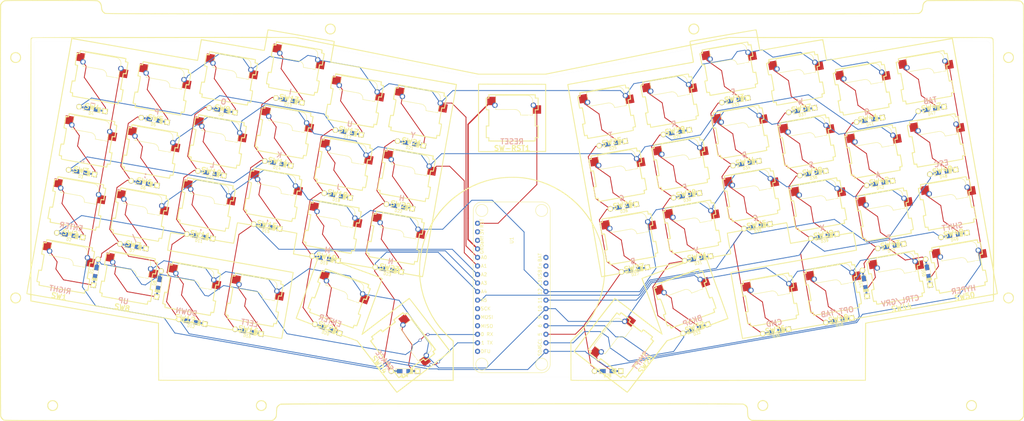
<source format=kicad_pcb>
(kicad_pcb (version 20171130) (host pcbnew "(5.0.1-3-g963ef8bb5)")
  (layers (0 F.Cu signal) (31 B.Cu signal) (34 B.Paste user) (35 F.Paste user) (36 B.SilkS user) (37 F.SilkS user) (38 B.Mask user) (39 F.Mask user) (44 Edge.Cuts user))
  (net 0 "")
  (net 1 "Net-(D2-Pad1)")
  (net 2 "Net-(D3-Pad1)")
  (net 3 "Net-(D4-Pad1)")
  (net 4 "Net-(D5-Pad1)")
  (net 5 /COL1)
  (net 6 "Net-(D7-Pad1)")
  (net 7 "Net-(D8-Pad1)")
  (net 8 "Net-(D9-Pad1)")
  (net 9 "Net-(D10-Pad1)")
  (net 10 /COL2)
  (net 11 "Net-(D12-Pad1)")
  (net 12 "Net-(D13-Pad1)")
  (net 13 "Net-(D14-Pad1)")
  (net 14 "Net-(D15-Pad1)")
  (net 15 /COL3)
  (net 16 "Net-(D17-Pad1)")
  (net 17 "Net-(D18-Pad1)")
  (net 18 "Net-(D19-Pad1)")
  (net 19 "Net-(D20-Pad1)")
  (net 20 /COL4)
  (net 21 "Net-(D22-Pad1)")
  (net 22 "Net-(D23-Pad1)")
  (net 23 "Net-(D24-Pad1)")
  (net 24 "Net-(D25-Pad1)")
  (net 25 /COL5)
  (net 26 "Net-(D27-Pad1)")
  (net 27 "Net-(D28-Pad1)")
  (net 28 "Net-(D29-Pad1)")
  (net 29 "Net-(D30-Pad1)")
  (net 30 /COL7)
  (net 31 "Net-(D34-Pad1)")
  (net 32 "Net-(D35-Pad1)")
  (net 33 "Net-(D36-Pad1)")
  (net 34 "Net-(D37-Pad1)")
  (net 35 /COL8)
  (net 36 "Net-(D39-Pad1)")
  (net 37 "Net-(D40-Pad1)")
  (net 38 "Net-(D41-Pad1)")
  (net 39 "Net-(D42-Pad1)")
  (net 40 /COL9)
  (net 41 "Net-(D44-Pad1)")
  (net 42 "Net-(D47-Pad1)")
  (net 43 /COL10)
  (net 44 /COL11)
  (net 45 /ROW3)
  (net 46 /ROW2)
  (net 47 /ROW1)
  (net 48 /ROW0)
  (net 49 GND)
  (net 50 "Net-(D1-Pad1)")
  (net 51 "Net-(D6-Pad1)")
  (net 52 "Net-(D11-Pad1)")
  (net 53 "Net-(D16-Pad1)")
  (net 54 "Net-(D21-Pad1)")
  (net 55 "Net-(D26-Pad1)")
  (net 56 "Net-(D31-Pad1)")
  (net 57 "Net-(D32-Pad1)")
  (net 58 "Net-(D33-Pad1)")
  (net 59 "Net-(D38-Pad1)")
  (net 60 "Net-(D43-Pad1)")
  (net 61 "Net-(D48-Pad1)")
  (net 62 /RESET)
  (net 63 "Net-(D49-Pad1)")
  (net 64 "Net-(D50-Pad1)")
  (net 65 /ROW4)
  (net 66 "Net-(U1-Pad13)")
  (module Laptreus-v1:Kailh_MX_Socket_Through_Hole (layer F.Cu) (at 25.816075 29.242372 350)
    (fp_text reference SW4 (at 0 9 350) (layer F.SilkS) (effects (font (size 1.524 1.524) (thickness 0.3048))))
    (fp_text value _ (at 0 7 350) (layer B.SilkS) (effects (font (size 1.524 1.524) (thickness 0.3048)) (justify mirror)))
    (pad "" np_thru_hole circle (at 5.08 0 350) (size 1.7 1.7) (drill 1.7) (layers *.Cu *.Mask))
    (pad "" np_thru_hole circle (at -5.08 0 350) (size 1.7 1.7) (drill 1.7) (layers *.Cu *.Mask))
    (pad 2 smd rect (at -6.09 -5.08 350) (size 2.55 2.5) (layers F.Cu F.Paste F.Mask) (net 3 "Net-(D4-Pad1)"))
    (pad "" np_thru_hole circle (at 3.81 -2.54 350) (size 2.95 2.95) (drill 2.95) (layers *.Cu *.Mask))
    (pad "" np_thru_hole circle (at -2.54 -5.08 350) (size 2.95 2.95) (drill 2.95) (layers *.Cu *.Mask))
    (pad "" np_thru_hole circle (at 0 0 350) (size 3.98018 3.98018) (drill 3.98018) (layers *.Cu *.Mask))
    (pad 1 smd rect (at 7.36 -2.54 350) (size 2.55 2.5) (layers F.Cu F.Paste F.Mask) (net 65 /ROW4))
    (pad 1 thru_hole circle (at 6.35 -3.81 350) (size 1.6 1.6) (drill 1) (layers *.Cu *.Mask) (net 65 /ROW4))
    (pad 2 thru_hole circle (at -5.08 -3.81 350) (size 1.6 1.6) (drill 1) (layers *.Cu *.Mask) (net 3 "Net-(D4-Pad1)"))
  )
  (module Laptreus-v1:Kailh_MX_Socket_Through_Hole (layer F.Cu) (at 216.777591 45.399805 10)
    (fp_text reference SW34 (at 0 9 10) (layer F.SilkS) (effects (font (size 1.524 1.524) (thickness 0.3048))))
    (fp_text value D (at 0 7 10) (layer B.SilkS) (effects (font (size 1.524 1.524) (thickness 0.3048)) (justify mirror)))
    (pad "" np_thru_hole circle (at 5.08 0 10) (size 1.7 1.7) (drill 1.7) (layers *.Cu *.Mask))
    (pad "" np_thru_hole circle (at -5.08 0 10) (size 1.7 1.7) (drill 1.7) (layers *.Cu *.Mask))
    (pad 2 smd rect (at -6.09 -5.08 10) (size 2.55 2.5) (layers F.Cu F.Paste F.Mask) (net 31 "Net-(D34-Pad1)"))
    (pad "" np_thru_hole circle (at 3.81 -2.54 10) (size 2.95 2.95) (drill 2.95) (layers *.Cu *.Mask))
    (pad "" np_thru_hole circle (at -2.54 -5.08 10) (size 2.95 2.95) (drill 2.95) (layers *.Cu *.Mask))
    (pad "" np_thru_hole circle (at 0 0 10) (size 3.98018 3.98018) (drill 3.98018) (layers *.Cu *.Mask))
    (pad 1 smd rect (at 7.36 -2.54 10) (size 2.55 2.5) (layers F.Cu F.Paste F.Mask) (net 47 /ROW1))
    (pad 1 thru_hole circle (at 6.35 -3.81 10) (size 1.6 1.6) (drill 1) (layers *.Cu *.Mask) (net 47 /ROW1))
    (pad 2 thru_hole circle (at -5.08 -3.81 10) (size 1.6 1.6) (drill 1) (layers *.Cu *.Mask) (net 31 "Net-(D34-Pad1)"))
  )
  (module Laptreus-v1:Kailh_MX_Socket_Through_Hole (layer F.Cu) (at 15.892081 85.524135 350)
    (fp_text reference SW1 (at 0 9 350) (layer F.SilkS) (effects (font (size 1.524 1.524) (thickness 0.3048))))
    (fp_text value RIGHT (at 0 7 350) (layer B.SilkS) (effects (font (size 1.524 1.524) (thickness 0.3048)) (justify mirror)))
    (pad "" np_thru_hole circle (at 5.08 0 350) (size 1.7 1.7) (drill 1.7) (layers *.Cu *.Mask))
    (pad "" np_thru_hole circle (at -5.08 0 350) (size 1.7 1.7) (drill 1.7) (layers *.Cu *.Mask))
    (pad 2 smd rect (at -6.09 -5.08 350) (size 2.55 2.5) (layers F.Cu F.Paste F.Mask) (net 50 "Net-(D1-Pad1)"))
    (pad "" np_thru_hole circle (at 3.81 -2.54 350) (size 2.95 2.95) (drill 2.95) (layers *.Cu *.Mask))
    (pad "" np_thru_hole circle (at -2.54 -5.08 350) (size 2.95 2.95) (drill 2.95) (layers *.Cu *.Mask))
    (pad "" np_thru_hole circle (at 0 0 350) (size 3.98018 3.98018) (drill 3.98018) (layers *.Cu *.Mask))
    (pad 1 smd rect (at 7.36 -2.54 350) (size 2.55 2.5) (layers F.Cu F.Paste F.Mask) (net 65 /ROW4))
    (pad 1 thru_hole circle (at 6.35 -3.81 350) (size 1.6 1.6) (drill 1) (layers *.Cu *.Mask) (net 65 /ROW4))
    (pad 2 thru_hole circle (at -5.08 -3.81 350) (size 1.6 1.6) (drill 1) (layers *.Cu *.Mask) (net 50 "Net-(D1-Pad1)"))
  )
  (module Laptreus-v1:Kailh_MX_Socket_Through_Hole (layer F.Cu) (at 19.200082 66.763547 350)
    (fp_text reference SW2 (at 0 9 350) (layer F.SilkS) (effects (font (size 1.524 1.524) (thickness 0.3048))))
    (fp_text value ENTER (at 0 7 350) (layer B.SilkS) (effects (font (size 1.524 1.524) (thickness 0.3048)) (justify mirror)))
    (pad "" np_thru_hole circle (at 5.08 0 350) (size 1.7 1.7) (drill 1.7) (layers *.Cu *.Mask))
    (pad "" np_thru_hole circle (at -5.08 0 350) (size 1.7 1.7) (drill 1.7) (layers *.Cu *.Mask))
    (pad 2 smd rect (at -6.09 -5.08 350) (size 2.55 2.5) (layers F.Cu F.Paste F.Mask) (net 1 "Net-(D2-Pad1)"))
    (pad "" np_thru_hole circle (at 3.81 -2.54 350) (size 2.95 2.95) (drill 2.95) (layers *.Cu *.Mask))
    (pad "" np_thru_hole circle (at -2.54 -5.08 350) (size 2.95 2.95) (drill 2.95) (layers *.Cu *.Mask))
    (pad "" np_thru_hole circle (at 0 0 350) (size 3.98018 3.98018) (drill 3.98018) (layers *.Cu *.Mask))
    (pad 1 smd rect (at 7.36 -2.54 350) (size 2.55 2.5) (layers F.Cu F.Paste F.Mask) (net 65 /ROW4))
    (pad 1 thru_hole circle (at 6.35 -3.81 350) (size 1.6 1.6) (drill 1) (layers *.Cu *.Mask) (net 65 /ROW4))
    (pad 2 thru_hole circle (at -5.08 -3.81 350) (size 1.6 1.6) (drill 1) (layers *.Cu *.Mask) (net 1 "Net-(D2-Pad1)"))
  )
  (module Laptreus-v1:Kailh_MX_Socket_Through_Hole (layer F.Cu) (at 22.508077 48.002959 350)
    (fp_text reference SW3 (at 0 9 350) (layer F.SilkS) (effects (font (size 1.524 1.524) (thickness 0.3048))))
    (fp_text value "\"" (at 0 7 350) (layer B.SilkS) (effects (font (size 1.524 1.524) (thickness 0.3048)) (justify mirror)))
    (pad "" np_thru_hole circle (at 5.08 0 350) (size 1.7 1.7) (drill 1.7) (layers *.Cu *.Mask))
    (pad "" np_thru_hole circle (at -5.08 0 350) (size 1.7 1.7) (drill 1.7) (layers *.Cu *.Mask))
    (pad 2 smd rect (at -6.09 -5.08 350) (size 2.55 2.5) (layers F.Cu F.Paste F.Mask) (net 2 "Net-(D3-Pad1)"))
    (pad "" np_thru_hole circle (at 3.81 -2.54 350) (size 2.95 2.95) (drill 2.95) (layers *.Cu *.Mask))
    (pad "" np_thru_hole circle (at -2.54 -5.08 350) (size 2.95 2.95) (drill 2.95) (layers *.Cu *.Mask))
    (pad "" np_thru_hole circle (at 0 0 350) (size 3.98018 3.98018) (drill 3.98018) (layers *.Cu *.Mask))
    (pad 1 smd rect (at 7.36 -2.54 350) (size 2.55 2.5) (layers F.Cu F.Paste F.Mask) (net 65 /ROW4))
    (pad 1 thru_hole circle (at 6.35 -3.81 350) (size 1.6 1.6) (drill 1) (layers *.Cu *.Mask) (net 65 /ROW4))
    (pad 2 thru_hole circle (at -5.08 -3.81 350) (size 1.6 1.6) (drill 1) (layers *.Cu *.Mask) (net 2 "Net-(D3-Pad1)"))
  )
  (module Laptreus-v1:Kailh_MX_Socket_Through_Hole (layer F.Cu) (at 44.576662 32.550371 350)
    (fp_text reference SW5 (at 0 9 350) (layer F.SilkS) (effects (font (size 1.524 1.524) (thickness 0.3048))))
    (fp_text value P (at 0 7 350) (layer B.SilkS) (effects (font (size 1.524 1.524) (thickness 0.3048)) (justify mirror)))
    (pad "" np_thru_hole circle (at 5.08 0 350) (size 1.7 1.7) (drill 1.7) (layers *.Cu *.Mask))
    (pad "" np_thru_hole circle (at -5.08 0 350) (size 1.7 1.7) (drill 1.7) (layers *.Cu *.Mask))
    (pad 2 smd rect (at -6.09 -5.08 350) (size 2.55 2.5) (layers F.Cu F.Paste F.Mask) (net 4 "Net-(D5-Pad1)"))
    (pad "" np_thru_hole circle (at 3.81 -2.54 350) (size 2.95 2.95) (drill 2.95) (layers *.Cu *.Mask))
    (pad "" np_thru_hole circle (at -2.54 -5.08 350) (size 2.95 2.95) (drill 2.95) (layers *.Cu *.Mask))
    (pad "" np_thru_hole circle (at 0 0 350) (size 3.98018 3.98018) (drill 3.98018) (layers *.Cu *.Mask))
    (pad 1 smd rect (at 7.36 -2.54 350) (size 2.55 2.5) (layers F.Cu F.Paste F.Mask) (net 48 /ROW0))
    (pad 1 thru_hole circle (at 6.35 -3.81 350) (size 1.6 1.6) (drill 1) (layers *.Cu *.Mask) (net 48 /ROW0))
    (pad 2 thru_hole circle (at -5.08 -3.81 350) (size 1.6 1.6) (drill 1) (layers *.Cu *.Mask) (net 4 "Net-(D5-Pad1)"))
  )
  (module Laptreus-v1:Kailh_MX_Socket_Through_Hole (layer F.Cu) (at 41.268666 51.310957 350)
    (fp_text reference SW6 (at 0 9 350) (layer F.SilkS) (effects (font (size 1.524 1.524) (thickness 0.3048))))
    (fp_text value ; (at 0 7 350) (layer B.SilkS) (effects (font (size 1.524 1.524) (thickness 0.3048)) (justify mirror)))
    (pad "" np_thru_hole circle (at 5.08 0 350) (size 1.7 1.7) (drill 1.7) (layers *.Cu *.Mask))
    (pad "" np_thru_hole circle (at -5.08 0 350) (size 1.7 1.7) (drill 1.7) (layers *.Cu *.Mask))
    (pad 2 smd rect (at -6.09 -5.08 350) (size 2.55 2.5) (layers F.Cu F.Paste F.Mask) (net 51 "Net-(D6-Pad1)"))
    (pad "" np_thru_hole circle (at 3.81 -2.54 350) (size 2.95 2.95) (drill 2.95) (layers *.Cu *.Mask))
    (pad "" np_thru_hole circle (at -2.54 -5.08 350) (size 2.95 2.95) (drill 2.95) (layers *.Cu *.Mask))
    (pad "" np_thru_hole circle (at 0 0 350) (size 3.98018 3.98018) (drill 3.98018) (layers *.Cu *.Mask))
    (pad 1 smd rect (at 7.36 -2.54 350) (size 2.55 2.5) (layers F.Cu F.Paste F.Mask) (net 47 /ROW1))
    (pad 1 thru_hole circle (at 6.35 -3.81 350) (size 1.6 1.6) (drill 1) (layers *.Cu *.Mask) (net 47 /ROW1))
    (pad 2 thru_hole circle (at -5.08 -3.81 350) (size 1.6 1.6) (drill 1) (layers *.Cu *.Mask) (net 51 "Net-(D6-Pad1)"))
  )
  (module Laptreus-v1:Kailh_MX_Socket_Through_Hole (layer F.Cu) (at 37.960667 70.071545 350)
    (fp_text reference SW7 (at 0 9 350) (layer F.SilkS) (effects (font (size 1.524 1.524) (thickness 0.3048))))
    (fp_text value / (at 0 7 350) (layer B.SilkS) (effects (font (size 1.524 1.524) (thickness 0.3048)) (justify mirror)))
    (pad "" np_thru_hole circle (at 5.08 0 350) (size 1.7 1.7) (drill 1.7) (layers *.Cu *.Mask))
    (pad "" np_thru_hole circle (at -5.08 0 350) (size 1.7 1.7) (drill 1.7) (layers *.Cu *.Mask))
    (pad 2 smd rect (at -6.09 -5.08 350) (size 2.55 2.5) (layers F.Cu F.Paste F.Mask) (net 6 "Net-(D7-Pad1)"))
    (pad "" np_thru_hole circle (at 3.81 -2.54 350) (size 2.95 2.95) (drill 2.95) (layers *.Cu *.Mask))
    (pad "" np_thru_hole circle (at -2.54 -5.08 350) (size 2.95 2.95) (drill 2.95) (layers *.Cu *.Mask))
    (pad "" np_thru_hole circle (at 0 0 350) (size 3.98018 3.98018) (drill 3.98018) (layers *.Cu *.Mask))
    (pad 1 smd rect (at 7.36 -2.54 350) (size 2.55 2.5) (layers F.Cu F.Paste F.Mask) (net 46 /ROW2))
    (pad 1 thru_hole circle (at 6.35 -3.81 350) (size 1.6 1.6) (drill 1) (layers *.Cu *.Mask) (net 46 /ROW2))
    (pad 2 thru_hole circle (at -5.08 -3.81 350) (size 1.6 1.6) (drill 1) (layers *.Cu *.Mask) (net 6 "Net-(D7-Pad1)"))
  )
  (module Laptreus-v1:Kailh_MX_Socket_Through_Hole (layer F.Cu) (at 34.652669 88.832132 350)
    (fp_text reference SW8 (at 0 9 350) (layer F.SilkS) (effects (font (size 1.524 1.524) (thickness 0.3048))))
    (fp_text value UP (at 0 7 350) (layer B.SilkS) (effects (font (size 1.524 1.524) (thickness 0.3048)) (justify mirror)))
    (pad "" np_thru_hole circle (at 5.08 0 350) (size 1.7 1.7) (drill 1.7) (layers *.Cu *.Mask))
    (pad "" np_thru_hole circle (at -5.08 0 350) (size 1.7 1.7) (drill 1.7) (layers *.Cu *.Mask))
    (pad 2 smd rect (at -6.09 -5.08 350) (size 2.55 2.5) (layers F.Cu F.Paste F.Mask) (net 7 "Net-(D8-Pad1)"))
    (pad "" np_thru_hole circle (at 3.81 -2.54 350) (size 2.95 2.95) (drill 2.95) (layers *.Cu *.Mask))
    (pad "" np_thru_hole circle (at -2.54 -5.08 350) (size 2.95 2.95) (drill 2.95) (layers *.Cu *.Mask))
    (pad "" np_thru_hole circle (at 0 0 350) (size 3.98018 3.98018) (drill 3.98018) (layers *.Cu *.Mask))
    (pad 1 smd rect (at 7.36 -2.54 350) (size 2.55 2.5) (layers F.Cu F.Paste F.Mask) (net 45 /ROW3))
    (pad 1 thru_hole circle (at 6.35 -3.81 350) (size 1.6 1.6) (drill 1) (layers *.Cu *.Mask) (net 45 /ROW3))
    (pad 2 thru_hole circle (at -5.08 -3.81 350) (size 1.6 1.6) (drill 1) (layers *.Cu *.Mask) (net 7 "Net-(D8-Pad1)"))
  )
  (module Laptreus-v1:Kailh_MX_Socket_Through_Hole (layer F.Cu) (at 64.439917 29.604839 350)
    (fp_text reference SW9 (at 0 9 350) (layer F.SilkS) (effects (font (size 1.524 1.524) (thickness 0.3048))))
    (fp_text value O (at 0 7 350) (layer B.SilkS) (effects (font (size 1.524 1.524) (thickness 0.3048)) (justify mirror)))
    (pad "" np_thru_hole circle (at 5.08 0 350) (size 1.7 1.7) (drill 1.7) (layers *.Cu *.Mask))
    (pad "" np_thru_hole circle (at -5.08 0 350) (size 1.7 1.7) (drill 1.7) (layers *.Cu *.Mask))
    (pad 2 smd rect (at -6.09 -5.08 350) (size 2.55 2.5) (layers F.Cu F.Paste F.Mask) (net 8 "Net-(D9-Pad1)"))
    (pad "" np_thru_hole circle (at 3.81 -2.54 350) (size 2.95 2.95) (drill 2.95) (layers *.Cu *.Mask))
    (pad "" np_thru_hole circle (at -2.54 -5.08 350) (size 2.95 2.95) (drill 2.95) (layers *.Cu *.Mask))
    (pad "" np_thru_hole circle (at 0 0 350) (size 3.98018 3.98018) (drill 3.98018) (layers *.Cu *.Mask))
    (pad 1 smd rect (at 7.36 -2.54 350) (size 2.55 2.5) (layers F.Cu F.Paste F.Mask) (net 48 /ROW0))
    (pad 1 thru_hole circle (at 6.35 -3.81 350) (size 1.6 1.6) (drill 1) (layers *.Cu *.Mask) (net 48 /ROW0))
    (pad 2 thru_hole circle (at -5.08 -3.81 350) (size 1.6 1.6) (drill 1) (layers *.Cu *.Mask) (net 8 "Net-(D9-Pad1)"))
  )
  (module Laptreus-v1:Kailh_MX_Socket_Through_Hole (layer F.Cu) (at 61.13192 48.365427 350)
    (fp_text reference SW10 (at 0 9 350) (layer F.SilkS) (effects (font (size 1.524 1.524) (thickness 0.3048))))
    (fp_text value L (at 0 7 350) (layer B.SilkS) (effects (font (size 1.524 1.524) (thickness 0.3048)) (justify mirror)))
    (pad "" np_thru_hole circle (at 5.08 0 350) (size 1.7 1.7) (drill 1.7) (layers *.Cu *.Mask))
    (pad "" np_thru_hole circle (at -5.08 0 350) (size 1.7 1.7) (drill 1.7) (layers *.Cu *.Mask))
    (pad 2 smd rect (at -6.09 -5.08 350) (size 2.55 2.5) (layers F.Cu F.Paste F.Mask) (net 9 "Net-(D10-Pad1)"))
    (pad "" np_thru_hole circle (at 3.81 -2.54 350) (size 2.95 2.95) (drill 2.95) (layers *.Cu *.Mask))
    (pad "" np_thru_hole circle (at -2.54 -5.08 350) (size 2.95 2.95) (drill 2.95) (layers *.Cu *.Mask))
    (pad "" np_thru_hole circle (at 0 0 350) (size 3.98018 3.98018) (drill 3.98018) (layers *.Cu *.Mask))
    (pad 1 smd rect (at 7.36 -2.54 350) (size 2.55 2.5) (layers F.Cu F.Paste F.Mask) (net 47 /ROW1))
    (pad 1 thru_hole circle (at 6.35 -3.81 350) (size 1.6 1.6) (drill 1) (layers *.Cu *.Mask) (net 47 /ROW1))
    (pad 2 thru_hole circle (at -5.08 -3.81 350) (size 1.6 1.6) (drill 1) (layers *.Cu *.Mask) (net 9 "Net-(D10-Pad1)"))
  )
  (module Laptreus-v1:Kailh_MX_Socket_Through_Hole (layer F.Cu) (at 57.823918 67.126015 350)
    (fp_text reference SW11 (at 0 9 350) (layer F.SilkS) (effects (font (size 1.524 1.524) (thickness 0.3048))))
    (fp_text value . (at 0 7 350) (layer B.SilkS) (effects (font (size 1.524 1.524) (thickness 0.3048)) (justify mirror)))
    (pad "" np_thru_hole circle (at 5.08 0 350) (size 1.7 1.7) (drill 1.7) (layers *.Cu *.Mask))
    (pad "" np_thru_hole circle (at -5.08 0 350) (size 1.7 1.7) (drill 1.7) (layers *.Cu *.Mask))
    (pad 2 smd rect (at -6.09 -5.08 350) (size 2.55 2.5) (layers F.Cu F.Paste F.Mask) (net 52 "Net-(D11-Pad1)"))
    (pad "" np_thru_hole circle (at 3.81 -2.54 350) (size 2.95 2.95) (drill 2.95) (layers *.Cu *.Mask))
    (pad "" np_thru_hole circle (at -2.54 -5.08 350) (size 2.95 2.95) (drill 2.95) (layers *.Cu *.Mask))
    (pad "" np_thru_hole circle (at 0 0 350) (size 3.98018 3.98018) (drill 3.98018) (layers *.Cu *.Mask))
    (pad 1 smd rect (at 7.36 -2.54 350) (size 2.55 2.5) (layers F.Cu F.Paste F.Mask) (net 46 /ROW2))
    (pad 1 thru_hole circle (at 6.35 -3.81 350) (size 1.6 1.6) (drill 1) (layers *.Cu *.Mask) (net 46 /ROW2))
    (pad 2 thru_hole circle (at -5.08 -3.81 350) (size 1.6 1.6) (drill 1) (layers *.Cu *.Mask) (net 52 "Net-(D11-Pad1)"))
  )
  (module Laptreus-v1:Kailh_MX_Socket_Through_Hole (layer F.Cu) (at 53.413255 92.140131 350)
    (fp_text reference SW12 (at 0 9 350) (layer F.SilkS) (effects (font (size 1.524 1.524) (thickness 0.3048))))
    (fp_text value DOWN (at 0 7 350) (layer B.SilkS) (effects (font (size 1.524 1.524) (thickness 0.3048)) (justify mirror)))
    (pad "" np_thru_hole circle (at 5.08 0 350) (size 1.7 1.7) (drill 1.7) (layers *.Cu *.Mask))
    (pad "" np_thru_hole circle (at -5.08 0 350) (size 1.7 1.7) (drill 1.7) (layers *.Cu *.Mask))
    (pad 2 smd rect (at -6.09 -5.08 350) (size 2.55 2.5) (layers F.Cu F.Paste F.Mask) (net 11 "Net-(D12-Pad1)"))
    (pad "" np_thru_hole circle (at 3.81 -2.54 350) (size 2.95 2.95) (drill 2.95) (layers *.Cu *.Mask))
    (pad "" np_thru_hole circle (at -2.54 -5.08 350) (size 2.95 2.95) (drill 2.95) (layers *.Cu *.Mask))
    (pad "" np_thru_hole circle (at 0 0 350) (size 3.98018 3.98018) (drill 3.98018) (layers *.Cu *.Mask))
    (pad 1 smd rect (at 7.36 -2.54 350) (size 2.55 2.5) (layers F.Cu F.Paste F.Mask) (net 45 /ROW3))
    (pad 1 thru_hole circle (at 6.35 -3.81 350) (size 1.6 1.6) (drill 1) (layers *.Cu *.Mask) (net 45 /ROW3))
    (pad 2 thru_hole circle (at -5.08 -3.81 350) (size 1.6 1.6) (drill 1) (layers *.Cu *.Mask) (net 11 "Net-(D12-Pad1)"))
  )
  (module Laptreus-v1:Kailh_MX_Socket_Through_Hole (layer F.Cu) (at 84.303169 26.659305 350)
    (fp_text reference SW13 (at 0 9 350) (layer F.SilkS) (effects (font (size 1.524 1.524) (thickness 0.3048))))
    (fp_text value I (at 0 7 350) (layer B.SilkS) (effects (font (size 1.524 1.524) (thickness 0.3048)) (justify mirror)))
    (pad "" np_thru_hole circle (at 5.08 0 350) (size 1.7 1.7) (drill 1.7) (layers *.Cu *.Mask))
    (pad "" np_thru_hole circle (at -5.08 0 350) (size 1.7 1.7) (drill 1.7) (layers *.Cu *.Mask))
    (pad 2 smd rect (at -6.09 -5.08 350) (size 2.55 2.5) (layers F.Cu F.Paste F.Mask) (net 12 "Net-(D13-Pad1)"))
    (pad "" np_thru_hole circle (at 3.81 -2.54 350) (size 2.95 2.95) (drill 2.95) (layers *.Cu *.Mask))
    (pad "" np_thru_hole circle (at -2.54 -5.08 350) (size 2.95 2.95) (drill 2.95) (layers *.Cu *.Mask))
    (pad "" np_thru_hole circle (at 0 0 350) (size 3.98018 3.98018) (drill 3.98018) (layers *.Cu *.Mask))
    (pad 1 smd rect (at 7.36 -2.54 350) (size 2.55 2.5) (layers F.Cu F.Paste F.Mask) (net 48 /ROW0))
    (pad 1 thru_hole circle (at 6.35 -3.81 350) (size 1.6 1.6) (drill 1) (layers *.Cu *.Mask) (net 48 /ROW0))
    (pad 2 thru_hole circle (at -5.08 -3.81 350) (size 1.6 1.6) (drill 1) (layers *.Cu *.Mask) (net 12 "Net-(D13-Pad1)"))
  )
  (module Laptreus-v1:Kailh_MX_Socket_Through_Hole (layer F.Cu) (at 80.995172 45.419895 350)
    (fp_text reference SW14 (at 0 9 350) (layer F.SilkS) (effects (font (size 1.524 1.524) (thickness 0.3048))))
    (fp_text value K (at 0 7 350) (layer B.SilkS) (effects (font (size 1.524 1.524) (thickness 0.3048)) (justify mirror)))
    (pad "" np_thru_hole circle (at 5.08 0 350) (size 1.7 1.7) (drill 1.7) (layers *.Cu *.Mask))
    (pad "" np_thru_hole circle (at -5.08 0 350) (size 1.7 1.7) (drill 1.7) (layers *.Cu *.Mask))
    (pad 2 smd rect (at -6.09 -5.08 350) (size 2.55 2.5) (layers F.Cu F.Paste F.Mask) (net 13 "Net-(D14-Pad1)"))
    (pad "" np_thru_hole circle (at 3.81 -2.54 350) (size 2.95 2.95) (drill 2.95) (layers *.Cu *.Mask))
    (pad "" np_thru_hole circle (at -2.54 -5.08 350) (size 2.95 2.95) (drill 2.95) (layers *.Cu *.Mask))
    (pad "" np_thru_hole circle (at 0 0 350) (size 3.98018 3.98018) (drill 3.98018) (layers *.Cu *.Mask))
    (pad 1 smd rect (at 7.36 -2.54 350) (size 2.55 2.5) (layers F.Cu F.Paste F.Mask) (net 47 /ROW1))
    (pad 1 thru_hole circle (at 6.35 -3.81 350) (size 1.6 1.6) (drill 1) (layers *.Cu *.Mask) (net 47 /ROW1))
    (pad 2 thru_hole circle (at -5.08 -3.81 350) (size 1.6 1.6) (drill 1) (layers *.Cu *.Mask) (net 13 "Net-(D14-Pad1)"))
  )
  (module Laptreus-v1:Kailh_MX_Socket_Through_Hole (layer F.Cu) (at 77.687175 64.180481 350)
    (fp_text reference SW15 (at 0 9 350) (layer F.SilkS) (effects (font (size 1.524 1.524) (thickness 0.3048))))
    (fp_text value , (at 0 7 350) (layer B.SilkS) (effects (font (size 1.524 1.524) (thickness 0.3048)) (justify mirror)))
    (pad "" np_thru_hole circle (at 5.08 0 350) (size 1.7 1.7) (drill 1.7) (layers *.Cu *.Mask))
    (pad "" np_thru_hole circle (at -5.08 0 350) (size 1.7 1.7) (drill 1.7) (layers *.Cu *.Mask))
    (pad 2 smd rect (at -6.09 -5.08 350) (size 2.55 2.5) (layers F.Cu F.Paste F.Mask) (net 14 "Net-(D15-Pad1)"))
    (pad "" np_thru_hole circle (at 3.81 -2.54 350) (size 2.95 2.95) (drill 2.95) (layers *.Cu *.Mask))
    (pad "" np_thru_hole circle (at -2.54 -5.08 350) (size 2.95 2.95) (drill 2.95) (layers *.Cu *.Mask))
    (pad "" np_thru_hole circle (at 0 0 350) (size 3.98018 3.98018) (drill 3.98018) (layers *.Cu *.Mask))
    (pad 1 smd rect (at 7.36 -2.54 350) (size 2.55 2.5) (layers F.Cu F.Paste F.Mask) (net 46 /ROW2))
    (pad 1 thru_hole circle (at 6.35 -3.81 350) (size 1.6 1.6) (drill 1) (layers *.Cu *.Mask) (net 46 /ROW2))
    (pad 2 thru_hole circle (at -5.08 -3.81 350) (size 1.6 1.6) (drill 1) (layers *.Cu *.Mask) (net 14 "Net-(D15-Pad1)"))
  )
  (module Laptreus-v1:Kailh_MX_Socket_Through_Hole (layer F.Cu) (at 72.173847 95.44813 350)
    (fp_text reference SW16 (at 0 9 350) (layer F.SilkS) (effects (font (size 1.524 1.524) (thickness 0.3048))))
    (fp_text value LEFT (at 0 7 350) (layer B.SilkS) (effects (font (size 1.524 1.524) (thickness 0.3048)) (justify mirror)))
    (pad "" np_thru_hole circle (at 5.08 0 350) (size 1.7 1.7) (drill 1.7) (layers *.Cu *.Mask))
    (pad "" np_thru_hole circle (at -5.08 0 350) (size 1.7 1.7) (drill 1.7) (layers *.Cu *.Mask))
    (pad 2 smd rect (at -6.09 -5.08 350) (size 2.55 2.5) (layers F.Cu F.Paste F.Mask) (net 53 "Net-(D16-Pad1)"))
    (pad "" np_thru_hole circle (at 3.81 -2.54 350) (size 2.95 2.95) (drill 2.95) (layers *.Cu *.Mask))
    (pad "" np_thru_hole circle (at -2.54 -5.08 350) (size 2.95 2.95) (drill 2.95) (layers *.Cu *.Mask))
    (pad "" np_thru_hole circle (at 0 0 350) (size 3.98018 3.98018) (drill 3.98018) (layers *.Cu *.Mask))
    (pad 1 smd rect (at 7.36 -2.54 350) (size 2.55 2.5) (layers F.Cu F.Paste F.Mask) (net 45 /ROW3))
    (pad 1 thru_hole circle (at 6.35 -3.81 350) (size 1.6 1.6) (drill 1) (layers *.Cu *.Mask) (net 45 /ROW3))
    (pad 2 thru_hole circle (at -5.08 -3.81 350) (size 1.6 1.6) (drill 1) (layers *.Cu *.Mask) (net 53 "Net-(D16-Pad1)"))
  )
  (module Laptreus-v1:Kailh_MX_Socket_Through_Hole (layer F.Cu) (at 101.961092 36.220835 350)
    (fp_text reference SW17 (at 0 9 350) (layer F.SilkS) (effects (font (size 1.524 1.524) (thickness 0.3048))))
    (fp_text value U (at 0 7 350) (layer B.SilkS) (effects (font (size 1.524 1.524) (thickness 0.3048)) (justify mirror)))
    (pad "" np_thru_hole circle (at 5.08 0 350) (size 1.7 1.7) (drill 1.7) (layers *.Cu *.Mask))
    (pad "" np_thru_hole circle (at -5.08 0 350) (size 1.7 1.7) (drill 1.7) (layers *.Cu *.Mask))
    (pad 2 smd rect (at -6.09 -5.08 350) (size 2.55 2.5) (layers F.Cu F.Paste F.Mask) (net 16 "Net-(D17-Pad1)"))
    (pad "" np_thru_hole circle (at 3.81 -2.54 350) (size 2.95 2.95) (drill 2.95) (layers *.Cu *.Mask))
    (pad "" np_thru_hole circle (at -2.54 -5.08 350) (size 2.95 2.95) (drill 2.95) (layers *.Cu *.Mask))
    (pad "" np_thru_hole circle (at 0 0 350) (size 3.98018 3.98018) (drill 3.98018) (layers *.Cu *.Mask))
    (pad 1 smd rect (at 7.36 -2.54 350) (size 2.55 2.5) (layers F.Cu F.Paste F.Mask) (net 48 /ROW0))
    (pad 1 thru_hole circle (at 6.35 -3.81 350) (size 1.6 1.6) (drill 1) (layers *.Cu *.Mask) (net 48 /ROW0))
    (pad 2 thru_hole circle (at -5.08 -3.81 350) (size 1.6 1.6) (drill 1) (layers *.Cu *.Mask) (net 16 "Net-(D17-Pad1)"))
  )
  (module Laptreus-v1:Kailh_MX_Socket_Through_Hole (layer F.Cu) (at 98.653096 54.981421 350)
    (fp_text reference SW18 (at 0 9 350) (layer F.SilkS) (effects (font (size 1.524 1.524) (thickness 0.3048))))
    (fp_text value J (at 0 7 350) (layer B.SilkS) (effects (font (size 1.524 1.524) (thickness 0.3048)) (justify mirror)))
    (pad "" np_thru_hole circle (at 5.08 0 350) (size 1.7 1.7) (drill 1.7) (layers *.Cu *.Mask))
    (pad "" np_thru_hole circle (at -5.08 0 350) (size 1.7 1.7) (drill 1.7) (layers *.Cu *.Mask))
    (pad 2 smd rect (at -6.09 -5.08 350) (size 2.55 2.5) (layers F.Cu F.Paste F.Mask) (net 17 "Net-(D18-Pad1)"))
    (pad "" np_thru_hole circle (at 3.81 -2.54 350) (size 2.95 2.95) (drill 2.95) (layers *.Cu *.Mask))
    (pad "" np_thru_hole circle (at -2.54 -5.08 350) (size 2.95 2.95) (drill 2.95) (layers *.Cu *.Mask))
    (pad "" np_thru_hole circle (at 0 0 350) (size 3.98018 3.98018) (drill 3.98018) (layers *.Cu *.Mask))
    (pad 1 smd rect (at 7.36 -2.54 350) (size 2.55 2.5) (layers F.Cu F.Paste F.Mask) (net 47 /ROW1))
    (pad 1 thru_hole circle (at 6.35 -3.81 350) (size 1.6 1.6) (drill 1) (layers *.Cu *.Mask) (net 47 /ROW1))
    (pad 2 thru_hole circle (at -5.08 -3.81 350) (size 1.6 1.6) (drill 1) (layers *.Cu *.Mask) (net 17 "Net-(D18-Pad1)"))
  )
  (module Laptreus-v1:Kailh_MX_Socket_Through_Hole (layer F.Cu) (at 95.345096 73.742009 350)
    (fp_text reference SW19 (at 0 9 350) (layer F.SilkS) (effects (font (size 1.524 1.524) (thickness 0.3048))))
    (fp_text value M (at 0 7 350) (layer B.SilkS) (effects (font (size 1.524 1.524) (thickness 0.3048)) (justify mirror)))
    (pad "" np_thru_hole circle (at 5.08 0 350) (size 1.7 1.7) (drill 1.7) (layers *.Cu *.Mask))
    (pad "" np_thru_hole circle (at -5.08 0 350) (size 1.7 1.7) (drill 1.7) (layers *.Cu *.Mask))
    (pad 2 smd rect (at -6.09 -5.08 350) (size 2.55 2.5) (layers F.Cu F.Paste F.Mask) (net 18 "Net-(D19-Pad1)"))
    (pad "" np_thru_hole circle (at 3.81 -2.54 350) (size 2.95 2.95) (drill 2.95) (layers *.Cu *.Mask))
    (pad "" np_thru_hole circle (at -2.54 -5.08 350) (size 2.95 2.95) (drill 2.95) (layers *.Cu *.Mask))
    (pad "" np_thru_hole circle (at 0 0 350) (size 3.98018 3.98018) (drill 3.98018) (layers *.Cu *.Mask))
    (pad 1 smd rect (at 7.36 -2.54 350) (size 2.55 2.5) (layers F.Cu F.Paste F.Mask) (net 46 /ROW2))
    (pad 1 thru_hole circle (at 6.35 -3.81 350) (size 1.6 1.6) (drill 1) (layers *.Cu *.Mask) (net 46 /ROW2))
    (pad 2 thru_hole circle (at -5.08 -3.81 350) (size 1.6 1.6) (drill 1) (layers *.Cu *.Mask) (net 18 "Net-(D19-Pad1)"))
  )
  (module Laptreus-v1:Kailh_MX_Socket_Through_Hole (layer F.Cu) (at 97.288918 95.04503 340)
    (fp_text reference SW20 (at 0 9 340) (layer F.SilkS) (effects (font (size 1.524 1.524) (thickness 0.3048))))
    (fp_text value ENTER (at 0 7 340) (layer B.SilkS) (effects (font (size 1.524 1.524) (thickness 0.3048)) (justify mirror)))
    (pad "" np_thru_hole circle (at 5.08 0 340) (size 1.7 1.7) (drill 1.7) (layers *.Cu *.Mask))
    (pad "" np_thru_hole circle (at -5.08 0 340) (size 1.7 1.7) (drill 1.7) (layers *.Cu *.Mask))
    (pad 2 smd rect (at -6.09 -5.08 340) (size 2.55 2.5) (layers F.Cu F.Paste F.Mask) (net 19 "Net-(D20-Pad1)"))
    (pad "" np_thru_hole circle (at 3.81 -2.54 340) (size 2.95 2.95) (drill 2.95) (layers *.Cu *.Mask))
    (pad "" np_thru_hole circle (at -2.54 -5.08 340) (size 2.95 2.95) (drill 2.95) (layers *.Cu *.Mask))
    (pad "" np_thru_hole circle (at 0 0 340) (size 3.98018 3.98018) (drill 3.98018) (layers *.Cu *.Mask))
    (pad 1 smd rect (at 7.36 -2.54 340) (size 2.55 2.5) (layers F.Cu F.Paste F.Mask) (net 45 /ROW3))
    (pad 1 thru_hole circle (at 6.35 -3.81 340) (size 1.6 1.6) (drill 1) (layers *.Cu *.Mask) (net 45 /ROW3))
    (pad 2 thru_hole circle (at -5.08 -3.81 340) (size 1.6 1.6) (drill 1) (layers *.Cu *.Mask) (net 19 "Net-(D20-Pad1)"))
  )
  (module Laptreus-v1:Kailh_MX_Socket_Through_Hole (layer F.Cu) (at 120.721678 39.528835 350)
    (fp_text reference SW21 (at 0 9 350) (layer F.SilkS) (effects (font (size 1.524 1.524) (thickness 0.3048))))
    (fp_text value Y (at 0 7 350) (layer B.SilkS) (effects (font (size 1.524 1.524) (thickness 0.3048)) (justify mirror)))
    (pad "" np_thru_hole circle (at 5.08 0 350) (size 1.7 1.7) (drill 1.7) (layers *.Cu *.Mask))
    (pad "" np_thru_hole circle (at -5.08 0 350) (size 1.7 1.7) (drill 1.7) (layers *.Cu *.Mask))
    (pad 2 smd rect (at -6.09 -5.08 350) (size 2.55 2.5) (layers F.Cu F.Paste F.Mask) (net 54 "Net-(D21-Pad1)"))
    (pad "" np_thru_hole circle (at 3.81 -2.54 350) (size 2.95 2.95) (drill 2.95) (layers *.Cu *.Mask))
    (pad "" np_thru_hole circle (at -2.54 -5.08 350) (size 2.95 2.95) (drill 2.95) (layers *.Cu *.Mask))
    (pad "" np_thru_hole circle (at 0 0 350) (size 3.98018 3.98018) (drill 3.98018) (layers *.Cu *.Mask))
    (pad 1 smd rect (at 7.36 -2.54 350) (size 2.55 2.5) (layers F.Cu F.Paste F.Mask) (net 48 /ROW0))
    (pad 1 thru_hole circle (at 6.35 -3.81 350) (size 1.6 1.6) (drill 1) (layers *.Cu *.Mask) (net 48 /ROW0))
    (pad 2 thru_hole circle (at -5.08 -3.81 350) (size 1.6 1.6) (drill 1) (layers *.Cu *.Mask) (net 54 "Net-(D21-Pad1)"))
  )
  (module Laptreus-v1:Kailh_MX_Socket_Through_Hole (layer F.Cu) (at 117.413683 58.289417 350)
    (fp_text reference SW22 (at 0 9 350) (layer F.SilkS) (effects (font (size 1.524 1.524) (thickness 0.3048))))
    (fp_text value H (at 0 7 350) (layer B.SilkS) (effects (font (size 1.524 1.524) (thickness 0.3048)) (justify mirror)))
    (pad "" np_thru_hole circle (at 5.08 0 350) (size 1.7 1.7) (drill 1.7) (layers *.Cu *.Mask))
    (pad "" np_thru_hole circle (at -5.08 0 350) (size 1.7 1.7) (drill 1.7) (layers *.Cu *.Mask))
    (pad 2 smd rect (at -6.09 -5.08 350) (size 2.55 2.5) (layers F.Cu F.Paste F.Mask) (net 21 "Net-(D22-Pad1)"))
    (pad "" np_thru_hole circle (at 3.81 -2.54 350) (size 2.95 2.95) (drill 2.95) (layers *.Cu *.Mask))
    (pad "" np_thru_hole circle (at -2.54 -5.08 350) (size 2.95 2.95) (drill 2.95) (layers *.Cu *.Mask))
    (pad "" np_thru_hole circle (at 0 0 350) (size 3.98018 3.98018) (drill 3.98018) (layers *.Cu *.Mask))
    (pad 1 smd rect (at 7.36 -2.54 350) (size 2.55 2.5) (layers F.Cu F.Paste F.Mask) (net 47 /ROW1))
    (pad 1 thru_hole circle (at 6.35 -3.81 350) (size 1.6 1.6) (drill 1) (layers *.Cu *.Mask) (net 47 /ROW1))
    (pad 2 thru_hole circle (at -5.08 -3.81 350) (size 1.6 1.6) (drill 1) (layers *.Cu *.Mask) (net 21 "Net-(D22-Pad1)"))
  )
  (module Laptreus-v1:Kailh_MX_Socket_Through_Hole (layer F.Cu) (at 114.105683 77.050005 350)
    (fp_text reference SW23 (at 0 9 350) (layer F.SilkS) (effects (font (size 1.524 1.524) (thickness 0.3048))))
    (fp_text value N (at 0 7 350) (layer B.SilkS) (effects (font (size 1.524 1.524) (thickness 0.3048)) (justify mirror)))
    (pad "" np_thru_hole circle (at 5.08 0 350) (size 1.7 1.7) (drill 1.7) (layers *.Cu *.Mask))
    (pad "" np_thru_hole circle (at -5.08 0 350) (size 1.7 1.7) (drill 1.7) (layers *.Cu *.Mask))
    (pad 2 smd rect (at -6.09 -5.08 350) (size 2.55 2.5) (layers F.Cu F.Paste F.Mask) (net 22 "Net-(D23-Pad1)"))
    (pad "" np_thru_hole circle (at 3.81 -2.54 350) (size 2.95 2.95) (drill 2.95) (layers *.Cu *.Mask))
    (pad "" np_thru_hole circle (at -2.54 -5.08 350) (size 2.95 2.95) (drill 2.95) (layers *.Cu *.Mask))
    (pad "" np_thru_hole circle (at 0 0 350) (size 3.98018 3.98018) (drill 3.98018) (layers *.Cu *.Mask))
    (pad 1 smd rect (at 7.36 -2.54 350) (size 2.55 2.5) (layers F.Cu F.Paste F.Mask) (net 46 /ROW2))
    (pad 1 thru_hole circle (at 6.35 -3.81 350) (size 1.6 1.6) (drill 1) (layers *.Cu *.Mask) (net 46 /ROW2))
    (pad 2 thru_hole circle (at -5.08 -3.81 350) (size 1.6 1.6) (drill 1) (layers *.Cu *.Mask) (net 22 "Net-(D23-Pad1)"))
  )
  (module Laptreus-v1:Kailh_MX_Socket_Through_Hole (layer F.Cu) (at 116.603756 109.215155 307.5)
    (fp_text reference SW24 (at 0 9 307.5) (layer F.SilkS) (effects (font (size 1.524 1.524) (thickness 0.3048))))
    (fp_text value SPACE (at 0 7 307.5) (layer B.SilkS) (effects (font (size 1.524 1.524) (thickness 0.3048)) (justify mirror)))
    (pad "" np_thru_hole circle (at 5.08 0 307.5) (size 1.7 1.7) (drill 1.7) (layers *.Cu *.Mask))
    (pad "" np_thru_hole circle (at -5.08 0 307.5) (size 1.7 1.7) (drill 1.7) (layers *.Cu *.Mask))
    (pad 2 smd rect (at -6.09 -5.08 307.5) (size 2.55 2.5) (layers F.Cu F.Paste F.Mask) (net 23 "Net-(D24-Pad1)"))
    (pad "" np_thru_hole circle (at 3.81 -2.54 307.5) (size 2.95 2.95) (drill 2.95) (layers *.Cu *.Mask))
    (pad "" np_thru_hole circle (at -2.54 -5.08 307.5) (size 2.95 2.95) (drill 2.95) (layers *.Cu *.Mask))
    (pad "" np_thru_hole circle (at 0 0 307.5) (size 3.98018 3.98018) (drill 3.98018) (layers *.Cu *.Mask))
    (pad 1 smd rect (at 7.36 -2.54 307.5) (size 2.55 2.5) (layers F.Cu F.Paste F.Mask) (net 45 /ROW3))
    (pad 1 thru_hole circle (at 6.35 -3.81 307.5) (size 1.6 1.6) (drill 1) (layers *.Cu *.Mask) (net 45 /ROW3))
    (pad 2 thru_hole circle (at -5.08 -3.81 307.5) (size 1.6 1.6) (drill 1) (layers *.Cu *.Mask) (net 23 "Net-(D24-Pad1)"))
  )
  (module Laptreus-v1:Kailh_MX_Socket_Through_Hole (layer F.Cu) (at 177.051082 39.508745 10)
    (fp_text reference SW25 (at 0 9 10) (layer F.SilkS) (effects (font (size 1.524 1.524) (thickness 0.3048))))
    (fp_text value T (at 0 7 10) (layer B.SilkS) (effects (font (size 1.524 1.524) (thickness 0.3048)) (justify mirror)))
    (pad "" np_thru_hole circle (at 5.08 0 10) (size 1.7 1.7) (drill 1.7) (layers *.Cu *.Mask))
    (pad "" np_thru_hole circle (at -5.08 0 10) (size 1.7 1.7) (drill 1.7) (layers *.Cu *.Mask))
    (pad 2 smd rect (at -6.09 -5.08 10) (size 2.55 2.5) (layers F.Cu F.Paste F.Mask) (net 24 "Net-(D25-Pad1)"))
    (pad "" np_thru_hole circle (at 3.81 -2.54 10) (size 2.95 2.95) (drill 2.95) (layers *.Cu *.Mask))
    (pad "" np_thru_hole circle (at -2.54 -5.08 10) (size 2.95 2.95) (drill 2.95) (layers *.Cu *.Mask))
    (pad "" np_thru_hole circle (at 0 0 10) (size 3.98018 3.98018) (drill 3.98018) (layers *.Cu *.Mask))
    (pad 1 smd rect (at 7.36 -2.54 10) (size 2.55 2.5) (layers F.Cu F.Paste F.Mask) (net 48 /ROW0))
    (pad 1 thru_hole circle (at 6.35 -3.81 10) (size 1.6 1.6) (drill 1) (layers *.Cu *.Mask) (net 48 /ROW0))
    (pad 2 thru_hole circle (at -5.08 -3.81 10) (size 1.6 1.6) (drill 1) (layers *.Cu *.Mask) (net 24 "Net-(D25-Pad1)"))
  )
  (module Laptreus-v1:Kailh_MX_Socket_Through_Hole (layer F.Cu) (at 180.35908 58.269334 10)
    (fp_text reference SW26 (at 0 9 10) (layer F.SilkS) (effects (font (size 1.524 1.524) (thickness 0.3048))))
    (fp_text value G (at 0 7 10) (layer B.SilkS) (effects (font (size 1.524 1.524) (thickness 0.3048)) (justify mirror)))
    (pad "" np_thru_hole circle (at 5.08 0 10) (size 1.7 1.7) (drill 1.7) (layers *.Cu *.Mask))
    (pad "" np_thru_hole circle (at -5.08 0 10) (size 1.7 1.7) (drill 1.7) (layers *.Cu *.Mask))
    (pad 2 smd rect (at -6.09 -5.08 10) (size 2.55 2.5) (layers F.Cu F.Paste F.Mask) (net 55 "Net-(D26-Pad1)"))
    (pad "" np_thru_hole circle (at 3.81 -2.54 10) (size 2.95 2.95) (drill 2.95) (layers *.Cu *.Mask))
    (pad "" np_thru_hole circle (at -2.54 -5.08 10) (size 2.95 2.95) (drill 2.95) (layers *.Cu *.Mask))
    (pad "" np_thru_hole circle (at 0 0 10) (size 3.98018 3.98018) (drill 3.98018) (layers *.Cu *.Mask))
    (pad 1 smd rect (at 7.36 -2.54 10) (size 2.55 2.5) (layers F.Cu F.Paste F.Mask) (net 47 /ROW1))
    (pad 1 thru_hole circle (at 6.35 -3.81 10) (size 1.6 1.6) (drill 1) (layers *.Cu *.Mask) (net 47 /ROW1))
    (pad 2 thru_hole circle (at -5.08 -3.81 10) (size 1.6 1.6) (drill 1) (layers *.Cu *.Mask) (net 55 "Net-(D26-Pad1)"))
  )
  (module Laptreus-v1:Kailh_MX_Socket_Through_Hole (layer F.Cu) (at 183.66708 77.02992 10)
    (fp_text reference SW27 (at 0 9 10) (layer F.SilkS) (effects (font (size 1.524 1.524) (thickness 0.3048))))
    (fp_text value B (at 0 7 10) (layer B.SilkS) (effects (font (size 1.524 1.524) (thickness 0.3048)) (justify mirror)))
    (pad "" np_thru_hole circle (at 5.08 0 10) (size 1.7 1.7) (drill 1.7) (layers *.Cu *.Mask))
    (pad "" np_thru_hole circle (at -5.08 0 10) (size 1.7 1.7) (drill 1.7) (layers *.Cu *.Mask))
    (pad 2 smd rect (at -6.09 -5.08 10) (size 2.55 2.5) (layers F.Cu F.Paste F.Mask) (net 26 "Net-(D27-Pad1)"))
    (pad "" np_thru_hole circle (at 3.81 -2.54 10) (size 2.95 2.95) (drill 2.95) (layers *.Cu *.Mask))
    (pad "" np_thru_hole circle (at -2.54 -5.08 10) (size 2.95 2.95) (drill 2.95) (layers *.Cu *.Mask))
    (pad "" np_thru_hole circle (at 0 0 10) (size 3.98018 3.98018) (drill 3.98018) (layers *.Cu *.Mask))
    (pad 1 smd rect (at 7.36 -2.54 10) (size 2.55 2.5) (layers F.Cu F.Paste F.Mask) (net 46 /ROW2))
    (pad 1 thru_hole circle (at 6.35 -3.81 10) (size 1.6 1.6) (drill 1) (layers *.Cu *.Mask) (net 46 /ROW2))
    (pad 2 thru_hole circle (at -5.08 -3.81 10) (size 1.6 1.6) (drill 1) (layers *.Cu *.Mask) (net 26 "Net-(D27-Pad1)"))
  )
  (module Laptreus-v1:Kailh_MX_Socket_Through_Hole (layer F.Cu) (at 181.574004 109.174214 52.5)
    (fp_text reference SW28 (at 0 9 52.5) (layer F.SilkS) (effects (font (size 1.524 1.524) (thickness 0.3048))))
    (fp_text value SHIFT (at 0 7 52.5) (layer B.SilkS) (effects (font (size 1.524 1.524) (thickness 0.3048)) (justify mirror)))
    (pad "" np_thru_hole circle (at 5.08 0 52.5) (size 1.7 1.7) (drill 1.7) (layers *.Cu *.Mask))
    (pad "" np_thru_hole circle (at -5.08 0 52.5) (size 1.7 1.7) (drill 1.7) (layers *.Cu *.Mask))
    (pad 2 smd rect (at -6.09 -5.08 52.5) (size 2.55 2.5) (layers F.Cu F.Paste F.Mask) (net 27 "Net-(D28-Pad1)"))
    (pad "" np_thru_hole circle (at 3.81 -2.54 52.5) (size 2.95 2.95) (drill 2.95) (layers *.Cu *.Mask))
    (pad "" np_thru_hole circle (at -2.54 -5.08 52.5) (size 2.95 2.95) (drill 2.95) (layers *.Cu *.Mask))
    (pad "" np_thru_hole circle (at 0 0 52.5) (size 3.98018 3.98018) (drill 3.98018) (layers *.Cu *.Mask))
    (pad 1 smd rect (at 7.36 -2.54 52.5) (size 2.55 2.5) (layers F.Cu F.Paste F.Mask) (net 45 /ROW3))
    (pad 1 thru_hole circle (at 6.35 -3.81 52.5) (size 1.6 1.6) (drill 1) (layers *.Cu *.Mask) (net 45 /ROW3))
    (pad 2 thru_hole circle (at -5.08 -3.81 52.5) (size 1.6 1.6) (drill 1) (layers *.Cu *.Mask) (net 27 "Net-(D28-Pad1)"))
  )
  (module Laptreus-v1:Kailh_MX_Socket_Through_Hole (layer F.Cu) (at 195.811669 36.200745 10)
    (fp_text reference SW29 (at 0 9 10) (layer F.SilkS) (effects (font (size 1.524 1.524) (thickness 0.3048))))
    (fp_text value R (at 0 7 10) (layer B.SilkS) (effects (font (size 1.524 1.524) (thickness 0.3048)) (justify mirror)))
    (pad "" np_thru_hole circle (at 5.08 0 10) (size 1.7 1.7) (drill 1.7) (layers *.Cu *.Mask))
    (pad "" np_thru_hole circle (at -5.08 0 10) (size 1.7 1.7) (drill 1.7) (layers *.Cu *.Mask))
    (pad 2 smd rect (at -6.09 -5.08 10) (size 2.55 2.5) (layers F.Cu F.Paste F.Mask) (net 28 "Net-(D29-Pad1)"))
    (pad "" np_thru_hole circle (at 3.81 -2.54 10) (size 2.95 2.95) (drill 2.95) (layers *.Cu *.Mask))
    (pad "" np_thru_hole circle (at -2.54 -5.08 10) (size 2.95 2.95) (drill 2.95) (layers *.Cu *.Mask))
    (pad "" np_thru_hole circle (at 0 0 10) (size 3.98018 3.98018) (drill 3.98018) (layers *.Cu *.Mask))
    (pad 1 smd rect (at 7.36 -2.54 10) (size 2.55 2.5) (layers F.Cu F.Paste F.Mask) (net 48 /ROW0))
    (pad 1 thru_hole circle (at 6.35 -3.81 10) (size 1.6 1.6) (drill 1) (layers *.Cu *.Mask) (net 48 /ROW0))
    (pad 2 thru_hole circle (at -5.08 -3.81 10) (size 1.6 1.6) (drill 1) (layers *.Cu *.Mask) (net 28 "Net-(D29-Pad1)"))
  )
  (module Laptreus-v1:Kailh_MX_Socket_Through_Hole (layer F.Cu) (at 199.119668 54.961333 10)
    (fp_text reference SW30 (at 0 9 10) (layer F.SilkS) (effects (font (size 1.524 1.524) (thickness 0.3048))))
    (fp_text value F (at 0 7 10) (layer B.SilkS) (effects (font (size 1.524 1.524) (thickness 0.3048)) (justify mirror)))
    (pad "" np_thru_hole circle (at 5.08 0 10) (size 1.7 1.7) (drill 1.7) (layers *.Cu *.Mask))
    (pad "" np_thru_hole circle (at -5.08 0 10) (size 1.7 1.7) (drill 1.7) (layers *.Cu *.Mask))
    (pad 2 smd rect (at -6.09 -5.08 10) (size 2.55 2.5) (layers F.Cu F.Paste F.Mask) (net 29 "Net-(D30-Pad1)"))
    (pad "" np_thru_hole circle (at 3.81 -2.54 10) (size 2.95 2.95) (drill 2.95) (layers *.Cu *.Mask))
    (pad "" np_thru_hole circle (at -2.54 -5.08 10) (size 2.95 2.95) (drill 2.95) (layers *.Cu *.Mask))
    (pad "" np_thru_hole circle (at 0 0 10) (size 3.98018 3.98018) (drill 3.98018) (layers *.Cu *.Mask))
    (pad 1 smd rect (at 7.36 -2.54 10) (size 2.55 2.5) (layers F.Cu F.Paste F.Mask) (net 47 /ROW1))
    (pad 1 thru_hole circle (at 6.35 -3.81 10) (size 1.6 1.6) (drill 1) (layers *.Cu *.Mask) (net 47 /ROW1))
    (pad 2 thru_hole circle (at -5.08 -3.81 10) (size 1.6 1.6) (drill 1) (layers *.Cu *.Mask) (net 29 "Net-(D30-Pad1)"))
  )
  (module Laptreus-v1:Kailh_MX_Socket_Through_Hole (layer F.Cu) (at 202.427663 73.721922 10)
    (fp_text reference SW31 (at 0 9 10) (layer F.SilkS) (effects (font (size 1.524 1.524) (thickness 0.3048))))
    (fp_text value V (at 0 7 10) (layer B.SilkS) (effects (font (size 1.524 1.524) (thickness 0.3048)) (justify mirror)))
    (pad "" np_thru_hole circle (at 5.08 0 10) (size 1.7 1.7) (drill 1.7) (layers *.Cu *.Mask))
    (pad "" np_thru_hole circle (at -5.08 0 10) (size 1.7 1.7) (drill 1.7) (layers *.Cu *.Mask))
    (pad 2 smd rect (at -6.09 -5.08 10) (size 2.55 2.5) (layers F.Cu F.Paste F.Mask) (net 56 "Net-(D31-Pad1)"))
    (pad "" np_thru_hole circle (at 3.81 -2.54 10) (size 2.95 2.95) (drill 2.95) (layers *.Cu *.Mask))
    (pad "" np_thru_hole circle (at -2.54 -5.08 10) (size 2.95 2.95) (drill 2.95) (layers *.Cu *.Mask))
    (pad "" np_thru_hole circle (at 0 0 10) (size 3.98018 3.98018) (drill 3.98018) (layers *.Cu *.Mask))
    (pad 1 smd rect (at 7.36 -2.54 10) (size 2.55 2.5) (layers F.Cu F.Paste F.Mask) (net 46 /ROW2))
    (pad 1 thru_hole circle (at 6.35 -3.81 10) (size 1.6 1.6) (drill 1) (layers *.Cu *.Mask) (net 46 /ROW2))
    (pad 2 thru_hole circle (at -5.08 -3.81 10) (size 1.6 1.6) (drill 1) (layers *.Cu *.Mask) (net 56 "Net-(D31-Pad1)"))
  )
  (module Laptreus-v1:Kailh_MX_Socket_Through_Hole (layer F.Cu) (at 200.190484 95.078134 20)
    (fp_text reference SW32 (at 0 9 20) (layer F.SilkS) (effects (font (size 1.524 1.524) (thickness 0.3048))))
    (fp_text value BKSP (at 0 7 20) (layer B.SilkS) (effects (font (size 1.524 1.524) (thickness 0.3048)) (justify mirror)))
    (pad "" np_thru_hole circle (at 5.08 0 20) (size 1.7 1.7) (drill 1.7) (layers *.Cu *.Mask))
    (pad "" np_thru_hole circle (at -5.08 0 20) (size 1.7 1.7) (drill 1.7) (layers *.Cu *.Mask))
    (pad 2 smd rect (at -6.09 -5.08 20) (size 2.55 2.5) (layers F.Cu F.Paste F.Mask) (net 57 "Net-(D32-Pad1)"))
    (pad "" np_thru_hole circle (at 3.81 -2.54 20) (size 2.95 2.95) (drill 2.95) (layers *.Cu *.Mask))
    (pad "" np_thru_hole circle (at -2.54 -5.08 20) (size 2.95 2.95) (drill 2.95) (layers *.Cu *.Mask))
    (pad "" np_thru_hole circle (at 0 0 20) (size 3.98018 3.98018) (drill 3.98018) (layers *.Cu *.Mask))
    (pad 1 smd rect (at 7.36 -2.54 20) (size 2.55 2.5) (layers F.Cu F.Paste F.Mask) (net 45 /ROW3))
    (pad 1 thru_hole circle (at 6.35 -3.81 20) (size 1.6 1.6) (drill 1) (layers *.Cu *.Mask) (net 45 /ROW3))
    (pad 2 thru_hole circle (at -5.08 -3.81 20) (size 1.6 1.6) (drill 1) (layers *.Cu *.Mask) (net 57 "Net-(D32-Pad1)"))
  )
  (module Laptreus-v1:Kailh_MX_Socket_Through_Hole (layer F.Cu) (at 213.46959 26.639219 10)
    (fp_text reference SW33 (at 0 9 10) (layer F.SilkS) (effects (font (size 1.524 1.524) (thickness 0.3048))))
    (fp_text value E (at 0 7 10) (layer B.SilkS) (effects (font (size 1.524 1.524) (thickness 0.3048)) (justify mirror)))
    (pad "" np_thru_hole circle (at 5.08 0 10) (size 1.7 1.7) (drill 1.7) (layers *.Cu *.Mask))
    (pad "" np_thru_hole circle (at -5.08 0 10) (size 1.7 1.7) (drill 1.7) (layers *.Cu *.Mask))
    (pad 2 smd rect (at -6.09 -5.08 10) (size 2.55 2.5) (layers F.Cu F.Paste F.Mask) (net 58 "Net-(D33-Pad1)"))
    (pad "" np_thru_hole circle (at 3.81 -2.54 10) (size 2.95 2.95) (drill 2.95) (layers *.Cu *.Mask))
    (pad "" np_thru_hole circle (at -2.54 -5.08 10) (size 2.95 2.95) (drill 2.95) (layers *.Cu *.Mask))
    (pad "" np_thru_hole circle (at 0 0 10) (size 3.98018 3.98018) (drill 3.98018) (layers *.Cu *.Mask))
    (pad 1 smd rect (at 7.36 -2.54 10) (size 2.55 2.5) (layers F.Cu F.Paste F.Mask) (net 48 /ROW0))
    (pad 1 thru_hole circle (at 6.35 -3.81 10) (size 1.6 1.6) (drill 1) (layers *.Cu *.Mask) (net 48 /ROW0))
    (pad 2 thru_hole circle (at -5.08 -3.81 10) (size 1.6 1.6) (drill 1) (layers *.Cu *.Mask) (net 58 "Net-(D33-Pad1)"))
  )
  (module Laptreus-v1:Kailh_MX_Socket_Through_Hole (layer F.Cu) (at 220.085588 64.160394 10)
    (fp_text reference SW35 (at 0 9 10) (layer F.SilkS) (effects (font (size 1.524 1.524) (thickness 0.3048))))
    (fp_text value C (at 0 7 10) (layer B.SilkS) (effects (font (size 1.524 1.524) (thickness 0.3048)) (justify mirror)))
    (pad "" np_thru_hole circle (at 5.08 0 10) (size 1.7 1.7) (drill 1.7) (layers *.Cu *.Mask))
    (pad "" np_thru_hole circle (at -5.08 0 10) (size 1.7 1.7) (drill 1.7) (layers *.Cu *.Mask))
    (pad 2 smd rect (at -6.09 -5.08 10) (size 2.55 2.5) (layers F.Cu F.Paste F.Mask) (net 32 "Net-(D35-Pad1)"))
    (pad "" np_thru_hole circle (at 3.81 -2.54 10) (size 2.95 2.95) (drill 2.95) (layers *.Cu *.Mask))
    (pad "" np_thru_hole circle (at -2.54 -5.08 10) (size 2.95 2.95) (drill 2.95) (layers *.Cu *.Mask))
    (pad "" np_thru_hole circle (at 0 0 10) (size 3.98018 3.98018) (drill 3.98018) (layers *.Cu *.Mask))
    (pad 1 smd rect (at 7.36 -2.54 10) (size 2.55 2.5) (layers F.Cu F.Paste F.Mask) (net 46 /ROW2))
    (pad 1 thru_hole circle (at 6.35 -3.81 10) (size 1.6 1.6) (drill 1) (layers *.Cu *.Mask) (net 46 /ROW2))
    (pad 2 thru_hole circle (at -5.08 -3.81 10) (size 1.6 1.6) (drill 1) (layers *.Cu *.Mask) (net 32 "Net-(D35-Pad1)"))
  )
  (module Laptreus-v1:Kailh_MX_Socket_Through_Hole (layer F.Cu) (at 225.598917 95.428039 10)
    (fp_text reference SW36 (at 0 9 10) (layer F.SilkS) (effects (font (size 1.524 1.524) (thickness 0.3048))))
    (fp_text value CMD (at 0 7 10) (layer B.SilkS) (effects (font (size 1.524 1.524) (thickness 0.3048)) (justify mirror)))
    (pad "" np_thru_hole circle (at 5.08 0 10) (size 1.7 1.7) (drill 1.7) (layers *.Cu *.Mask))
    (pad "" np_thru_hole circle (at -5.08 0 10) (size 1.7 1.7) (drill 1.7) (layers *.Cu *.Mask))
    (pad 2 smd rect (at -6.09 -5.08 10) (size 2.55 2.5) (layers F.Cu F.Paste F.Mask) (net 33 "Net-(D36-Pad1)"))
    (pad "" np_thru_hole circle (at 3.81 -2.54 10) (size 2.95 2.95) (drill 2.95) (layers *.Cu *.Mask))
    (pad "" np_thru_hole circle (at -2.54 -5.08 10) (size 2.95 2.95) (drill 2.95) (layers *.Cu *.Mask))
    (pad "" np_thru_hole circle (at 0 0 10) (size 3.98018 3.98018) (drill 3.98018) (layers *.Cu *.Mask))
    (pad 1 smd rect (at 7.36 -2.54 10) (size 2.55 2.5) (layers F.Cu F.Paste F.Mask) (net 45 /ROW3))
    (pad 1 thru_hole circle (at 6.35 -3.81 10) (size 1.6 1.6) (drill 1) (layers *.Cu *.Mask) (net 45 /ROW3))
    (pad 2 thru_hole circle (at -5.08 -3.81 10) (size 1.6 1.6) (drill 1) (layers *.Cu *.Mask) (net 33 "Net-(D36-Pad1)"))
  )
  (module Laptreus-v1:Kailh_MX_Socket_Through_Hole (layer F.Cu) (at 233.332847 29.58475 10)
    (fp_text reference SW37 (at 0 9 10) (layer F.SilkS) (effects (font (size 1.524 1.524) (thickness 0.3048))))
    (fp_text value W (at 0 7 10) (layer B.SilkS) (effects (font (size 1.524 1.524) (thickness 0.3048)) (justify mirror)))
    (pad "" np_thru_hole circle (at 5.08 0 10) (size 1.7 1.7) (drill 1.7) (layers *.Cu *.Mask))
    (pad "" np_thru_hole circle (at -5.08 0 10) (size 1.7 1.7) (drill 1.7) (layers *.Cu *.Mask))
    (pad 2 smd rect (at -6.09 -5.08 10) (size 2.55 2.5) (layers F.Cu F.Paste F.Mask) (net 34 "Net-(D37-Pad1)"))
    (pad "" np_thru_hole circle (at 3.81 -2.54 10) (size 2.95 2.95) (drill 2.95) (layers *.Cu *.Mask))
    (pad "" np_thru_hole circle (at -2.54 -5.08 10) (size 2.95 2.95) (drill 2.95) (layers *.Cu *.Mask))
    (pad "" np_thru_hole circle (at 0 0 10) (size 3.98018 3.98018) (drill 3.98018) (layers *.Cu *.Mask))
    (pad 1 smd rect (at 7.36 -2.54 10) (size 2.55 2.5) (layers F.Cu F.Paste F.Mask) (net 48 /ROW0))
    (pad 1 thru_hole circle (at 6.35 -3.81 10) (size 1.6 1.6) (drill 1) (layers *.Cu *.Mask) (net 48 /ROW0))
    (pad 2 thru_hole circle (at -5.08 -3.81 10) (size 1.6 1.6) (drill 1) (layers *.Cu *.Mask) (net 34 "Net-(D37-Pad1)"))
  )
  (module Laptreus-v1:Kailh_MX_Socket_Through_Hole (layer F.Cu) (at 236.640844 48.345339 10)
    (fp_text reference SW38 (at 0 9 10) (layer F.SilkS) (effects (font (size 1.524 1.524) (thickness 0.3048))))
    (fp_text value S (at 0 7 10) (layer B.SilkS) (effects (font (size 1.524 1.524) (thickness 0.3048)) (justify mirror)))
    (pad "" np_thru_hole circle (at 5.08 0 10) (size 1.7 1.7) (drill 1.7) (layers *.Cu *.Mask))
    (pad "" np_thru_hole circle (at -5.08 0 10) (size 1.7 1.7) (drill 1.7) (layers *.Cu *.Mask))
    (pad 2 smd rect (at -6.09 -5.08 10) (size 2.55 2.5) (layers F.Cu F.Paste F.Mask) (net 59 "Net-(D38-Pad1)"))
    (pad "" np_thru_hole circle (at 3.81 -2.54 10) (size 2.95 2.95) (drill 2.95) (layers *.Cu *.Mask))
    (pad "" np_thru_hole circle (at -2.54 -5.08 10) (size 2.95 2.95) (drill 2.95) (layers *.Cu *.Mask))
    (pad "" np_thru_hole circle (at 0 0 10) (size 3.98018 3.98018) (drill 3.98018) (layers *.Cu *.Mask))
    (pad 1 smd rect (at 7.36 -2.54 10) (size 2.55 2.5) (layers F.Cu F.Paste F.Mask) (net 47 /ROW1))
    (pad 1 thru_hole circle (at 6.35 -3.81 10) (size 1.6 1.6) (drill 1) (layers *.Cu *.Mask) (net 47 /ROW1))
    (pad 2 thru_hole circle (at -5.08 -3.81 10) (size 1.6 1.6) (drill 1) (layers *.Cu *.Mask) (net 59 "Net-(D38-Pad1)"))
  )
  (module Laptreus-v1:Kailh_MX_Socket_Through_Hole (layer F.Cu) (at 239.948842 67.105928 10)
    (fp_text reference SW39 (at 0 9 10) (layer F.SilkS) (effects (font (size 1.524 1.524) (thickness 0.3048))))
    (fp_text value X (at 0 7 10) (layer B.SilkS) (effects (font (size 1.524 1.524) (thickness 0.3048)) (justify mirror)))
    (pad "" np_thru_hole circle (at 5.08 0 10) (size 1.7 1.7) (drill 1.7) (layers *.Cu *.Mask))
    (pad "" np_thru_hole circle (at -5.08 0 10) (size 1.7 1.7) (drill 1.7) (layers *.Cu *.Mask))
    (pad 2 smd rect (at -6.09 -5.08 10) (size 2.55 2.5) (layers F.Cu F.Paste F.Mask) (net 36 "Net-(D39-Pad1)"))
    (pad "" np_thru_hole circle (at 3.81 -2.54 10) (size 2.95 2.95) (drill 2.95) (layers *.Cu *.Mask))
    (pad "" np_thru_hole circle (at -2.54 -5.08 10) (size 2.95 2.95) (drill 2.95) (layers *.Cu *.Mask))
    (pad "" np_thru_hole circle (at 0 0 10) (size 3.98018 3.98018) (drill 3.98018) (layers *.Cu *.Mask))
    (pad 1 smd rect (at 7.36 -2.54 10) (size 2.55 2.5) (layers F.Cu F.Paste F.Mask) (net 46 /ROW2))
    (pad 1 thru_hole circle (at 6.35 -3.81 10) (size 1.6 1.6) (drill 1) (layers *.Cu *.Mask) (net 46 /ROW2))
    (pad 2 thru_hole circle (at -5.08 -3.81 10) (size 1.6 1.6) (drill 1) (layers *.Cu *.Mask) (net 36 "Net-(D39-Pad1)"))
  )
  (module Laptreus-v1:Kailh_MX_Socket_Through_Hole (layer F.Cu) (at 244.359505 92.120042 10)
    (fp_text reference SW40 (at 0 9 10) (layer F.SilkS) (effects (font (size 1.524 1.524) (thickness 0.3048))))
    (fp_text value OPT/TAB (at 0 7 10) (layer B.SilkS) (effects (font (size 1.524 1.524) (thickness 0.3048)) (justify mirror)))
    (pad "" np_thru_hole circle (at 5.08 0 10) (size 1.7 1.7) (drill 1.7) (layers *.Cu *.Mask))
    (pad "" np_thru_hole circle (at -5.08 0 10) (size 1.7 1.7) (drill 1.7) (layers *.Cu *.Mask))
    (pad 2 smd rect (at -6.09 -5.08 10) (size 2.55 2.5) (layers F.Cu F.Paste F.Mask) (net 37 "Net-(D40-Pad1)"))
    (pad "" np_thru_hole circle (at 3.81 -2.54 10) (size 2.95 2.95) (drill 2.95) (layers *.Cu *.Mask))
    (pad "" np_thru_hole circle (at -2.54 -5.08 10) (size 2.95 2.95) (drill 2.95) (layers *.Cu *.Mask))
    (pad "" np_thru_hole circle (at 0 0 10) (size 3.98018 3.98018) (drill 3.98018) (layers *.Cu *.Mask))
    (pad 1 smd rect (at 7.36 -2.54 10) (size 2.55 2.5) (layers F.Cu F.Paste F.Mask) (net 45 /ROW3))
    (pad 1 thru_hole circle (at 6.35 -3.81 10) (size 1.6 1.6) (drill 1) (layers *.Cu *.Mask) (net 45 /ROW3))
    (pad 2 thru_hole circle (at -5.08 -3.81 10) (size 1.6 1.6) (drill 1) (layers *.Cu *.Mask) (net 37 "Net-(D40-Pad1)"))
  )
  (module Laptreus-v1:Kailh_MX_Socket_Through_Hole (layer F.Cu) (at 253.196099 32.53028 10)
    (fp_text reference SW41 (at 0 9 10) (layer F.SilkS) (effects (font (size 1.524 1.524) (thickness 0.3048))))
    (fp_text value Q (at 0 7 10) (layer B.SilkS) (effects (font (size 1.524 1.524) (thickness 0.3048)) (justify mirror)))
    (pad "" np_thru_hole circle (at 5.08 0 10) (size 1.7 1.7) (drill 1.7) (layers *.Cu *.Mask))
    (pad "" np_thru_hole circle (at -5.08 0 10) (size 1.7 1.7) (drill 1.7) (layers *.Cu *.Mask))
    (pad 2 smd rect (at -6.09 -5.08 10) (size 2.55 2.5) (layers F.Cu F.Paste F.Mask) (net 38 "Net-(D41-Pad1)"))
    (pad "" np_thru_hole circle (at 3.81 -2.54 10) (size 2.95 2.95) (drill 2.95) (layers *.Cu *.Mask))
    (pad "" np_thru_hole circle (at -2.54 -5.08 10) (size 2.95 2.95) (drill 2.95) (layers *.Cu *.Mask))
    (pad "" np_thru_hole circle (at 0 0 10) (size 3.98018 3.98018) (drill 3.98018) (layers *.Cu *.Mask))
    (pad 1 smd rect (at 7.36 -2.54 10) (size 2.55 2.5) (layers F.Cu F.Paste F.Mask) (net 48 /ROW0))
    (pad 1 thru_hole circle (at 6.35 -3.81 10) (size 1.6 1.6) (drill 1) (layers *.Cu *.Mask) (net 48 /ROW0))
    (pad 2 thru_hole circle (at -5.08 -3.81 10) (size 1.6 1.6) (drill 1) (layers *.Cu *.Mask) (net 38 "Net-(D41-Pad1)"))
  )
  (module Laptreus-v1:Kailh_MX_Socket_Through_Hole (layer F.Cu) (at 256.504098 51.29087 10)
    (fp_text reference SW42 (at 0 9 10) (layer F.SilkS) (effects (font (size 1.524 1.524) (thickness 0.3048))))
    (fp_text value A (at 0 7 10) (layer B.SilkS) (effects (font (size 1.524 1.524) (thickness 0.3048)) (justify mirror)))
    (pad "" np_thru_hole circle (at 5.08 0 10) (size 1.7 1.7) (drill 1.7) (layers *.Cu *.Mask))
    (pad "" np_thru_hole circle (at -5.08 0 10) (size 1.7 1.7) (drill 1.7) (layers *.Cu *.Mask))
    (pad 2 smd rect (at -6.09 -5.08 10) (size 2.55 2.5) (layers F.Cu F.Paste F.Mask) (net 39 "Net-(D42-Pad1)"))
    (pad "" np_thru_hole circle (at 3.81 -2.54 10) (size 2.95 2.95) (drill 2.95) (layers *.Cu *.Mask))
    (pad "" np_thru_hole circle (at -2.54 -5.08 10) (size 2.95 2.95) (drill 2.95) (layers *.Cu *.Mask))
    (pad "" np_thru_hole circle (at 0 0 10) (size 3.98018 3.98018) (drill 3.98018) (layers *.Cu *.Mask))
    (pad 1 smd rect (at 7.36 -2.54 10) (size 2.55 2.5) (layers F.Cu F.Paste F.Mask) (net 47 /ROW1))
    (pad 1 thru_hole circle (at 6.35 -3.81 10) (size 1.6 1.6) (drill 1) (layers *.Cu *.Mask) (net 47 /ROW1))
    (pad 2 thru_hole circle (at -5.08 -3.81 10) (size 1.6 1.6) (drill 1) (layers *.Cu *.Mask) (net 39 "Net-(D42-Pad1)"))
  )
  (module Laptreus-v1:Kailh_MX_Socket_Through_Hole (layer F.Cu) (at 259.812092 70.051456 10)
    (fp_text reference SW43 (at 0 9 10) (layer F.SilkS) (effects (font (size 1.524 1.524) (thickness 0.3048))))
    (fp_text value Z (at 0 7 10) (layer B.SilkS) (effects (font (size 1.524 1.524) (thickness 0.3048)) (justify mirror)))
    (pad "" np_thru_hole circle (at 5.08 0 10) (size 1.7 1.7) (drill 1.7) (layers *.Cu *.Mask))
    (pad "" np_thru_hole circle (at -5.08 0 10) (size 1.7 1.7) (drill 1.7) (layers *.Cu *.Mask))
    (pad 2 smd rect (at -6.09 -5.08 10) (size 2.55 2.5) (layers F.Cu F.Paste F.Mask) (net 60 "Net-(D43-Pad1)"))
    (pad "" np_thru_hole circle (at 3.81 -2.54 10) (size 2.95 2.95) (drill 2.95) (layers *.Cu *.Mask))
    (pad "" np_thru_hole circle (at -2.54 -5.08 10) (size 2.95 2.95) (drill 2.95) (layers *.Cu *.Mask))
    (pad "" np_thru_hole circle (at 0 0 10) (size 3.98018 3.98018) (drill 3.98018) (layers *.Cu *.Mask))
    (pad 1 smd rect (at 7.36 -2.54 10) (size 2.55 2.5) (layers F.Cu F.Paste F.Mask) (net 46 /ROW2))
    (pad 1 thru_hole circle (at 6.35 -3.81 10) (size 1.6 1.6) (drill 1) (layers *.Cu *.Mask) (net 46 /ROW2))
    (pad 2 thru_hole circle (at -5.08 -3.81 10) (size 1.6 1.6) (drill 1) (layers *.Cu *.Mask) (net 60 "Net-(D43-Pad1)"))
  )
  (module Laptreus-v1:Kailh_MX_Socket_Through_Hole (layer F.Cu) (at 263.120092 88.812046 10)
    (fp_text reference SW44 (at 0 9 10) (layer F.SilkS) (effects (font (size 1.524 1.524) (thickness 0.3048))))
    (fp_text value CTRL/GRV (at 0 7 10) (layer B.SilkS) (effects (font (size 1.524 1.524) (thickness 0.3048)) (justify mirror)))
    (pad "" np_thru_hole circle (at 5.08 0 10) (size 1.7 1.7) (drill 1.7) (layers *.Cu *.Mask))
    (pad "" np_thru_hole circle (at -5.08 0 10) (size 1.7 1.7) (drill 1.7) (layers *.Cu *.Mask))
    (pad 2 smd rect (at -6.09 -5.08 10) (size 2.55 2.5) (layers F.Cu F.Paste F.Mask) (net 41 "Net-(D44-Pad1)"))
    (pad "" np_thru_hole circle (at 3.81 -2.54 10) (size 2.95 2.95) (drill 2.95) (layers *.Cu *.Mask))
    (pad "" np_thru_hole circle (at -2.54 -5.08 10) (size 2.95 2.95) (drill 2.95) (layers *.Cu *.Mask))
    (pad "" np_thru_hole circle (at 0 0 10) (size 3.98018 3.98018) (drill 3.98018) (layers *.Cu *.Mask))
    (pad 1 smd rect (at 7.36 -2.54 10) (size 2.55 2.5) (layers F.Cu F.Paste F.Mask) (net 45 /ROW3))
    (pad 1 thru_hole circle (at 6.35 -3.81 10) (size 1.6 1.6) (drill 1) (layers *.Cu *.Mask) (net 45 /ROW3))
    (pad 2 thru_hole circle (at -5.08 -3.81 10) (size 1.6 1.6) (drill 1) (layers *.Cu *.Mask) (net 41 "Net-(D44-Pad1)"))
  )
  (module Laptreus-v1:Kailh_MX_Socket_Through_Hole (layer F.Cu) (at 271.956686 29.222282 10)
    (fp_text reference SW47 (at 0 9 10) (layer F.SilkS) (effects (font (size 1.524 1.524) (thickness 0.3048))))
    (fp_text value TAB (at 0 7 10) (layer B.SilkS) (effects (font (size 1.524 1.524) (thickness 0.3048)) (justify mirror)))
    (pad "" np_thru_hole circle (at 5.08 0 10) (size 1.7 1.7) (drill 1.7) (layers *.Cu *.Mask))
    (pad "" np_thru_hole circle (at -5.08 0 10) (size 1.7 1.7) (drill 1.7) (layers *.Cu *.Mask))
    (pad 2 smd rect (at -6.09 -5.08 10) (size 2.55 2.5) (layers F.Cu F.Paste F.Mask) (net 42 "Net-(D47-Pad1)"))
    (pad "" np_thru_hole circle (at 3.81 -2.54 10) (size 2.95 2.95) (drill 2.95) (layers *.Cu *.Mask))
    (pad "" np_thru_hole circle (at -2.54 -5.08 10) (size 2.95 2.95) (drill 2.95) (layers *.Cu *.Mask))
    (pad "" np_thru_hole circle (at 0 0 10) (size 3.98018 3.98018) (drill 3.98018) (layers *.Cu *.Mask))
    (pad 1 smd rect (at 7.36 -2.54 10) (size 2.55 2.5) (layers F.Cu F.Paste F.Mask) (net 65 /ROW4))
    (pad 1 thru_hole circle (at 6.35 -3.81 10) (size 1.6 1.6) (drill 1) (layers *.Cu *.Mask) (net 65 /ROW4))
    (pad 2 thru_hole circle (at -5.08 -3.81 10) (size 1.6 1.6) (drill 1) (layers *.Cu *.Mask) (net 42 "Net-(D47-Pad1)"))
  )
  (module Laptreus-v1:Kailh_MX_Socket_Through_Hole (layer F.Cu) (at 275.264684 47.98287 10)
    (fp_text reference SW48 (at 0 9 10) (layer F.SilkS) (effects (font (size 1.524 1.524) (thickness 0.3048))))
    (fp_text value ESC (at 0 7 10) (layer B.SilkS) (effects (font (size 1.524 1.524) (thickness 0.3048)) (justify mirror)))
    (pad "" np_thru_hole circle (at 5.08 0 10) (size 1.7 1.7) (drill 1.7) (layers *.Cu *.Mask))
    (pad "" np_thru_hole circle (at -5.08 0 10) (size 1.7 1.7) (drill 1.7) (layers *.Cu *.Mask))
    (pad 2 smd rect (at -6.09 -5.08 10) (size 2.55 2.5) (layers F.Cu F.Paste F.Mask) (net 61 "Net-(D48-Pad1)"))
    (pad "" np_thru_hole circle (at 3.81 -2.54 10) (size 2.95 2.95) (drill 2.95) (layers *.Cu *.Mask))
    (pad "" np_thru_hole circle (at -2.54 -5.08 10) (size 2.95 2.95) (drill 2.95) (layers *.Cu *.Mask))
    (pad "" np_thru_hole circle (at 0 0 10) (size 3.98018 3.98018) (drill 3.98018) (layers *.Cu *.Mask))
    (pad 1 smd rect (at 7.36 -2.54 10) (size 2.55 2.5) (layers F.Cu F.Paste F.Mask) (net 65 /ROW4))
    (pad 1 thru_hole circle (at 6.35 -3.81 10) (size 1.6 1.6) (drill 1) (layers *.Cu *.Mask) (net 65 /ROW4))
    (pad 2 thru_hole circle (at -5.08 -3.81 10) (size 1.6 1.6) (drill 1) (layers *.Cu *.Mask) (net 61 "Net-(D48-Pad1)"))
  )
  (module Laptreus-v1:Kailh_MX_Socket_Through_Hole (layer F.Cu) (at 148.956223 41.320387)
    (fp_text reference SW-RST1 (at 0 9) (layer F.SilkS) (effects (font (size 1.524 1.524) (thickness 0.3048))))
    (fp_text value RESET (at 0 7) (layer B.SilkS) (effects (font (size 1.524 1.524) (thickness 0.3048)) (justify mirror)))
    (pad "" np_thru_hole circle (at 5.08 0) (size 1.7 1.7) (drill 1.7) (layers *.Cu *.Mask))
    (pad "" np_thru_hole circle (at -5.08 0) (size 1.7 1.7) (drill 1.7) (layers *.Cu *.Mask))
    (pad 2 smd rect (at -6.09 -5.08) (size 2.55 2.5) (layers F.Cu F.Paste F.Mask) (net 49 GND))
    (pad "" np_thru_hole circle (at 3.81 -2.54) (size 2.95 2.95) (drill 2.95) (layers *.Cu *.Mask))
    (pad "" np_thru_hole circle (at -2.54 -5.08) (size 2.95 2.95) (drill 2.95) (layers *.Cu *.Mask))
    (pad "" np_thru_hole circle (at 0 0) (size 3.98018 3.98018) (drill 3.98018) (layers *.Cu *.Mask))
    (pad 1 smd rect (at 7.36 -2.54) (size 2.55 2.5) (layers F.Cu F.Paste F.Mask) (net 62 /RESET))
    (pad 1 thru_hole circle (at 6.35 -3.81) (size 1.6 1.6) (drill 1) (layers *.Cu *.Mask) (net 62 /RESET))
    (pad 2 thru_hole circle (at -5.08 -3.81) (size 1.6 1.6) (drill 1) (layers *.Cu *.Mask) (net 49 GND))
  )
  (module Laptreus-v1:Kailh_MX_Socket_Through_Hole (layer F.Cu) (at 278.572682 66.743459 10)
    (fp_text reference SW49 (at 0 9 10) (layer F.SilkS) (effects (font (size 1.524 1.524) (thickness 0.3048))))
    (fp_text value SHIFT (at 0 7 10) (layer B.SilkS) (effects (font (size 1.524 1.524) (thickness 0.3048)) (justify mirror)))
    (pad "" np_thru_hole circle (at 5.08 0 10) (size 1.7 1.7) (drill 1.7) (layers *.Cu *.Mask))
    (pad "" np_thru_hole circle (at -5.08 0 10) (size 1.7 1.7) (drill 1.7) (layers *.Cu *.Mask))
    (pad 2 smd rect (at -6.09 -5.08 10) (size 2.55 2.5) (layers F.Cu F.Paste F.Mask) (net 63 "Net-(D49-Pad1)"))
    (pad "" np_thru_hole circle (at 3.81 -2.54 10) (size 2.95 2.95) (drill 2.95) (layers *.Cu *.Mask))
    (pad "" np_thru_hole circle (at -2.54 -5.08 10) (size 2.95 2.95) (drill 2.95) (layers *.Cu *.Mask))
    (pad "" np_thru_hole circle (at 0 0 10) (size 3.98018 3.98018) (drill 3.98018) (layers *.Cu *.Mask))
    (pad 1 smd rect (at 7.36 -2.54 10) (size 2.55 2.5) (layers F.Cu F.Paste F.Mask) (net 65 /ROW4))
    (pad 1 thru_hole circle (at 6.35 -3.81 10) (size 1.6 1.6) (drill 1) (layers *.Cu *.Mask) (net 65 /ROW4))
    (pad 2 thru_hole circle (at -5.08 -3.81 10) (size 1.6 1.6) (drill 1) (layers *.Cu *.Mask) (net 63 "Net-(D49-Pad1)"))
  )
  (module Laptreus-v1:Kailh_MX_Socket_Through_Hole (layer F.Cu) (at 281.88068 85.504045 10)
    (fp_text reference SW50 (at 0 9 10) (layer F.SilkS) (effects (font (size 1.524 1.524) (thickness 0.3048))))
    (fp_text value HYPER (at 0 7 10) (layer B.SilkS) (effects (font (size 1.524 1.524) (thickness 0.3048)) (justify mirror)))
    (pad "" np_thru_hole circle (at 5.08 0 10) (size 1.7 1.7) (drill 1.7) (layers *.Cu *.Mask))
    (pad "" np_thru_hole circle (at -5.08 0 10) (size 1.7 1.7) (drill 1.7) (layers *.Cu *.Mask))
    (pad 2 smd rect (at -6.09 -5.08 10) (size 2.55 2.5) (layers F.Cu F.Paste F.Mask) (net 64 "Net-(D50-Pad1)"))
    (pad "" np_thru_hole circle (at 3.81 -2.54 10) (size 2.95 2.95) (drill 2.95) (layers *.Cu *.Mask))
    (pad "" np_thru_hole circle (at -2.54 -5.08 10) (size 2.95 2.95) (drill 2.95) (layers *.Cu *.Mask))
    (pad "" np_thru_hole circle (at 0 0 10) (size 3.98018 3.98018) (drill 3.98018) (layers *.Cu *.Mask))
    (pad 1 smd rect (at 7.36 -2.54 10) (size 2.55 2.5) (layers F.Cu F.Paste F.Mask) (net 65 /ROW4))
    (pad 1 thru_hole circle (at 6.35 -3.81 10) (size 1.6 1.6) (drill 1) (layers *.Cu *.Mask) (net 65 /ROW4))
    (pad 2 thru_hole circle (at -5.08 -3.81 10) (size 1.6 1.6) (drill 1) (layers *.Cu *.Mask) (net 64 "Net-(D50-Pad1)"))
  )
  (module "Laptreus-v1:Adafruit Feather 32u4 BLE" (layer F.Cu) (at 148.864085 91.675888 270)
    (fp_text reference U1 (at -13.97 0 270) (layer F.SilkS))
    (fp_text value AdafruitFeather32u4BLE)
    (fp_text user BAT (at -8.89 -8.382 90) (layer F.SilkS))
    (fp_text user En (at -6.35 -8.382 90) (layer F.SilkS))
    (fp_text user USB (at -3.81 -8.382 90) (layer F.SilkS))
    (fp_text user 13 (at -1.27 -8.382 90) (layer F.SilkS))
    (fp_text user 12 (at 1.27 -8.382 90) (layer F.SilkS))
    (fp_text user 11 (at 3.81 -8.382 90) (layer F.SilkS))
    (fp_text user 10 (at 6.35 -8.382 90) (layer F.SilkS))
    (fp_text user 9 (at 8.89 -8.382 90) (layer F.SilkS))
    (fp_text user 6 (at 11.43 -8.382 90) (layer F.SilkS))
    (fp_text user 5 (at 13.97 -8.382 90) (layer F.SilkS))
    (fp_text user SCL (at 16.51 -8.382 90) (layer F.SilkS))
    (fp_text user aRf (at -14.097 8.89 270) (layer F.SilkS))
    (fp_text user SDA (at 19.05 -8.382 90) (layer F.SilkS))
    (fp_text user DFU (at 19.05 7.747) (layer F.SilkS))
    (fp_text user "1 TX" (at 16.51 7.366) (layer F.SilkS))
    (fp_text user "0 RX" (at 13.97 7.366) (layer F.SilkS))
    (fp_text user MISO (at 11.557 7.366) (layer F.SilkS))
    (fp_text user MOSI (at 8.89 7.366) (layer F.SilkS))
    (fp_text user SCK (at 6.35 7.747) (layer F.SilkS))
    (fp_text user A5 (at 3.81 8.255) (layer F.SilkS))
    (fp_text user A4 (at 1.27 8.255) (layer F.SilkS))
    (fp_text user A3 (at -1.27 8.255) (layer F.SilkS))
    (fp_text user A2 (at -3.81 8.255) (layer F.SilkS))
    (fp_text user A1 (at -6.35 8.255) (layer F.SilkS))
    (fp_text user A0 (at -8.89 8.255) (layer F.SilkS))
    (fp_text user GND (at -11.43 8.89 270) (layer F.SilkS))
    (fp_text user 3V (at -16.51 8.89 270) (layer F.SilkS))
    (fp_text user RST (at -19.05 8.89 270) (layer F.SilkS))
    (pad aRf thru_hole circle (at -13.97 10.16 270) (size 1.524 1.524) (drill 0.762) (layers *.Cu *.Mask))
    (pad BAT thru_hole circle (at -8.89 -10.16 270) (size 1.524 1.524) (drill 0.762) (layers *.Cu *.Mask))
    (pad En thru_hole circle (at -6.35 -10.16 270) (size 1.524 1.524) (drill 0.762) (layers *.Cu *.Mask))
    (pad USB thru_hole circle (at -3.81 -10.16 270) (size 1.524 1.524) (drill 0.762) (layers *.Cu *.Mask))
    (pad 13 thru_hole circle (at -1.27 -10.16 270) (size 1.524 1.524) (drill 0.762) (layers *.Cu *.Mask) (net 66 "Net-(U1-Pad13)"))
    (pad 12 thru_hole circle (at 1.27 -10.16 270) (size 1.524 1.524) (drill 0.762) (layers *.Cu *.Mask) (net 46 /ROW2))
    (pad 11 thru_hole circle (at 3.81 -10.16 270) (size 1.524 1.524) (drill 0.762) (layers *.Cu *.Mask) (net 43 /COL10))
    (pad 10 thru_hole circle (at 6.35 -10.16 270) (size 1.524 1.524) (drill 0.762) (layers *.Cu *.Mask) (net 45 /ROW3))
    (pad 9 thru_hole circle (at 8.89 -10.16 270) (size 1.524 1.524) (drill 0.762) (layers *.Cu *.Mask))
    (pad 6 thru_hole circle (at 11.43 -10.16 270) (size 1.524 1.524) (drill 0.762) (layers *.Cu *.Mask) (net 35 /COL8))
    (pad 5 thru_hole circle (at 13.97 -10.16 270) (size 1.524 1.524) (drill 0.762) (layers *.Cu *.Mask) (net 30 /COL7))
    (pad SCL thru_hole circle (at 16.51 -10.16 270) (size 1.524 1.524) (drill 0.762) (layers *.Cu *.Mask) (net 44 /COL11))
    (pad SDA thru_hole circle (at 19.05 -10.16 270) (size 1.524 1.524) (drill 0.762) (layers *.Cu *.Mask) (net 65 /ROW4))
    (pad DFU thru_hole circle (at 19.05 10.16 270) (size 1.524 1.524) (drill 0.762) (layers *.Cu *.Mask))
    (pad 1 thru_hole circle (at 16.51 10.16 270) (size 1.524 1.524) (drill 0.762) (layers *.Cu *.Mask) (net 10 /COL2))
    (pad 0 thru_hole circle (at 13.97 10.16 270) (size 1.524 1.524) (drill 0.762) (layers *.Cu *.Mask) (net 5 /COL1))
    (pad MISO thru_hole circle (at 11.43 10.16 270) (size 1.524 1.524) (drill 0.762) (layers *.Cu *.Mask))
    (pad MOSI thru_hole circle (at 8.89 10.16 270) (size 1.524 1.524) (drill 0.762) (layers *.Cu *.Mask))
    (pad SCK thru_hole circle (at 6.35 10.16 270) (size 1.524 1.524) (drill 0.762) (layers *.Cu *.Mask))
    (pad A5 thru_hole circle (at 3.81 10.16 270) (size 1.524 1.524) (drill 0.762) (layers *.Cu *.Mask) (net 40 /COL9))
    (pad A4 thru_hole circle (at 1.27 10.16 270) (size 1.524 1.524) (drill 0.762) (layers *.Cu *.Mask) (net 25 /COL5))
    (pad A3 thru_hole circle (at -1.27 10.16 270) (size 1.524 1.524) (drill 0.762) (layers *.Cu *.Mask) (net 20 /COL4))
    (pad A2 thru_hole circle (at -3.81 10.16 270) (size 1.524 1.524) (drill 0.762) (layers *.Cu *.Mask) (net 15 /COL3))
    (pad A1 thru_hole circle (at -6.35 10.16 270) (size 1.524 1.524) (drill 0.762) (layers *.Cu *.Mask) (net 47 /ROW1))
    (pad AO thru_hole circle (at -8.89 10.16 270) (size 1.524 1.524) (drill 0.762) (layers *.Cu *.Mask) (net 48 /ROW0))
    (pad GND thru_hole circle (at -11.43 10.16 270) (size 1.524 1.524) (drill 0.762) (layers *.Cu *.Mask) (net 49 GND))
    (pad 3V thru_hole circle (at -16.51 10.16 270) (size 1.524 1.524) (drill 0.762) (layers *.Cu *.Mask))
    (pad RST thru_hole circle (at -19.05 10.16 270) (size 1.524 1.524) (drill 0.762) (layers *.Cu *.Mask) (net 62 /RESET))
  )
  (module Keebio-Parts:Diode-dual (layer F.Cu) (at 25.272375 87.178133 260)
    (fp_text reference D1 (at -0.0254 1.4 260) (layer F.SilkS) (effects (font (size 0.8 0.8))))
    (fp_text value DIODE hide)
    (pad 1 smd rect (at 2.5 0 260) (size 2.9 0.5) (layers F.Cu) (net 50 "Net-(D1-Pad1)"))
    (pad 2 smd rect (at -2.5 0 260) (size 2.9 0.5) (layers F.Cu) (net 5 /COL1))
    (pad 1 thru_hole rect (at 3.9 0 260) (size 1.6 1.6) (drill 1) (layers *.Cu *.Mask F.SilkS) (net 50 "Net-(D1-Pad1)"))
    (pad 2 thru_hole circle (at -3.9 0 260) (size 1.6 1.6) (drill 1) (layers *.Cu *.Mask F.SilkS) (net 5 /COL1))
    (pad 2 smd rect (at -1.4 0 260) (size 1.6 1.2) (layers F.Cu F.Paste F.Mask) (net 5 /COL1))
    (pad 1 smd rect (at 1.4 0 260) (size 1.6 1.2) (layers F.Cu F.Paste F.Mask) (net 50 "Net-(D1-Pad1)"))
    (pad 1 smd rect (at 2.5 0 260) (size 2.9 0.5) (layers B.Cu) (net 50 "Net-(D1-Pad1)"))
    (pad 1 smd rect (at 1.4 0 260) (size 1.6 1.2) (layers B.Cu B.Paste B.Mask) (net 50 "Net-(D1-Pad1)"))
    (pad 2 smd rect (at -1.4 0 260) (size 1.6 1.2) (layers B.Cu B.Paste B.Mask) (net 5 /COL1))
    (pad 2 smd rect (at -2.5 0 260) (size 2.9 0.5) (layers B.Cu) (net 5 /COL1))
  )
  (module Keebio-Parts:Diode-dual (layer F.Cu) (at 17.54608 76.143841 350)
    (fp_text reference D2 (at -0.0254 1.4 350) (layer F.SilkS) (effects (font (size 0.8 0.8))))
    (fp_text value DIODE hide)
    (pad 2 smd rect (at -2.5 0 350) (size 2.9 0.5) (layers B.Cu) (net 10 /COL2))
    (pad 2 smd rect (at -1.4 0 350) (size 1.6 1.2) (layers B.Cu B.Paste B.Mask) (net 10 /COL2))
    (pad 1 smd rect (at 1.4 0 350) (size 1.6 1.2) (layers B.Cu B.Paste B.Mask) (net 1 "Net-(D2-Pad1)"))
    (pad 1 smd rect (at 2.5 0 350) (size 2.9 0.5) (layers B.Cu) (net 1 "Net-(D2-Pad1)"))
    (pad 1 smd rect (at 1.4 0 350) (size 1.6 1.2) (layers F.Cu F.Paste F.Mask) (net 1 "Net-(D2-Pad1)"))
    (pad 2 smd rect (at -1.4 0 350) (size 1.6 1.2) (layers F.Cu F.Paste F.Mask) (net 10 /COL2))
    (pad 2 thru_hole circle (at -3.9 0 350) (size 1.6 1.6) (drill 1) (layers *.Cu *.Mask F.SilkS) (net 10 /COL2))
    (pad 1 thru_hole rect (at 3.9 0 350) (size 1.6 1.6) (drill 1) (layers *.Cu *.Mask F.SilkS) (net 1 "Net-(D2-Pad1)"))
    (pad 2 smd rect (at -2.5 0 350) (size 2.9 0.5) (layers F.Cu) (net 10 /COL2))
    (pad 1 smd rect (at 2.5 0 350) (size 2.9 0.5) (layers F.Cu) (net 1 "Net-(D2-Pad1)"))
  )
  (module Keebio-Parts:Diode-dual (layer F.Cu) (at 21.038729 57.415812 350)
    (fp_text reference D3 (at -0.0254 1.4 350) (layer F.SilkS) (effects (font (size 0.8 0.8))))
    (fp_text value DIODE hide)
    (pad 1 smd rect (at 2.5 0 350) (size 2.9 0.5) (layers F.Cu) (net 2 "Net-(D3-Pad1)"))
    (pad 2 smd rect (at -2.5 0 350) (size 2.9 0.5) (layers F.Cu) (net 15 /COL3))
    (pad 1 thru_hole rect (at 3.9 0 350) (size 1.6 1.6) (drill 1) (layers *.Cu *.Mask F.SilkS) (net 2 "Net-(D3-Pad1)"))
    (pad 2 thru_hole circle (at -3.9 0 350) (size 1.6 1.6) (drill 1) (layers *.Cu *.Mask F.SilkS) (net 15 /COL3))
    (pad 2 smd rect (at -1.4 0 350) (size 1.6 1.2) (layers F.Cu F.Paste F.Mask) (net 15 /COL3))
    (pad 1 smd rect (at 1.4 0 350) (size 1.6 1.2) (layers F.Cu F.Paste F.Mask) (net 2 "Net-(D3-Pad1)"))
    (pad 1 smd rect (at 2.5 0 350) (size 2.9 0.5) (layers B.Cu) (net 2 "Net-(D3-Pad1)"))
    (pad 1 smd rect (at 1.4 0 350) (size 1.6 1.2) (layers B.Cu B.Paste B.Mask) (net 2 "Net-(D3-Pad1)"))
    (pad 2 smd rect (at -1.4 0 350) (size 1.6 1.2) (layers B.Cu B.Paste B.Mask) (net 15 /COL3))
    (pad 2 smd rect (at -2.5 0 350) (size 2.9 0.5) (layers B.Cu) (net 15 /COL3))
  )
  (module Keebio-Parts:Diode-dual (layer F.Cu) (at 24.162076 38.622665 350)
    (fp_text reference D4 (at -0.0254 1.4 350) (layer F.SilkS) (effects (font (size 0.8 0.8))))
    (fp_text value DIODE hide)
    (pad 1 smd rect (at 2.5 0 350) (size 2.9 0.5) (layers F.Cu) (net 3 "Net-(D4-Pad1)"))
    (pad 2 smd rect (at -2.5 0 350) (size 2.9 0.5) (layers F.Cu) (net 20 /COL4))
    (pad 1 thru_hole rect (at 3.9 0 350) (size 1.6 1.6) (drill 1) (layers *.Cu *.Mask F.SilkS) (net 3 "Net-(D4-Pad1)"))
    (pad 2 thru_hole circle (at -3.9 0 350) (size 1.6 1.6) (drill 1) (layers *.Cu *.Mask F.SilkS) (net 20 /COL4))
    (pad 2 smd rect (at -1.4 0 350) (size 1.6 1.2) (layers F.Cu F.Paste F.Mask) (net 20 /COL4))
    (pad 1 smd rect (at 1.4 0 350) (size 1.6 1.2) (layers F.Cu F.Paste F.Mask) (net 3 "Net-(D4-Pad1)"))
    (pad 1 smd rect (at 2.5 0 350) (size 2.9 0.5) (layers B.Cu) (net 3 "Net-(D4-Pad1)"))
    (pad 1 smd rect (at 1.4 0 350) (size 1.6 1.2) (layers B.Cu B.Paste B.Mask) (net 3 "Net-(D4-Pad1)"))
    (pad 2 smd rect (at -1.4 0 350) (size 1.6 1.2) (layers B.Cu B.Paste B.Mask) (net 20 /COL4))
    (pad 2 smd rect (at -2.5 0 350) (size 2.9 0.5) (layers B.Cu) (net 20 /COL4))
  )
  (module Keebio-Parts:Diode-dual (layer F.Cu) (at 42.627224 41.878569 350)
    (fp_text reference D5 (at -0.0254 1.4 350) (layer F.SilkS) (effects (font (size 0.8 0.8))))
    (fp_text value DIODE hide)
    (pad 1 smd rect (at 2.5 0 350) (size 2.9 0.5) (layers F.Cu) (net 4 "Net-(D5-Pad1)"))
    (pad 2 smd rect (at -2.5 0 350) (size 2.9 0.5) (layers F.Cu) (net 5 /COL1))
    (pad 1 thru_hole rect (at 3.9 0 350) (size 1.6 1.6) (drill 1) (layers *.Cu *.Mask F.SilkS) (net 4 "Net-(D5-Pad1)"))
    (pad 2 thru_hole circle (at -3.9 0 350) (size 1.6 1.6) (drill 1) (layers *.Cu *.Mask F.SilkS) (net 5 /COL1))
    (pad 2 smd rect (at -1.4 0 350) (size 1.6 1.2) (layers F.Cu F.Paste F.Mask) (net 5 /COL1))
    (pad 1 smd rect (at 1.4 0 350) (size 1.6 1.2) (layers F.Cu F.Paste F.Mask) (net 4 "Net-(D5-Pad1)"))
    (pad 1 smd rect (at 2.5 0 350) (size 2.9 0.5) (layers B.Cu) (net 4 "Net-(D5-Pad1)"))
    (pad 1 smd rect (at 1.4 0 350) (size 1.6 1.2) (layers B.Cu B.Paste B.Mask) (net 4 "Net-(D5-Pad1)"))
    (pad 2 smd rect (at -1.4 0 350) (size 1.6 1.2) (layers B.Cu B.Paste B.Mask) (net 5 /COL1))
    (pad 2 smd rect (at -2.5 0 350) (size 2.9 0.5) (layers B.Cu) (net 5 /COL1))
  )
  (module Keebio-Parts:Diode-dual (layer F.Cu) (at 39.614665 60.69125 350)
    (fp_text reference D6 (at -0.0254 1.4 350) (layer F.SilkS) (effects (font (size 0.8 0.8))))
    (fp_text value DIODE hide)
    (pad 1 smd rect (at 2.5 0 350) (size 2.9 0.5) (layers F.Cu) (net 51 "Net-(D6-Pad1)"))
    (pad 2 smd rect (at -2.5 0 350) (size 2.9 0.5) (layers F.Cu) (net 5 /COL1))
    (pad 1 thru_hole rect (at 3.9 0 350) (size 1.6 1.6) (drill 1) (layers *.Cu *.Mask F.SilkS) (net 51 "Net-(D6-Pad1)"))
    (pad 2 thru_hole circle (at -3.9 0 350) (size 1.6 1.6) (drill 1) (layers *.Cu *.Mask F.SilkS) (net 5 /COL1))
    (pad 2 smd rect (at -1.4 0 350) (size 1.6 1.2) (layers F.Cu F.Paste F.Mask) (net 5 /COL1))
    (pad 1 smd rect (at 1.4 0 350) (size 1.6 1.2) (layers F.Cu F.Paste F.Mask) (net 51 "Net-(D6-Pad1)"))
    (pad 1 smd rect (at 2.5 0 350) (size 2.9 0.5) (layers B.Cu) (net 51 "Net-(D6-Pad1)"))
    (pad 1 smd rect (at 1.4 0 350) (size 1.6 1.2) (layers B.Cu B.Paste B.Mask) (net 51 "Net-(D6-Pad1)"))
    (pad 2 smd rect (at -1.4 0 350) (size 1.6 1.2) (layers B.Cu B.Paste B.Mask) (net 5 /COL1))
    (pad 2 smd rect (at -2.5 0 350) (size 2.9 0.5) (layers B.Cu) (net 5 /COL1))
  )
  (module Keebio-Parts:Diode-dual (layer F.Cu) (at 36.306667 79.451837 350)
    (fp_text reference D7 (at -0.0254 1.4 350) (layer F.SilkS) (effects (font (size 0.8 0.8))))
    (fp_text value DIODE hide)
    (pad 1 smd rect (at 2.5 0 350) (size 2.9 0.5) (layers F.Cu) (net 6 "Net-(D7-Pad1)"))
    (pad 2 smd rect (at -2.5 0 350) (size 2.9 0.5) (layers F.Cu) (net 5 /COL1))
    (pad 1 thru_hole rect (at 3.9 0 350) (size 1.6 1.6) (drill 1) (layers *.Cu *.Mask F.SilkS) (net 6 "Net-(D7-Pad1)"))
    (pad 2 thru_hole circle (at -3.9 0 350) (size 1.6 1.6) (drill 1) (layers *.Cu *.Mask F.SilkS) (net 5 /COL1))
    (pad 2 smd rect (at -1.4 0 350) (size 1.6 1.2) (layers F.Cu F.Paste F.Mask) (net 5 /COL1))
    (pad 1 smd rect (at 1.4 0 350) (size 1.6 1.2) (layers F.Cu F.Paste F.Mask) (net 6 "Net-(D7-Pad1)"))
    (pad 1 smd rect (at 2.5 0 350) (size 2.9 0.5) (layers B.Cu) (net 6 "Net-(D7-Pad1)"))
    (pad 1 smd rect (at 1.4 0 350) (size 1.6 1.2) (layers B.Cu B.Paste B.Mask) (net 6 "Net-(D7-Pad1)"))
    (pad 2 smd rect (at -1.4 0 350) (size 1.6 1.2) (layers B.Cu B.Paste B.Mask) (net 5 /COL1))
    (pad 2 smd rect (at -2.5 0 350) (size 2.9 0.5) (layers B.Cu) (net 5 /COL1))
  )
  (module Keebio-Parts:Diode-dual (layer F.Cu) (at 44.000404 90.670783 260)
    (fp_text reference D8 (at -0.0254 1.4 260) (layer F.SilkS) (effects (font (size 0.8 0.8))))
    (fp_text value DIODE hide)
    (pad 1 smd rect (at 2.5 0 260) (size 2.9 0.5) (layers F.Cu) (net 7 "Net-(D8-Pad1)"))
    (pad 2 smd rect (at -2.5 0 260) (size 2.9 0.5) (layers F.Cu) (net 5 /COL1))
    (pad 1 thru_hole rect (at 3.9 0 260) (size 1.6 1.6) (drill 1) (layers *.Cu *.Mask F.SilkS) (net 7 "Net-(D8-Pad1)"))
    (pad 2 thru_hole circle (at -3.9 0 260) (size 1.6 1.6) (drill 1) (layers *.Cu *.Mask F.SilkS) (net 5 /COL1))
    (pad 2 smd rect (at -1.4 0 260) (size 1.6 1.2) (layers F.Cu F.Paste F.Mask) (net 5 /COL1))
    (pad 1 smd rect (at 1.4 0 260) (size 1.6 1.2) (layers F.Cu F.Paste F.Mask) (net 7 "Net-(D8-Pad1)"))
    (pad 1 smd rect (at 2.5 0 260) (size 2.9 0.5) (layers B.Cu) (net 7 "Net-(D8-Pad1)"))
    (pad 1 smd rect (at 1.4 0 260) (size 1.6 1.2) (layers B.Cu B.Paste B.Mask) (net 7 "Net-(D8-Pad1)"))
    (pad 2 smd rect (at -1.4 0 260) (size 1.6 1.2) (layers B.Cu B.Paste B.Mask) (net 5 /COL1))
    (pad 2 smd rect (at -2.5 0 260) (size 2.9 0.5) (layers B.Cu) (net 5 /COL1))
  )
  (module Keebio-Parts:Diode-dual (layer F.Cu) (at 62.785917 38.985132 350)
    (fp_text reference D9 (at -0.0254 1.4 350) (layer F.SilkS) (effects (font (size 0.8 0.8))))
    (fp_text value DIODE hide)
    (pad 1 smd rect (at 2.5 0 350) (size 2.9 0.5) (layers F.Cu) (net 8 "Net-(D9-Pad1)"))
    (pad 2 smd rect (at -2.5 0 350) (size 2.9 0.5) (layers F.Cu) (net 10 /COL2))
    (pad 1 thru_hole rect (at 3.9 0 350) (size 1.6 1.6) (drill 1) (layers *.Cu *.Mask F.SilkS) (net 8 "Net-(D9-Pad1)"))
    (pad 2 thru_hole circle (at -3.9 0 350) (size 1.6 1.6) (drill 1) (layers *.Cu *.Mask F.SilkS) (net 10 /COL2))
    (pad 2 smd rect (at -1.4 0 350) (size 1.6 1.2) (layers F.Cu F.Paste F.Mask) (net 10 /COL2))
    (pad 1 smd rect (at 1.4 0 350) (size 1.6 1.2) (layers F.Cu F.Paste F.Mask) (net 8 "Net-(D9-Pad1)"))
    (pad 1 smd rect (at 2.5 0 350) (size 2.9 0.5) (layers B.Cu) (net 8 "Net-(D9-Pad1)"))
    (pad 1 smd rect (at 1.4 0 350) (size 1.6 1.2) (layers B.Cu B.Paste B.Mask) (net 8 "Net-(D9-Pad1)"))
    (pad 2 smd rect (at -1.4 0 350) (size 1.6 1.2) (layers B.Cu B.Paste B.Mask) (net 10 /COL2))
    (pad 2 smd rect (at -2.5 0 350) (size 2.9 0.5) (layers B.Cu) (net 10 /COL2))
  )
  (module Keebio-Parts:Diode-dual (layer F.Cu) (at 59.477922 57.74572 350)
    (fp_text reference D10 (at -0.0254 1.4 350) (layer F.SilkS) (effects (font (size 0.8 0.8))))
    (fp_text value DIODE hide)
    (pad 2 smd rect (at -2.5 0 350) (size 2.9 0.5) (layers B.Cu) (net 10 /COL2))
    (pad 2 smd rect (at -1.4 0 350) (size 1.6 1.2) (layers B.Cu B.Paste B.Mask) (net 10 /COL2))
    (pad 1 smd rect (at 1.4 0 350) (size 1.6 1.2) (layers B.Cu B.Paste B.Mask) (net 9 "Net-(D10-Pad1)"))
    (pad 1 smd rect (at 2.5 0 350) (size 2.9 0.5) (layers B.Cu) (net 9 "Net-(D10-Pad1)"))
    (pad 1 smd rect (at 1.4 0 350) (size 1.6 1.2) (layers F.Cu F.Paste F.Mask) (net 9 "Net-(D10-Pad1)"))
    (pad 2 smd rect (at -1.4 0 350) (size 1.6 1.2) (layers F.Cu F.Paste F.Mask) (net 10 /COL2))
    (pad 2 thru_hole circle (at -3.9 0 350) (size 1.6 1.6) (drill 1) (layers *.Cu *.Mask F.SilkS) (net 10 /COL2))
    (pad 1 thru_hole rect (at 3.9 0 350) (size 1.6 1.6) (drill 1) (layers *.Cu *.Mask F.SilkS) (net 9 "Net-(D10-Pad1)"))
    (pad 2 smd rect (at -2.5 0 350) (size 2.9 0.5) (layers F.Cu) (net 10 /COL2))
    (pad 1 smd rect (at 2.5 0 350) (size 2.9 0.5) (layers F.Cu) (net 9 "Net-(D10-Pad1)"))
  )
  (module Keebio-Parts:Diode-dual (layer F.Cu) (at 56.169923 76.506309 350)
    (fp_text reference D11 (at -0.0254 1.4 350) (layer F.SilkS) (effects (font (size 0.8 0.8))))
    (fp_text value DIODE hide)
    (pad 2 smd rect (at -2.5 0 350) (size 2.9 0.5) (layers B.Cu) (net 10 /COL2))
    (pad 2 smd rect (at -1.4 0 350) (size 1.6 1.2) (layers B.Cu B.Paste B.Mask) (net 10 /COL2))
    (pad 1 smd rect (at 1.4 0 350) (size 1.6 1.2) (layers B.Cu B.Paste B.Mask) (net 52 "Net-(D11-Pad1)"))
    (pad 1 smd rect (at 2.5 0 350) (size 2.9 0.5) (layers B.Cu) (net 52 "Net-(D11-Pad1)"))
    (pad 1 smd rect (at 1.4 0 350) (size 1.6 1.2) (layers F.Cu F.Paste F.Mask) (net 52 "Net-(D11-Pad1)"))
    (pad 2 smd rect (at -1.4 0 350) (size 1.6 1.2) (layers F.Cu F.Paste F.Mask) (net 10 /COL2))
    (pad 2 thru_hole circle (at -3.9 0 350) (size 1.6 1.6) (drill 1) (layers *.Cu *.Mask F.SilkS) (net 10 /COL2))
    (pad 1 thru_hole rect (at 3.9 0 350) (size 1.6 1.6) (drill 1) (layers *.Cu *.Mask F.SilkS) (net 52 "Net-(D11-Pad1)"))
    (pad 2 smd rect (at -2.5 0 350) (size 2.9 0.5) (layers F.Cu) (net 10 /COL2))
    (pad 1 smd rect (at 2.5 0 350) (size 2.9 0.5) (layers F.Cu) (net 52 "Net-(D11-Pad1)"))
  )
  (module Keebio-Parts:Diode-dual (layer F.Cu) (at 53.836372 101.886676 350)
    (fp_text reference D12 (at -0.0254 1.4 350) (layer F.SilkS) (effects (font (size 0.8 0.8))))
    (fp_text value DIODE hide)
    (pad 2 smd rect (at -2.5 0 350) (size 2.9 0.5) (layers B.Cu) (net 10 /COL2))
    (pad 2 smd rect (at -1.4 0 350) (size 1.6 1.2) (layers B.Cu B.Paste B.Mask) (net 10 /COL2))
    (pad 1 smd rect (at 1.4 0 350) (size 1.6 1.2) (layers B.Cu B.Paste B.Mask) (net 11 "Net-(D12-Pad1)"))
    (pad 1 smd rect (at 2.5 0 350) (size 2.9 0.5) (layers B.Cu) (net 11 "Net-(D12-Pad1)"))
    (pad 1 smd rect (at 1.4 0 350) (size 1.6 1.2) (layers F.Cu F.Paste F.Mask) (net 11 "Net-(D12-Pad1)"))
    (pad 2 smd rect (at -1.4 0 350) (size 1.6 1.2) (layers F.Cu F.Paste F.Mask) (net 10 /COL2))
    (pad 2 thru_hole circle (at -3.9 0 350) (size 1.6 1.6) (drill 1) (layers *.Cu *.Mask F.SilkS) (net 10 /COL2))
    (pad 1 thru_hole rect (at 3.9 0 350) (size 1.6 1.6) (drill 1) (layers *.Cu *.Mask F.SilkS) (net 11 "Net-(D12-Pad1)"))
    (pad 2 smd rect (at -2.5 0 350) (size 2.9 0.5) (layers F.Cu) (net 10 /COL2))
    (pad 1 smd rect (at 2.5 0 350) (size 2.9 0.5) (layers F.Cu) (net 11 "Net-(D12-Pad1)"))
  )
  (module Keebio-Parts:Diode-dual (layer F.Cu) (at 82.64917 36.039603 350)
    (fp_text reference D13 (at -0.0254 1.4 350) (layer F.SilkS) (effects (font (size 0.8 0.8))))
    (fp_text value DIODE hide)
    (pad 2 smd rect (at -2.5 0 350) (size 2.9 0.5) (layers B.Cu) (net 15 /COL3))
    (pad 2 smd rect (at -1.4 0 350) (size 1.6 1.2) (layers B.Cu B.Paste B.Mask) (net 15 /COL3))
    (pad 1 smd rect (at 1.4 0 350) (size 1.6 1.2) (layers B.Cu B.Paste B.Mask) (net 12 "Net-(D13-Pad1)"))
    (pad 1 smd rect (at 2.5 0 350) (size 2.9 0.5) (layers B.Cu) (net 12 "Net-(D13-Pad1)"))
    (pad 1 smd rect (at 1.4 0 350) (size 1.6 1.2) (layers F.Cu F.Paste F.Mask) (net 12 "Net-(D13-Pad1)"))
    (pad 2 smd rect (at -1.4 0 350) (size 1.6 1.2) (layers F.Cu F.Paste F.Mask) (net 15 /COL3))
    (pad 2 thru_hole circle (at -3.9 0 350) (size 1.6 1.6) (drill 1) (layers *.Cu *.Mask F.SilkS) (net 15 /COL3))
    (pad 1 thru_hole rect (at 3.9 0 350) (size 1.6 1.6) (drill 1) (layers *.Cu *.Mask F.SilkS) (net 12 "Net-(D13-Pad1)"))
    (pad 2 smd rect (at -2.5 0 350) (size 2.9 0.5) (layers F.Cu) (net 15 /COL3))
    (pad 1 smd rect (at 2.5 0 350) (size 2.9 0.5) (layers F.Cu) (net 12 "Net-(D13-Pad1)"))
  )
  (module Keebio-Parts:Diode-dual (layer F.Cu) (at 79.341172 54.800189 350)
    (fp_text reference D14 (at -0.0254 1.4 350) (layer F.SilkS) (effects (font (size 0.8 0.8))))
    (fp_text value DIODE hide)
    (pad 2 smd rect (at -2.5 0 350) (size 2.9 0.5) (layers B.Cu) (net 15 /COL3))
    (pad 2 smd rect (at -1.4 0 350) (size 1.6 1.2) (layers B.Cu B.Paste B.Mask) (net 15 /COL3))
    (pad 1 smd rect (at 1.4 0 350) (size 1.6 1.2) (layers B.Cu B.Paste B.Mask) (net 13 "Net-(D14-Pad1)"))
    (pad 1 smd rect (at 2.5 0 350) (size 2.9 0.5) (layers B.Cu) (net 13 "Net-(D14-Pad1)"))
    (pad 1 smd rect (at 1.4 0 350) (size 1.6 1.2) (layers F.Cu F.Paste F.Mask) (net 13 "Net-(D14-Pad1)"))
    (pad 2 smd rect (at -1.4 0 350) (size 1.6 1.2) (layers F.Cu F.Paste F.Mask) (net 15 /COL3))
    (pad 2 thru_hole circle (at -3.9 0 350) (size 1.6 1.6) (drill 1) (layers *.Cu *.Mask F.SilkS) (net 15 /COL3))
    (pad 1 thru_hole rect (at 3.9 0 350) (size 1.6 1.6) (drill 1) (layers *.Cu *.Mask F.SilkS) (net 13 "Net-(D14-Pad1)"))
    (pad 2 smd rect (at -2.5 0 350) (size 2.9 0.5) (layers F.Cu) (net 15 /COL3))
    (pad 1 smd rect (at 2.5 0 350) (size 2.9 0.5) (layers F.Cu) (net 13 "Net-(D14-Pad1)"))
  )
  (module Keebio-Parts:Diode-dual (layer F.Cu) (at 76.033176 73.560777 350)
    (fp_text reference D15 (at -0.0254 1.4 350) (layer F.SilkS) (effects (font (size 0.8 0.8))))
    (fp_text value DIODE hide)
    (pad 2 smd rect (at -2.5 0 350) (size 2.9 0.5) (layers B.Cu) (net 15 /COL3))
    (pad 2 smd rect (at -1.4 0 350) (size 1.6 1.2) (layers B.Cu B.Paste B.Mask) (net 15 /COL3))
    (pad 1 smd rect (at 1.4 0 350) (size 1.6 1.2) (layers B.Cu B.Paste B.Mask) (net 14 "Net-(D15-Pad1)"))
    (pad 1 smd rect (at 2.5 0 350) (size 2.9 0.5) (layers B.Cu) (net 14 "Net-(D15-Pad1)"))
    (pad 1 smd rect (at 1.4 0 350) (size 1.6 1.2) (layers F.Cu F.Paste F.Mask) (net 14 "Net-(D15-Pad1)"))
    (pad 2 smd rect (at -1.4 0 350) (size 1.6 1.2) (layers F.Cu F.Paste F.Mask) (net 15 /COL3))
    (pad 2 thru_hole circle (at -3.9 0 350) (size 1.6 1.6) (drill 1) (layers *.Cu *.Mask F.SilkS) (net 15 /COL3))
    (pad 1 thru_hole rect (at 3.9 0 350) (size 1.6 1.6) (drill 1) (layers *.Cu *.Mask F.SilkS) (net 14 "Net-(D15-Pad1)"))
    (pad 2 smd rect (at -2.5 0 350) (size 2.9 0.5) (layers F.Cu) (net 15 /COL3))
    (pad 1 smd rect (at 2.5 0 350) (size 2.9 0.5) (layers F.Cu) (net 14 "Net-(D15-Pad1)"))
  )
  (module Keebio-Parts:Diode-dual (layer F.Cu) (at 70.519846 104.828422 350)
    (fp_text reference D16 (at -0.0254 1.4 350) (layer F.SilkS) (effects (font (size 0.8 0.8))))
    (fp_text value DIODE hide)
    (pad 2 smd rect (at -2.5 0 350) (size 2.9 0.5) (layers B.Cu) (net 15 /COL3))
    (pad 2 smd rect (at -1.4 0 350) (size 1.6 1.2) (layers B.Cu B.Paste B.Mask) (net 15 /COL3))
    (pad 1 smd rect (at 1.4 0 350) (size 1.6 1.2) (layers B.Cu B.Paste B.Mask) (net 53 "Net-(D16-Pad1)"))
    (pad 1 smd rect (at 2.5 0 350) (size 2.9 0.5) (layers B.Cu) (net 53 "Net-(D16-Pad1)"))
    (pad 1 smd rect (at 1.4 0 350) (size 1.6 1.2) (layers F.Cu F.Paste F.Mask) (net 53 "Net-(D16-Pad1)"))
    (pad 2 smd rect (at -1.4 0 350) (size 1.6 1.2) (layers F.Cu F.Paste F.Mask) (net 15 /COL3))
    (pad 2 thru_hole circle (at -3.9 0 350) (size 1.6 1.6) (drill 1) (layers *.Cu *.Mask F.SilkS) (net 15 /COL3))
    (pad 1 thru_hole rect (at 3.9 0 350) (size 1.6 1.6) (drill 1) (layers *.Cu *.Mask F.SilkS) (net 53 "Net-(D16-Pad1)"))
    (pad 2 smd rect (at -2.5 0 350) (size 2.9 0.5) (layers F.Cu) (net 15 /COL3))
    (pad 1 smd rect (at 2.5 0 350) (size 2.9 0.5) (layers F.Cu) (net 53 "Net-(D16-Pad1)"))
  )
  (module Keebio-Parts:Diode-dual (layer F.Cu) (at 100.307094 45.60113 350)
    (fp_text reference D17 (at -0.0254 1.4 350) (layer F.SilkS) (effects (font (size 0.8 0.8))))
    (fp_text value DIODE hide)
    (pad 2 smd rect (at -2.5 0 350) (size 2.9 0.5) (layers B.Cu) (net 20 /COL4))
    (pad 2 smd rect (at -1.4 0 350) (size 1.6 1.2) (layers B.Cu B.Paste B.Mask) (net 20 /COL4))
    (pad 1 smd rect (at 1.4 0 350) (size 1.6 1.2) (layers B.Cu B.Paste B.Mask) (net 16 "Net-(D17-Pad1)"))
    (pad 1 smd rect (at 2.5 0 350) (size 2.9 0.5) (layers B.Cu) (net 16 "Net-(D17-Pad1)"))
    (pad 1 smd rect (at 1.4 0 350) (size 1.6 1.2) (layers F.Cu F.Paste F.Mask) (net 16 "Net-(D17-Pad1)"))
    (pad 2 smd rect (at -1.4 0 350) (size 1.6 1.2) (layers F.Cu F.Paste F.Mask) (net 20 /COL4))
    (pad 2 thru_hole circle (at -3.9 0 350) (size 1.6 1.6) (drill 1) (layers *.Cu *.Mask F.SilkS) (net 20 /COL4))
    (pad 1 thru_hole rect (at 3.9 0 350) (size 1.6 1.6) (drill 1) (layers *.Cu *.Mask F.SilkS) (net 16 "Net-(D17-Pad1)"))
    (pad 2 smd rect (at -2.5 0 350) (size 2.9 0.5) (layers F.Cu) (net 20 /COL4))
    (pad 1 smd rect (at 2.5 0 350) (size 2.9 0.5) (layers F.Cu) (net 16 "Net-(D17-Pad1)"))
  )
  (module Keebio-Parts:Diode-dual (layer F.Cu) (at 96.999095 64.361716 350)
    (fp_text reference D18 (at -0.0254 1.4 350) (layer F.SilkS) (effects (font (size 0.8 0.8))))
    (fp_text value DIODE hide)
    (pad 1 smd rect (at 2.5 0 350) (size 2.9 0.5) (layers F.Cu) (net 17 "Net-(D18-Pad1)"))
    (pad 2 smd rect (at -2.5 0 350) (size 2.9 0.5) (layers F.Cu) (net 20 /COL4))
    (pad 1 thru_hole rect (at 3.9 0 350) (size 1.6 1.6) (drill 1) (layers *.Cu *.Mask F.SilkS) (net 17 "Net-(D18-Pad1)"))
    (pad 2 thru_hole circle (at -3.9 0 350) (size 1.6 1.6) (drill 1) (layers *.Cu *.Mask F.SilkS) (net 20 /COL4))
    (pad 2 smd rect (at -1.4 0 350) (size 1.6 1.2) (layers F.Cu F.Paste F.Mask) (net 20 /COL4))
    (pad 1 smd rect (at 1.4 0 350) (size 1.6 1.2) (layers F.Cu F.Paste F.Mask) (net 17 "Net-(D18-Pad1)"))
    (pad 1 smd rect (at 2.5 0 350) (size 2.9 0.5) (layers B.Cu) (net 17 "Net-(D18-Pad1)"))
    (pad 1 smd rect (at 1.4 0 350) (size 1.6 1.2) (layers B.Cu B.Paste B.Mask) (net 17 "Net-(D18-Pad1)"))
    (pad 2 smd rect (at -1.4 0 350) (size 1.6 1.2) (layers B.Cu B.Paste B.Mask) (net 20 /COL4))
    (pad 2 smd rect (at -2.5 0 350) (size 2.9 0.5) (layers B.Cu) (net 20 /COL4))
  )
  (module Keebio-Parts:Diode-dual (layer F.Cu) (at 93.395656 83.070211 350)
    (fp_text reference D19 (at -0.0254 1.4 350) (layer F.SilkS) (effects (font (size 0.8 0.8))))
    (fp_text value DIODE hide)
    (pad 2 smd rect (at -2.5 0 350) (size 2.9 0.5) (layers B.Cu) (net 20 /COL4))
    (pad 2 smd rect (at -1.4 0 350) (size 1.6 1.2) (layers B.Cu B.Paste B.Mask) (net 20 /COL4))
    (pad 1 smd rect (at 1.4 0 350) (size 1.6 1.2) (layers B.Cu B.Paste B.Mask) (net 18 "Net-(D19-Pad1)"))
    (pad 1 smd rect (at 2.5 0 350) (size 2.9 0.5) (layers B.Cu) (net 18 "Net-(D19-Pad1)"))
    (pad 1 smd rect (at 1.4 0 350) (size 1.6 1.2) (layers F.Cu F.Paste F.Mask) (net 18 "Net-(D19-Pad1)"))
    (pad 2 smd rect (at -1.4 0 350) (size 1.6 1.2) (layers F.Cu F.Paste F.Mask) (net 20 /COL4))
    (pad 2 thru_hole circle (at -3.9 0 350) (size 1.6 1.6) (drill 1) (layers *.Cu *.Mask F.SilkS) (net 20 /COL4))
    (pad 1 thru_hole rect (at 3.9 0 350) (size 1.6 1.6) (drill 1) (layers *.Cu *.Mask F.SilkS) (net 18 "Net-(D19-Pad1)"))
    (pad 2 smd rect (at -2.5 0 350) (size 2.9 0.5) (layers F.Cu) (net 20 /COL4))
    (pad 1 smd rect (at 2.5 0 350) (size 2.9 0.5) (layers F.Cu) (net 18 "Net-(D19-Pad1)"))
  )
  (module Keebio-Parts:Diode-dual (layer F.Cu) (at 94.031177 103.995605 340)
    (fp_text reference D20 (at -0.0254 1.4 340) (layer F.SilkS) (effects (font (size 0.8 0.8))))
    (fp_text value DIODE hide)
    (pad 1 smd rect (at 2.5 0 340) (size 2.9 0.5) (layers F.Cu) (net 19 "Net-(D20-Pad1)"))
    (pad 2 smd rect (at -2.5 0 340) (size 2.9 0.5) (layers F.Cu) (net 20 /COL4))
    (pad 1 thru_hole rect (at 3.9 0 340) (size 1.6 1.6) (drill 1) (layers *.Cu *.Mask F.SilkS) (net 19 "Net-(D20-Pad1)"))
    (pad 2 thru_hole circle (at -3.9 0 340) (size 1.6 1.6) (drill 1) (layers *.Cu *.Mask F.SilkS) (net 20 /COL4))
    (pad 2 smd rect (at -1.4 0 340) (size 1.6 1.2) (layers F.Cu F.Paste F.Mask) (net 20 /COL4))
    (pad 1 smd rect (at 1.4 0 340) (size 1.6 1.2) (layers F.Cu F.Paste F.Mask) (net 19 "Net-(D20-Pad1)"))
    (pad 1 smd rect (at 2.5 0 340) (size 2.9 0.5) (layers B.Cu) (net 19 "Net-(D20-Pad1)"))
    (pad 1 smd rect (at 1.4 0 340) (size 1.6 1.2) (layers B.Cu B.Paste B.Mask) (net 19 "Net-(D20-Pad1)"))
    (pad 2 smd rect (at -1.4 0 340) (size 1.6 1.2) (layers B.Cu B.Paste B.Mask) (net 20 /COL4))
    (pad 2 smd rect (at -2.5 0 340) (size 2.9 0.5) (layers B.Cu) (net 20 /COL4))
  )
  (module Keebio-Parts:Diode-dual (layer F.Cu) (at 118.772239 48.857032 350)
    (fp_text reference D21 (at -0.0254 1.4 350) (layer F.SilkS) (effects (font (size 0.8 0.8))))
    (fp_text value DIODE hide)
    (pad 2 smd rect (at -2.5 0 350) (size 2.9 0.5) (layers B.Cu) (net 25 /COL5))
    (pad 2 smd rect (at -1.4 0 350) (size 1.6 1.2) (layers B.Cu B.Paste B.Mask) (net 25 /COL5))
    (pad 1 smd rect (at 1.4 0 350) (size 1.6 1.2) (layers B.Cu B.Paste B.Mask) (net 54 "Net-(D21-Pad1)"))
    (pad 1 smd rect (at 2.5 0 350) (size 2.9 0.5) (layers B.Cu) (net 54 "Net-(D21-Pad1)"))
    (pad 1 smd rect (at 1.4 0 350) (size 1.6 1.2) (layers F.Cu F.Paste F.Mask) (net 54 "Net-(D21-Pad1)"))
    (pad 2 smd rect (at -1.4 0 350) (size 1.6 1.2) (layers F.Cu F.Paste F.Mask) (net 25 /COL5))
    (pad 2 thru_hole circle (at -3.9 0 350) (size 1.6 1.6) (drill 1) (layers *.Cu *.Mask F.SilkS) (net 25 /COL5))
    (pad 1 thru_hole rect (at 3.9 0 350) (size 1.6 1.6) (drill 1) (layers *.Cu *.Mask F.SilkS) (net 54 "Net-(D21-Pad1)"))
    (pad 2 smd rect (at -2.5 0 350) (size 2.9 0.5) (layers F.Cu) (net 25 /COL5))
    (pad 1 smd rect (at 2.5 0 350) (size 2.9 0.5) (layers F.Cu) (net 54 "Net-(D21-Pad1)"))
  )
  (module Keebio-Parts:Diode-dual (layer F.Cu) (at 115.464242 67.617618 350)
    (fp_text reference D22 (at -0.0254 1.4 350) (layer F.SilkS) (effects (font (size 0.8 0.8))))
    (fp_text value DIODE hide)
    (pad 1 smd rect (at 2.5 0 350) (size 2.9 0.5) (layers F.Cu) (net 21 "Net-(D22-Pad1)"))
    (pad 2 smd rect (at -2.5 0 350) (size 2.9 0.5) (layers F.Cu) (net 25 /COL5))
    (pad 1 thru_hole rect (at 3.9 0 350) (size 1.6 1.6) (drill 1) (layers *.Cu *.Mask F.SilkS) (net 21 "Net-(D22-Pad1)"))
    (pad 2 thru_hole circle (at -3.9 0 350) (size 1.6 1.6) (drill 1) (layers *.Cu *.Mask F.SilkS) (net 25 /COL5))
    (pad 2 smd rect (at -1.4 0 350) (size 1.6 1.2) (layers F.Cu F.Paste F.Mask) (net 25 /COL5))
    (pad 1 smd rect (at 1.4 0 350) (size 1.6 1.2) (layers F.Cu F.Paste F.Mask) (net 21 "Net-(D22-Pad1)"))
    (pad 1 smd rect (at 2.5 0 350) (size 2.9 0.5) (layers B.Cu) (net 21 "Net-(D22-Pad1)"))
    (pad 1 smd rect (at 1.4 0 350) (size 1.6 1.2) (layers B.Cu B.Paste B.Mask) (net 21 "Net-(D22-Pad1)"))
    (pad 2 smd rect (at -1.4 0 350) (size 1.6 1.2) (layers B.Cu B.Paste B.Mask) (net 25 /COL5))
    (pad 2 smd rect (at -2.5 0 350) (size 2.9 0.5) (layers B.Cu) (net 25 /COL5))
  )
  (module Keebio-Parts:Diode-dual (layer F.Cu) (at 112.156245 86.378207 350)
    (fp_text reference D23 (at -0.0254 1.4 350) (layer F.SilkS) (effects (font (size 0.8 0.8))))
    (fp_text value DIODE hide)
    (pad 1 smd rect (at 2.5 0 350) (size 2.9 0.5) (layers F.Cu) (net 22 "Net-(D23-Pad1)"))
    (pad 2 smd rect (at -2.5 0 350) (size 2.9 0.5) (layers F.Cu) (net 25 /COL5))
    (pad 1 thru_hole rect (at 3.9 0 350) (size 1.6 1.6) (drill 1) (layers *.Cu *.Mask F.SilkS) (net 22 "Net-(D23-Pad1)"))
    (pad 2 thru_hole circle (at -3.9 0 350) (size 1.6 1.6) (drill 1) (layers *.Cu *.Mask F.SilkS) (net 25 /COL5))
    (pad 2 smd rect (at -1.4 0 350) (size 1.6 1.2) (layers F.Cu F.Paste F.Mask) (net 25 /COL5))
    (pad 1 smd rect (at 1.4 0 350) (size 1.6 1.2) (layers F.Cu F.Paste F.Mask) (net 22 "Net-(D23-Pad1)"))
    (pad 1 smd rect (at 2.5 0 350) (size 2.9 0.5) (layers B.Cu) (net 22 "Net-(D23-Pad1)"))
    (pad 1 smd rect (at 1.4 0 350) (size 1.6 1.2) (layers B.Cu B.Paste B.Mask) (net 22 "Net-(D23-Pad1)"))
    (pad 2 smd rect (at -1.4 0 350) (size 1.6 1.2) (layers B.Cu B.Paste B.Mask) (net 25 /COL5))
    (pad 2 smd rect (at -2.5 0 350) (size 2.9 0.5) (layers B.Cu) (net 25 /COL5))
  )
  (module Keebio-Parts:Diode-dual (layer F.Cu) (at 116.971448 116.618028)
    (fp_text reference D24 (at -0.0254 1.4) (layer F.SilkS) (effects (font (size 0.8 0.8))))
    (fp_text value DIODE hide)
    (pad 1 smd rect (at 2.5 0) (size 2.9 0.5) (layers F.Cu) (net 23 "Net-(D24-Pad1)"))
    (pad 2 smd rect (at -2.5 0) (size 2.9 0.5) (layers F.Cu) (net 25 /COL5))
    (pad 1 thru_hole rect (at 3.9 0) (size 1.6 1.6) (drill 1) (layers *.Cu *.Mask F.SilkS) (net 23 "Net-(D24-Pad1)"))
    (pad 2 thru_hole circle (at -3.9 0) (size 1.6 1.6) (drill 1) (layers *.Cu *.Mask F.SilkS) (net 25 /COL5))
    (pad 2 smd rect (at -1.4 0) (size 1.6 1.2) (layers F.Cu F.Paste F.Mask) (net 25 /COL5))
    (pad 1 smd rect (at 1.4 0) (size 1.6 1.2) (layers F.Cu F.Paste F.Mask) (net 23 "Net-(D24-Pad1)"))
    (pad 1 smd rect (at 2.5 0) (size 2.9 0.5) (layers B.Cu) (net 23 "Net-(D24-Pad1)"))
    (pad 1 smd rect (at 1.4 0) (size 1.6 1.2) (layers B.Cu B.Paste B.Mask) (net 23 "Net-(D24-Pad1)"))
    (pad 2 smd rect (at -1.4 0) (size 1.6 1.2) (layers B.Cu B.Paste B.Mask) (net 25 /COL5))
    (pad 2 smd rect (at -2.5 0) (size 2.9 0.5) (layers B.Cu) (net 25 /COL5))
  )
  (module Keebio-Parts:Diode-dual (layer F.Cu) (at 178.705079 48.889035 10)
    (fp_text reference D25 (at -0.0254 1.4 10) (layer F.SilkS) (effects (font (size 0.8 0.8))))
    (fp_text value DIODE hide)
    (pad 1 smd rect (at 2.5 0 10) (size 2.9 0.5) (layers F.Cu) (net 24 "Net-(D25-Pad1)"))
    (pad 2 smd rect (at -2.5 0 10) (size 2.9 0.5) (layers F.Cu) (net 30 /COL7))
    (pad 1 thru_hole rect (at 3.9 0 10) (size 1.6 1.6) (drill 1) (layers *.Cu *.Mask F.SilkS) (net 24 "Net-(D25-Pad1)"))
    (pad 2 thru_hole circle (at -3.9 0 10) (size 1.6 1.6) (drill 1) (layers *.Cu *.Mask F.SilkS) (net 30 /COL7))
    (pad 2 smd rect (at -1.4 0 10) (size 1.6 1.2) (layers F.Cu F.Paste F.Mask) (net 30 /COL7))
    (pad 1 smd rect (at 1.4 0 10) (size 1.6 1.2) (layers F.Cu F.Paste F.Mask) (net 24 "Net-(D25-Pad1)"))
    (pad 1 smd rect (at 2.5 0 10) (size 2.9 0.5) (layers B.Cu) (net 24 "Net-(D25-Pad1)"))
    (pad 1 smd rect (at 1.4 0 10) (size 1.6 1.2) (layers B.Cu B.Paste B.Mask) (net 24 "Net-(D25-Pad1)"))
    (pad 2 smd rect (at -1.4 0 10) (size 1.6 1.2) (layers B.Cu B.Paste B.Mask) (net 30 /COL7))
    (pad 2 smd rect (at -2.5 0 10) (size 2.9 0.5) (layers B.Cu) (net 30 /COL7))
  )
  (module Keebio-Parts:Diode-dual (layer F.Cu) (at 182.013077 67.649626 10)
    (fp_text reference D26 (at -0.0254 1.4 10) (layer F.SilkS) (effects (font (size 0.8 0.8))))
    (fp_text value DIODE hide)
    (pad 1 smd rect (at 2.5 0 10) (size 2.9 0.5) (layers F.Cu) (net 55 "Net-(D26-Pad1)"))
    (pad 2 smd rect (at -2.5 0 10) (size 2.9 0.5) (layers F.Cu) (net 30 /COL7))
    (pad 1 thru_hole rect (at 3.9 0 10) (size 1.6 1.6) (drill 1) (layers *.Cu *.Mask F.SilkS) (net 55 "Net-(D26-Pad1)"))
    (pad 2 thru_hole circle (at -3.9 0 10) (size 1.6 1.6) (drill 1) (layers *.Cu *.Mask F.SilkS) (net 30 /COL7))
    (pad 2 smd rect (at -1.4 0 10) (size 1.6 1.2) (layers F.Cu F.Paste F.Mask) (net 30 /COL7))
    (pad 1 smd rect (at 1.4 0 10) (size 1.6 1.2) (layers F.Cu F.Paste F.Mask) (net 55 "Net-(D26-Pad1)"))
    (pad 1 smd rect (at 2.5 0 10) (size 2.9 0.5) (layers B.Cu) (net 55 "Net-(D26-Pad1)"))
    (pad 1 smd rect (at 1.4 0 10) (size 1.6 1.2) (layers B.Cu B.Paste B.Mask) (net 55 "Net-(D26-Pad1)"))
    (pad 2 smd rect (at -1.4 0 10) (size 1.6 1.2) (layers B.Cu B.Paste B.Mask) (net 30 /COL7))
    (pad 2 smd rect (at -2.5 0 10) (size 2.9 0.5) (layers B.Cu) (net 30 /COL7))
  )
  (module Keebio-Parts:Diode-dual (layer F.Cu) (at 185.321078 86.410215 10)
    (fp_text reference D27 (at -0.0254 1.4 10) (layer F.SilkS) (effects (font (size 0.8 0.8))))
    (fp_text value DIODE hide)
    (pad 1 smd rect (at 2.5 0 10) (size 2.9 0.5) (layers F.Cu) (net 26 "Net-(D27-Pad1)"))
    (pad 2 smd rect (at -2.5 0 10) (size 2.9 0.5) (layers F.Cu) (net 30 /COL7))
    (pad 1 thru_hole rect (at 3.9 0 10) (size 1.6 1.6) (drill 1) (layers *.Cu *.Mask F.SilkS) (net 26 "Net-(D27-Pad1)"))
    (pad 2 thru_hole circle (at -3.9 0 10) (size 1.6 1.6) (drill 1) (layers *.Cu *.Mask F.SilkS) (net 30 /COL7))
    (pad 2 smd rect (at -1.4 0 10) (size 1.6 1.2) (layers F.Cu F.Paste F.Mask) (net 30 /COL7))
    (pad 1 smd rect (at 1.4 0 10) (size 1.6 1.2) (layers F.Cu F.Paste F.Mask) (net 26 "Net-(D27-Pad1)"))
    (pad 1 smd rect (at 2.5 0 10) (size 2.9 0.5) (layers B.Cu) (net 26 "Net-(D27-Pad1)"))
    (pad 1 smd rect (at 1.4 0 10) (size 1.6 1.2) (layers B.Cu B.Paste B.Mask) (net 26 "Net-(D27-Pad1)"))
    (pad 2 smd rect (at -1.4 0 10) (size 1.6 1.2) (layers B.Cu B.Paste B.Mask) (net 30 /COL7))
    (pad 2 smd rect (at -2.5 0 10) (size 2.9 0.5) (layers B.Cu) (net 30 /COL7))
  )
  (module Keebio-Parts:Diode-dual (layer F.Cu) (at 177.355654 116.602778)
    (fp_text reference D28 (at -0.0254 1.4) (layer F.SilkS) (effects (font (size 0.8 0.8))))
    (fp_text value DIODE hide)
    (pad 1 smd rect (at 2.5 0) (size 2.9 0.5) (layers F.Cu) (net 27 "Net-(D28-Pad1)"))
    (pad 2 smd rect (at -2.5 0) (size 2.9 0.5) (layers F.Cu) (net 30 /COL7))
    (pad 1 thru_hole rect (at 3.9 0) (size 1.6 1.6) (drill 1) (layers *.Cu *.Mask F.SilkS) (net 27 "Net-(D28-Pad1)"))
    (pad 2 thru_hole circle (at -3.9 0) (size 1.6 1.6) (drill 1) (layers *.Cu *.Mask F.SilkS) (net 30 /COL7))
    (pad 2 smd rect (at -1.4 0) (size 1.6 1.2) (layers F.Cu F.Paste F.Mask) (net 30 /COL7))
    (pad 1 smd rect (at 1.4 0) (size 1.6 1.2) (layers F.Cu F.Paste F.Mask) (net 27 "Net-(D28-Pad1)"))
    (pad 1 smd rect (at 2.5 0) (size 2.9 0.5) (layers B.Cu) (net 27 "Net-(D28-Pad1)"))
    (pad 1 smd rect (at 1.4 0) (size 1.6 1.2) (layers B.Cu B.Paste B.Mask) (net 27 "Net-(D28-Pad1)"))
    (pad 2 smd rect (at -1.4 0) (size 1.6 1.2) (layers B.Cu B.Paste B.Mask) (net 30 /COL7))
    (pad 2 smd rect (at -2.5 0) (size 2.9 0.5) (layers B.Cu) (net 30 /COL7))
  )
  (module Keebio-Parts:Diode-dual (layer F.Cu) (at 197.761111 45.528944 10)
    (fp_text reference D29 (at -0.0254 1.4 10) (layer F.SilkS) (effects (font (size 0.8 0.8))))
    (fp_text value DIODE hide)
    (pad 1 smd rect (at 2.5 0 10) (size 2.9 0.5) (layers F.Cu) (net 28 "Net-(D29-Pad1)"))
    (pad 2 smd rect (at -2.5 0 10) (size 2.9 0.5) (layers F.Cu) (net 35 /COL8))
    (pad 1 thru_hole rect (at 3.9 0 10) (size 1.6 1.6) (drill 1) (layers *.Cu *.Mask F.SilkS) (net 28 "Net-(D29-Pad1)"))
    (pad 2 thru_hole circle (at -3.9 0 10) (size 1.6 1.6) (drill 1) (layers *.Cu *.Mask F.SilkS) (net 35 /COL8))
    (pad 2 smd rect (at -1.4 0 10) (size 1.6 1.2) (layers F.Cu F.Paste F.Mask) (net 35 /COL8))
    (pad 1 smd rect (at 1.4 0 10) (size 1.6 1.2) (layers F.Cu F.Paste F.Mask) (net 28 "Net-(D29-Pad1)"))
    (pad 1 smd rect (at 2.5 0 10) (size 2.9 0.5) (layers B.Cu) (net 28 "Net-(D29-Pad1)"))
    (pad 1 smd rect (at 1.4 0 10) (size 1.6 1.2) (layers B.Cu B.Paste B.Mask) (net 28 "Net-(D29-Pad1)"))
    (pad 2 smd rect (at -1.4 0 10) (size 1.6 1.2) (layers B.Cu B.Paste B.Mask) (net 35 /COL8))
    (pad 2 smd rect (at -2.5 0 10) (size 2.9 0.5) (layers B.Cu) (net 35 /COL8))
  )
  (module Keebio-Parts:Diode-dual (layer F.Cu) (at 200.773664 64.341627 10)
    (fp_text reference D30 (at -0.0254 1.4 10) (layer F.SilkS) (effects (font (size 0.8 0.8))))
    (fp_text value DIODE hide)
    (pad 1 smd rect (at 2.5 0 10) (size 2.9 0.5) (layers F.Cu) (net 29 "Net-(D30-Pad1)"))
    (pad 2 smd rect (at -2.5 0 10) (size 2.9 0.5) (layers F.Cu) (net 35 /COL8))
    (pad 1 thru_hole rect (at 3.9 0 10) (size 1.6 1.6) (drill 1) (layers *.Cu *.Mask F.SilkS) (net 29 "Net-(D30-Pad1)"))
    (pad 2 thru_hole circle (at -3.9 0 10) (size 1.6 1.6) (drill 1) (layers *.Cu *.Mask F.SilkS) (net 35 /COL8))
    (pad 2 smd rect (at -1.4 0 10) (size 1.6 1.2) (layers F.Cu F.Paste F.Mask) (net 35 /COL8))
    (pad 1 smd rect (at 1.4 0 10) (size 1.6 1.2) (layers F.Cu F.Paste F.Mask) (net 29 "Net-(D30-Pad1)"))
    (pad 1 smd rect (at 2.5 0 10) (size 2.9 0.5) (layers B.Cu) (net 29 "Net-(D30-Pad1)"))
    (pad 1 smd rect (at 1.4 0 10) (size 1.6 1.2) (layers B.Cu B.Paste B.Mask) (net 29 "Net-(D30-Pad1)"))
    (pad 2 smd rect (at -1.4 0 10) (size 1.6 1.2) (layers B.Cu B.Paste B.Mask) (net 35 /COL8))
    (pad 2 smd rect (at -2.5 0 10) (size 2.9 0.5) (layers B.Cu) (net 35 /COL8))
  )
  (module Keebio-Parts:Diode-dual (layer F.Cu) (at 204.081663 83.102217 10)
    (fp_text reference D31 (at -0.0254 1.4 10) (layer F.SilkS) (effects (font (size 0.8 0.8))))
    (fp_text value DIODE hide)
    (pad 1 smd rect (at 2.5 0 10) (size 2.9 0.5) (layers F.Cu) (net 56 "Net-(D31-Pad1)"))
    (pad 2 smd rect (at -2.5 0 10) (size 2.9 0.5) (layers F.Cu) (net 35 /COL8))
    (pad 1 thru_hole rect (at 3.9 0 10) (size 1.6 1.6) (drill 1) (layers *.Cu *.Mask F.SilkS) (net 56 "Net-(D31-Pad1)"))
    (pad 2 thru_hole circle (at -3.9 0 10) (size 1.6 1.6) (drill 1) (layers *.Cu *.Mask F.SilkS) (net 35 /COL8))
    (pad 2 smd rect (at -1.4 0 10) (size 1.6 1.2) (layers F.Cu F.Paste F.Mask) (net 35 /COL8))
    (pad 1 smd rect (at 1.4 0 10) (size 1.6 1.2) (layers F.Cu F.Paste F.Mask) (net 56 "Net-(D31-Pad1)"))
    (pad 1 smd rect (at 2.5 0 10) (size 2.9 0.5) (layers B.Cu) (net 56 "Net-(D31-Pad1)"))
    (pad 1 smd rect (at 1.4 0 10) (size 1.6 1.2) (layers B.Cu B.Paste B.Mask) (net 56 "Net-(D31-Pad1)"))
    (pad 2 smd rect (at -1.4 0 10) (size 1.6 1.2) (layers B.Cu B.Paste B.Mask) (net 35 /COL8))
    (pad 2 smd rect (at -2.5 0 10) (size 2.9 0.5) (layers B.Cu) (net 35 /COL8))
  )
  (module Keebio-Parts:Diode-dual (layer F.Cu) (at 203.448226 104.028706 20)
    (fp_text reference D32 (at -0.0254 1.4 20) (layer F.SilkS) (effects (font (size 0.8 0.8))))
    (fp_text value DIODE hide)
    (pad 1 smd rect (at 2.5 0 20) (size 2.9 0.5) (layers F.Cu) (net 57 "Net-(D32-Pad1)"))
    (pad 2 smd rect (at -2.5 0 20) (size 2.9 0.5) (layers F.Cu) (net 35 /COL8))
    (pad 1 thru_hole rect (at 3.9 0 20) (size 1.6 1.6) (drill 1) (layers *.Cu *.Mask F.SilkS) (net 57 "Net-(D32-Pad1)"))
    (pad 2 thru_hole circle (at -3.9 0 20) (size 1.6 1.6) (drill 1) (layers *.Cu *.Mask F.SilkS) (net 35 /COL8))
    (pad 2 smd rect (at -1.4 0 20) (size 1.6 1.2) (layers F.Cu F.Paste F.Mask) (net 35 /COL8))
    (pad 1 smd rect (at 1.4 0 20) (size 1.6 1.2) (layers F.Cu F.Paste F.Mask) (net 57 "Net-(D32-Pad1)"))
    (pad 1 smd rect (at 2.5 0 20) (size 2.9 0.5) (layers B.Cu) (net 57 "Net-(D32-Pad1)"))
    (pad 1 smd rect (at 1.4 0 20) (size 1.6 1.2) (layers B.Cu B.Paste B.Mask) (net 57 "Net-(D32-Pad1)"))
    (pad 2 smd rect (at -1.4 0 20) (size 1.6 1.2) (layers B.Cu B.Paste B.Mask) (net 35 /COL8))
    (pad 2 smd rect (at -2.5 0 20) (size 2.9 0.5) (layers B.Cu) (net 35 /COL8))
  )
  (module Keebio-Parts:Diode-dual (layer F.Cu) (at 215.12359 36.019513 10)
    (fp_text reference D33 (at -0.0254 1.4 10) (layer F.SilkS) (effects (font (size 0.8 0.8))))
    (fp_text value DIODE hide)
    (pad 1 smd rect (at 2.5 0 10) (size 2.9 0.5) (layers F.Cu) (net 58 "Net-(D33-Pad1)"))
    (pad 2 smd rect (at -2.5 0 10) (size 2.9 0.5) (layers F.Cu) (net 40 /COL9))
    (pad 1 thru_hole rect (at 3.9 0 10) (size 1.6 1.6) (drill 1) (layers *.Cu *.Mask F.SilkS) (net 58 "Net-(D33-Pad1)"))
    (pad 2 thru_hole circle (at -3.9 0 10) (size 1.6 1.6) (drill 1) (layers *.Cu *.Mask F.SilkS) (net 40 /COL9))
    (pad 2 smd rect (at -1.4 0 10) (size 1.6 1.2) (layers F.Cu F.Paste F.Mask) (net 40 /COL9))
    (pad 1 smd rect (at 1.4 0 10) (size 1.6 1.2) (layers F.Cu F.Paste F.Mask) (net 58 "Net-(D33-Pad1)"))
    (pad 1 smd rect (at 2.5 0 10) (size 2.9 0.5) (layers B.Cu) (net 58 "Net-(D33-Pad1)"))
    (pad 1 smd rect (at 1.4 0 10) (size 1.6 1.2) (layers B.Cu B.Paste B.Mask) (net 58 "Net-(D33-Pad1)"))
    (pad 2 smd rect (at -1.4 0 10) (size 1.6 1.2) (layers B.Cu B.Paste B.Mask) (net 40 /COL9))
    (pad 2 smd rect (at -2.5 0 10) (size 2.9 0.5) (layers B.Cu) (net 40 /COL9))
  )
  (module Keebio-Parts:Diode-dual (layer F.Cu) (at 218.431588 54.7801 10)
    (fp_text reference D34 (at -0.0254 1.4 10) (layer F.SilkS) (effects (font (size 0.8 0.8))))
    (fp_text value DIODE hide)
    (pad 1 smd rect (at 2.5 0 10) (size 2.9 0.5) (layers F.Cu) (net 31 "Net-(D34-Pad1)"))
    (pad 2 smd rect (at -2.5 0 10) (size 2.9 0.5) (layers F.Cu) (net 40 /COL9))
    (pad 1 thru_hole rect (at 3.9 0 10) (size 1.6 1.6) (drill 1) (layers *.Cu *.Mask F.SilkS) (net 31 "Net-(D34-Pad1)"))
    (pad 2 thru_hole circle (at -3.9 0 10) (size 1.6 1.6) (drill 1) (layers *.Cu *.Mask F.SilkS) (net 40 /COL9))
    (pad 2 smd rect (at -1.4 0 10) (size 1.6 1.2) (layers F.Cu F.Paste F.Mask) (net 40 /COL9))
    (pad 1 smd rect (at 1.4 0 10) (size 1.6 1.2) (layers F.Cu F.Paste F.Mask) (net 31 "Net-(D34-Pad1)"))
    (pad 1 smd rect (at 2.5 0 10) (size 2.9 0.5) (layers B.Cu) (net 31 "Net-(D34-Pad1)"))
    (pad 1 smd rect (at 1.4 0 10) (size 1.6 1.2) (layers B.Cu B.Paste B.Mask) (net 31 "Net-(D34-Pad1)"))
    (pad 2 smd rect (at -1.4 0 10) (size 1.6 1.2) (layers B.Cu B.Paste B.Mask) (net 40 /COL9))
    (pad 2 smd rect (at -2.5 0 10) (size 2.9 0.5) (layers B.Cu) (net 40 /COL9))
  )
  (module Keebio-Parts:Diode-dual (layer F.Cu) (at 221.739587 73.540685 10)
    (fp_text reference D35 (at -0.0254 1.4 10) (layer F.SilkS) (effects (font (size 0.8 0.8))))
    (fp_text value DIODE hide)
    (pad 1 smd rect (at 2.5 0 10) (size 2.9 0.5) (layers F.Cu) (net 32 "Net-(D35-Pad1)"))
    (pad 2 smd rect (at -2.5 0 10) (size 2.9 0.5) (layers F.Cu) (net 40 /COL9))
    (pad 1 thru_hole rect (at 3.9 0 10) (size 1.6 1.6) (drill 1) (layers *.Cu *.Mask F.SilkS) (net 32 "Net-(D35-Pad1)"))
    (pad 2 thru_hole circle (at -3.9 0 10) (size 1.6 1.6) (drill 1) (layers *.Cu *.Mask F.SilkS) (net 40 /COL9))
    (pad 2 smd rect (at -1.4 0 10) (size 1.6 1.2) (layers F.Cu F.Paste F.Mask) (net 40 /COL9))
    (pad 1 smd rect (at 1.4 0 10) (size 1.6 1.2) (layers F.Cu F.Paste F.Mask) (net 32 "Net-(D35-Pad1)"))
    (pad 1 smd rect (at 2.5 0 10) (size 2.9 0.5) (layers B.Cu) (net 32 "Net-(D35-Pad1)"))
    (pad 1 smd rect (at 1.4 0 10) (size 1.6 1.2) (layers B.Cu B.Paste B.Mask) (net 32 "Net-(D35-Pad1)"))
    (pad 2 smd rect (at -1.4 0 10) (size 1.6 1.2) (layers B.Cu B.Paste B.Mask) (net 40 /COL9))
    (pad 2 smd rect (at -2.5 0 10) (size 2.9 0.5) (layers B.Cu) (net 40 /COL9))
  )
  (module Keebio-Parts:Diode-dual (layer F.Cu) (at 227.252915 104.808333 10)
    (fp_text reference D36 (at -0.0254 1.4 10) (layer F.SilkS) (effects (font (size 0.8 0.8))))
    (fp_text value DIODE hide)
    (pad 2 smd rect (at -2.5 0 10) (size 2.9 0.5) (layers B.Cu) (net 40 /COL9))
    (pad 2 smd rect (at -1.4 0 10) (size 1.6 1.2) (layers B.Cu B.Paste B.Mask) (net 40 /COL9))
    (pad 1 smd rect (at 1.4 0 10) (size 1.6 1.2) (layers B.Cu B.Paste B.Mask) (net 33 "Net-(D36-Pad1)"))
    (pad 1 smd rect (at 2.5 0 10) (size 2.9 0.5) (layers B.Cu) (net 33 "Net-(D36-Pad1)"))
    (pad 1 smd rect (at 1.4 0 10) (size 1.6 1.2) (layers F.Cu F.Paste F.Mask) (net 33 "Net-(D36-Pad1)"))
    (pad 2 smd rect (at -1.4 0 10) (size 1.6 1.2) (layers F.Cu F.Paste F.Mask) (net 40 /COL9))
    (pad 2 thru_hole circle (at -3.9 0 10) (size 1.6 1.6) (drill 1) (layers *.Cu *.Mask F.SilkS) (net 40 /COL9))
    (pad 1 thru_hole rect (at 3.9 0 10) (size 1.6 1.6) (drill 1) (layers *.Cu *.Mask F.SilkS) (net 33 "Net-(D36-Pad1)"))
    (pad 2 smd rect (at -2.5 0 10) (size 2.9 0.5) (layers F.Cu) (net 40 /COL9))
    (pad 1 smd rect (at 2.5 0 10) (size 2.9 0.5) (layers F.Cu) (net 33 "Net-(D36-Pad1)"))
  )
  (module Keebio-Parts:Diode-dual (layer F.Cu) (at 234.986845 38.965043 10)
    (fp_text reference D37 (at -0.0254 1.4 10) (layer F.SilkS) (effects (font (size 0.8 0.8))))
    (fp_text value DIODE hide)
    (pad 2 smd rect (at -2.5 0 10) (size 2.9 0.5) (layers B.Cu) (net 43 /COL10))
    (pad 2 smd rect (at -1.4 0 10) (size 1.6 1.2) (layers B.Cu B.Paste B.Mask) (net 43 /COL10))
    (pad 1 smd rect (at 1.4 0 10) (size 1.6 1.2) (layers B.Cu B.Paste B.Mask) (net 34 "Net-(D37-Pad1)"))
    (pad 1 smd rect (at 2.5 0 10) (size 2.9 0.5) (layers B.Cu) (net 34 "Net-(D37-Pad1)"))
    (pad 1 smd rect (at 1.4 0 10) (size 1.6 1.2) (layers F.Cu F.Paste F.Mask) (net 34 "Net-(D37-Pad1)"))
    (pad 2 smd rect (at -1.4 0 10) (size 1.6 1.2) (layers F.Cu F.Paste F.Mask) (net 43 /COL10))
    (pad 2 thru_hole circle (at -3.9 0 10) (size 1.6 1.6) (drill 1) (layers *.Cu *.Mask F.SilkS) (net 43 /COL10))
    (pad 1 thru_hole rect (at 3.9 0 10) (size 1.6 1.6) (drill 1) (layers *.Cu *.Mask F.SilkS) (net 34 "Net-(D37-Pad1)"))
    (pad 2 smd rect (at -2.5 0 10) (size 2.9 0.5) (layers F.Cu) (net 43 /COL10))
    (pad 1 smd rect (at 2.5 0 10) (size 2.9 0.5) (layers F.Cu) (net 34 "Net-(D37-Pad1)"))
  )
  (module Keebio-Parts:Diode-dual (layer F.Cu) (at 238.294842 57.725632 10)
    (fp_text reference D38 (at -0.0254 1.4 10) (layer F.SilkS) (effects (font (size 0.8 0.8))))
    (fp_text value DIODE hide)
    (pad 2 smd rect (at -2.5 0 10) (size 2.9 0.5) (layers B.Cu) (net 43 /COL10))
    (pad 2 smd rect (at -1.4 0 10) (size 1.6 1.2) (layers B.Cu B.Paste B.Mask) (net 43 /COL10))
    (pad 1 smd rect (at 1.4 0 10) (size 1.6 1.2) (layers B.Cu B.Paste B.Mask) (net 59 "Net-(D38-Pad1)"))
    (pad 1 smd rect (at 2.5 0 10) (size 2.9 0.5) (layers B.Cu) (net 59 "Net-(D38-Pad1)"))
    (pad 1 smd rect (at 1.4 0 10) (size 1.6 1.2) (layers F.Cu F.Paste F.Mask) (net 59 "Net-(D38-Pad1)"))
    (pad 2 smd rect (at -1.4 0 10) (size 1.6 1.2) (layers F.Cu F.Paste F.Mask) (net 43 /COL10))
    (pad 2 thru_hole circle (at -3.9 0 10) (size 1.6 1.6) (drill 1) (layers *.Cu *.Mask F.SilkS) (net 43 /COL10))
    (pad 1 thru_hole rect (at 3.9 0 10) (size 1.6 1.6) (drill 1) (layers *.Cu *.Mask F.SilkS) (net 59 "Net-(D38-Pad1)"))
    (pad 2 smd rect (at -2.5 0 10) (size 2.9 0.5) (layers F.Cu) (net 43 /COL10))
    (pad 1 smd rect (at 2.5 0 10) (size 2.9 0.5) (layers F.Cu) (net 59 "Net-(D38-Pad1)"))
  )
  (module Keebio-Parts:Diode-dual (layer F.Cu) (at 241.60284 76.486218 10)
    (fp_text reference D39 (at -0.0254 1.4 10) (layer F.SilkS) (effects (font (size 0.8 0.8))))
    (fp_text value DIODE hide)
    (pad 2 smd rect (at -2.5 0 10) (size 2.9 0.5) (layers B.Cu) (net 43 /COL10))
    (pad 2 smd rect (at -1.4 0 10) (size 1.6 1.2) (layers B.Cu B.Paste B.Mask) (net 43 /COL10))
    (pad 1 smd rect (at 1.4 0 10) (size 1.6 1.2) (layers B.Cu B.Paste B.Mask) (net 36 "Net-(D39-Pad1)"))
    (pad 1 smd rect (at 2.5 0 10) (size 2.9 0.5) (layers B.Cu) (net 36 "Net-(D39-Pad1)"))
    (pad 1 smd rect (at 1.4 0 10) (size 1.6 1.2) (layers F.Cu F.Paste F.Mask) (net 36 "Net-(D39-Pad1)"))
    (pad 2 smd rect (at -1.4 0 10) (size 1.6 1.2) (layers F.Cu F.Paste F.Mask) (net 43 /COL10))
    (pad 2 thru_hole circle (at -3.9 0 10) (size 1.6 1.6) (drill 1) (layers *.Cu *.Mask F.SilkS) (net 43 /COL10))
    (pad 1 thru_hole rect (at 3.9 0 10) (size 1.6 1.6) (drill 1) (layers *.Cu *.Mask F.SilkS) (net 36 "Net-(D39-Pad1)"))
    (pad 2 smd rect (at -2.5 0 10) (size 2.9 0.5) (layers F.Cu) (net 43 /COL10))
    (pad 1 smd rect (at 2.5 0 10) (size 2.9 0.5) (layers F.Cu) (net 36 "Net-(D39-Pad1)"))
  )
  (module Keebio-Parts:Diode-dual (layer F.Cu) (at 246.013504 101.500336 10)
    (fp_text reference D40 (at -0.0254 1.4 10) (layer F.SilkS) (effects (font (size 0.8 0.8))))
    (fp_text value DIODE hide)
    (pad 2 smd rect (at -2.5 0 10) (size 2.9 0.5) (layers B.Cu) (net 43 /COL10))
    (pad 2 smd rect (at -1.4 0 10) (size 1.6 1.2) (layers B.Cu B.Paste B.Mask) (net 43 /COL10))
    (pad 1 smd rect (at 1.4 0 10) (size 1.6 1.2) (layers B.Cu B.Paste B.Mask) (net 37 "Net-(D40-Pad1)"))
    (pad 1 smd rect (at 2.5 0 10) (size 2.9 0.5) (layers B.Cu) (net 37 "Net-(D40-Pad1)"))
    (pad 1 smd rect (at 1.4 0 10) (size 1.6 1.2) (layers F.Cu F.Paste F.Mask) (net 37 "Net-(D40-Pad1)"))
    (pad 2 smd rect (at -1.4 0 10) (size 1.6 1.2) (layers F.Cu F.Paste F.Mask) (net 43 /COL10))
    (pad 2 thru_hole circle (at -3.9 0 10) (size 1.6 1.6) (drill 1) (layers *.Cu *.Mask F.SilkS) (net 43 /COL10))
    (pad 1 thru_hole rect (at 3.9 0 10) (size 1.6 1.6) (drill 1) (layers *.Cu *.Mask F.SilkS) (net 37 "Net-(D40-Pad1)"))
    (pad 2 smd rect (at -2.5 0 10) (size 2.9 0.5) (layers F.Cu) (net 43 /COL10))
    (pad 1 smd rect (at 2.5 0 10) (size 2.9 0.5) (layers F.Cu) (net 37 "Net-(D40-Pad1)"))
  )
  (module Keebio-Parts:Diode-dual (layer F.Cu) (at 255.145541 41.858481 10)
    (fp_text reference D41 (at -0.0254 1.4 10) (layer F.SilkS) (effects (font (size 0.8 0.8))))
    (fp_text value DIODE hide)
    (pad 2 smd rect (at -2.5 0 10) (size 2.9 0.5) (layers B.Cu) (net 44 /COL11))
    (pad 2 smd rect (at -1.4 0 10) (size 1.6 1.2) (layers B.Cu B.Paste B.Mask) (net 44 /COL11))
    (pad 1 smd rect (at 1.4 0 10) (size 1.6 1.2) (layers B.Cu B.Paste B.Mask) (net 38 "Net-(D41-Pad1)"))
    (pad 1 smd rect (at 2.5 0 10) (size 2.9 0.5) (layers B.Cu) (net 38 "Net-(D41-Pad1)"))
    (pad 1 smd rect (at 1.4 0 10) (size 1.6 1.2) (layers F.Cu F.Paste F.Mask) (net 38 "Net-(D41-Pad1)"))
    (pad 2 smd rect (at -1.4 0 10) (size 1.6 1.2) (layers F.Cu F.Paste F.Mask) (net 44 /COL11))
    (pad 2 thru_hole circle (at -3.9 0 10) (size 1.6 1.6) (drill 1) (layers *.Cu *.Mask F.SilkS) (net 44 /COL11))
    (pad 1 thru_hole rect (at 3.9 0 10) (size 1.6 1.6) (drill 1) (layers *.Cu *.Mask F.SilkS) (net 38 "Net-(D41-Pad1)"))
    (pad 2 smd rect (at -2.5 0 10) (size 2.9 0.5) (layers F.Cu) (net 44 /COL11))
    (pad 1 smd rect (at 2.5 0 10) (size 2.9 0.5) (layers F.Cu) (net 38 "Net-(D41-Pad1)"))
  )
  (module Keebio-Parts:Diode-dual (layer F.Cu) (at 258.158093 60.671162 10)
    (fp_text reference D42 (at -0.0254 1.4 10) (layer F.SilkS) (effects (font (size 0.8 0.8))))
    (fp_text value DIODE hide)
    (pad 2 smd rect (at -2.5 0 10) (size 2.9 0.5) (layers B.Cu) (net 44 /COL11))
    (pad 2 smd rect (at -1.4 0 10) (size 1.6 1.2) (layers B.Cu B.Paste B.Mask) (net 44 /COL11))
    (pad 1 smd rect (at 1.4 0 10) (size 1.6 1.2) (layers B.Cu B.Paste B.Mask) (net 39 "Net-(D42-Pad1)"))
    (pad 1 smd rect (at 2.5 0 10) (size 2.9 0.5) (layers B.Cu) (net 39 "Net-(D42-Pad1)"))
    (pad 1 smd rect (at 1.4 0 10) (size 1.6 1.2) (layers F.Cu F.Paste F.Mask) (net 39 "Net-(D42-Pad1)"))
    (pad 2 smd rect (at -1.4 0 10) (size 1.6 1.2) (layers F.Cu F.Paste F.Mask) (net 44 /COL11))
    (pad 2 thru_hole circle (at -3.9 0 10) (size 1.6 1.6) (drill 1) (layers *.Cu *.Mask F.SilkS) (net 44 /COL11))
    (pad 1 thru_hole rect (at 3.9 0 10) (size 1.6 1.6) (drill 1) (layers *.Cu *.Mask F.SilkS) (net 39 "Net-(D42-Pad1)"))
    (pad 2 smd rect (at -2.5 0 10) (size 2.9 0.5) (layers F.Cu) (net 44 /COL11))
    (pad 1 smd rect (at 2.5 0 10) (size 2.9 0.5) (layers F.Cu) (net 39 "Net-(D42-Pad1)"))
  )
  (module Keebio-Parts:Diode-dual (layer F.Cu) (at 261.466091 79.431751 10)
    (fp_text reference D43 (at -0.0254 1.4 10) (layer F.SilkS) (effects (font (size 0.8 0.8))))
    (fp_text value DIODE hide)
    (pad 2 smd rect (at -2.5 0 10) (size 2.9 0.5) (layers B.Cu) (net 44 /COL11))
    (pad 2 smd rect (at -1.4 0 10) (size 1.6 1.2) (layers B.Cu B.Paste B.Mask) (net 44 /COL11))
    (pad 1 smd rect (at 1.4 0 10) (size 1.6 1.2) (layers B.Cu B.Paste B.Mask) (net 60 "Net-(D43-Pad1)"))
    (pad 1 smd rect (at 2.5 0 10) (size 2.9 0.5) (layers B.Cu) (net 60 "Net-(D43-Pad1)"))
    (pad 1 smd rect (at 1.4 0 10) (size 1.6 1.2) (layers F.Cu F.Paste F.Mask) (net 60 "Net-(D43-Pad1)"))
    (pad 2 smd rect (at -1.4 0 10) (size 1.6 1.2) (layers F.Cu F.Paste F.Mask) (net 44 /COL11))
    (pad 2 thru_hole circle (at -3.9 0 10) (size 1.6 1.6) (drill 1) (layers *.Cu *.Mask F.SilkS) (net 44 /COL11))
    (pad 1 thru_hole rect (at 3.9 0 10) (size 1.6 1.6) (drill 1) (layers *.Cu *.Mask F.SilkS) (net 60 "Net-(D43-Pad1)"))
    (pad 2 smd rect (at -2.5 0 10) (size 2.9 0.5) (layers F.Cu) (net 44 /COL11))
    (pad 1 smd rect (at 2.5 0 10) (size 2.9 0.5) (layers F.Cu) (net 60 "Net-(D43-Pad1)"))
  )
  (module Keebio-Parts:Diode-dual (layer F.Cu) (at 253.739798 90.466043 280)
    (fp_text reference D44 (at -0.0254 1.4 280) (layer F.SilkS) (effects (font (size 0.8 0.8))))
    (fp_text value DIODE hide)
    (pad 2 smd rect (at -2.5 0 280) (size 2.9 0.5) (layers B.Cu) (net 44 /COL11))
    (pad 2 smd rect (at -1.4 0 280) (size 1.6 1.2) (layers B.Cu B.Paste B.Mask) (net 44 /COL11))
    (pad 1 smd rect (at 1.4 0 280) (size 1.6 1.2) (layers B.Cu B.Paste B.Mask) (net 41 "Net-(D44-Pad1)"))
    (pad 1 smd rect (at 2.5 0 280) (size 2.9 0.5) (layers B.Cu) (net 41 "Net-(D44-Pad1)"))
    (pad 1 smd rect (at 1.4 0 280) (size 1.6 1.2) (layers F.Cu F.Paste F.Mask) (net 41 "Net-(D44-Pad1)"))
    (pad 2 smd rect (at -1.4 0 280) (size 1.6 1.2) (layers F.Cu F.Paste F.Mask) (net 44 /COL11))
    (pad 2 thru_hole circle (at -3.9 0 280) (size 1.6 1.6) (drill 1) (layers *.Cu *.Mask F.SilkS) (net 44 /COL11))
    (pad 1 thru_hole rect (at 3.9 0 280) (size 1.6 1.6) (drill 1) (layers *.Cu *.Mask F.SilkS) (net 41 "Net-(D44-Pad1)"))
    (pad 2 smd rect (at -2.5 0 280) (size 2.9 0.5) (layers F.Cu) (net 44 /COL11))
    (pad 1 smd rect (at 2.5 0 280) (size 2.9 0.5) (layers F.Cu) (net 41 "Net-(D44-Pad1)"))
  )
  (module Keebio-Parts:Diode-dual (layer F.Cu) (at 273.464273 38.628393 10)
    (fp_text reference D47 (at -0.0254 1.4 10) (layer F.SilkS) (effects (font (size 0.8 0.8))))
    (fp_text value DIODE hide)
    (pad 2 smd rect (at -2.5 0 10) (size 2.9 0.5) (layers B.Cu) (net 35 /COL8))
    (pad 2 smd rect (at -1.4 0 10) (size 1.6 1.2) (layers B.Cu B.Paste B.Mask) (net 35 /COL8))
    (pad 1 smd rect (at 1.4 0 10) (size 1.6 1.2) (layers B.Cu B.Paste B.Mask) (net 42 "Net-(D47-Pad1)"))
    (pad 1 smd rect (at 2.5 0 10) (size 2.9 0.5) (layers B.Cu) (net 42 "Net-(D47-Pad1)"))
    (pad 1 smd rect (at 1.4 0 10) (size 1.6 1.2) (layers F.Cu F.Paste F.Mask) (net 42 "Net-(D47-Pad1)"))
    (pad 2 smd rect (at -1.4 0 10) (size 1.6 1.2) (layers F.Cu F.Paste F.Mask) (net 35 /COL8))
    (pad 2 thru_hole circle (at -3.9 0 10) (size 1.6 1.6) (drill 1) (layers *.Cu *.Mask F.SilkS) (net 35 /COL8))
    (pad 1 thru_hole rect (at 3.9 0 10) (size 1.6 1.6) (drill 1) (layers *.Cu *.Mask F.SilkS) (net 42 "Net-(D47-Pad1)"))
    (pad 2 smd rect (at -2.5 0 10) (size 2.9 0.5) (layers F.Cu) (net 35 /COL8))
    (pad 1 smd rect (at 2.5 0 10) (size 2.9 0.5) (layers F.Cu) (net 42 "Net-(D47-Pad1)"))
  )
  (module Keebio-Parts:Diode-dual (layer F.Cu) (at 276.918683 57.363165 10)
    (fp_text reference D48 (at -0.0254 1.4 10) (layer F.SilkS) (effects (font (size 0.8 0.8))))
    (fp_text value DIODE hide)
    (pad 2 smd rect (at -2.5 0 10) (size 2.9 0.5) (layers B.Cu) (net 40 /COL9))
    (pad 2 smd rect (at -1.4 0 10) (size 1.6 1.2) (layers B.Cu B.Paste B.Mask) (net 40 /COL9))
    (pad 1 smd rect (at 1.4 0 10) (size 1.6 1.2) (layers B.Cu B.Paste B.Mask) (net 61 "Net-(D48-Pad1)"))
    (pad 1 smd rect (at 2.5 0 10) (size 2.9 0.5) (layers B.Cu) (net 61 "Net-(D48-Pad1)"))
    (pad 1 smd rect (at 1.4 0 10) (size 1.6 1.2) (layers F.Cu F.Paste F.Mask) (net 61 "Net-(D48-Pad1)"))
    (pad 2 smd rect (at -1.4 0 10) (size 1.6 1.2) (layers F.Cu F.Paste F.Mask) (net 40 /COL9))
    (pad 2 thru_hole circle (at -3.9 0 10) (size 1.6 1.6) (drill 1) (layers *.Cu *.Mask F.SilkS) (net 40 /COL9))
    (pad 1 thru_hole rect (at 3.9 0 10) (size 1.6 1.6) (drill 1) (layers *.Cu *.Mask F.SilkS) (net 61 "Net-(D48-Pad1)"))
    (pad 2 smd rect (at -2.5 0 10) (size 2.9 0.5) (layers F.Cu) (net 40 /COL9))
    (pad 1 smd rect (at 2.5 0 10) (size 2.9 0.5) (layers F.Cu) (net 61 "Net-(D48-Pad1)"))
  )
  (module Keebio-Parts:Diode-dual (layer F.Cu) (at 280.226681 76.12375 10)
    (fp_text reference D49 (at -0.0254 1.4 10) (layer F.SilkS) (effects (font (size 0.8 0.8))))
    (fp_text value DIODE hide)
    (pad 2 smd rect (at -2.5 0 10) (size 2.9 0.5) (layers B.Cu) (net 43 /COL10))
    (pad 2 smd rect (at -1.4 0 10) (size 1.6 1.2) (layers B.Cu B.Paste B.Mask) (net 43 /COL10))
    (pad 1 smd rect (at 1.4 0 10) (size 1.6 1.2) (layers B.Cu B.Paste B.Mask) (net 63 "Net-(D49-Pad1)"))
    (pad 1 smd rect (at 2.5 0 10) (size 2.9 0.5) (layers B.Cu) (net 63 "Net-(D49-Pad1)"))
    (pad 1 smd rect (at 1.4 0 10) (size 1.6 1.2) (layers F.Cu F.Paste F.Mask) (net 63 "Net-(D49-Pad1)"))
    (pad 2 smd rect (at -1.4 0 10) (size 1.6 1.2) (layers F.Cu F.Paste F.Mask) (net 43 /COL10))
    (pad 2 thru_hole circle (at -3.9 0 10) (size 1.6 1.6) (drill 1) (layers *.Cu *.Mask F.SilkS) (net 43 /COL10))
    (pad 1 thru_hole rect (at 3.9 0 10) (size 1.6 1.6) (drill 1) (layers *.Cu *.Mask F.SilkS) (net 63 "Net-(D49-Pad1)"))
    (pad 2 smd rect (at -2.5 0 10) (size 2.9 0.5) (layers F.Cu) (net 43 /COL10))
    (pad 1 smd rect (at 2.5 0 10) (size 2.9 0.5) (layers F.Cu) (net 63 "Net-(D49-Pad1)"))
  )
  (module Keebio-Parts:Diode-dual (layer F.Cu) (at 272.500386 87.158044 280)
    (fp_text reference D50 (at -0.0254 1.4 280) (layer F.SilkS) (effects (font (size 0.8 0.8))))
    (fp_text value DIODE hide)
    (pad 1 smd rect (at 2.5 0 280) (size 2.9 0.5) (layers F.Cu) (net 64 "Net-(D50-Pad1)"))
    (pad 2 smd rect (at -2.5 0 280) (size 2.9 0.5) (layers F.Cu) (net 44 /COL11))
    (pad 1 thru_hole rect (at 3.9 0 280) (size 1.6 1.6) (drill 1) (layers *.Cu *.Mask F.SilkS) (net 64 "Net-(D50-Pad1)"))
    (pad 2 thru_hole circle (at -3.9 0 280) (size 1.6 1.6) (drill 1) (layers *.Cu *.Mask F.SilkS) (net 44 /COL11))
    (pad 2 smd rect (at -1.4 0 280) (size 1.6 1.2) (layers F.Cu F.Paste F.Mask) (net 44 /COL11))
    (pad 1 smd rect (at 1.4 0 280) (size 1.6 1.2) (layers F.Cu F.Paste F.Mask) (net 64 "Net-(D50-Pad1)"))
    (pad 1 smd rect (at 2.5 0 280) (size 2.9 0.5) (layers B.Cu) (net 64 "Net-(D50-Pad1)"))
    (pad 1 smd rect (at 1.4 0 280) (size 1.6 1.2) (layers B.Cu B.Paste B.Mask) (net 64 "Net-(D50-Pad1)"))
    (pad 2 smd rect (at -1.4 0 280) (size 1.6 1.2) (layers B.Cu B.Paste B.Mask) (net 44 /COL11))
    (pad 2 smd rect (at -2.5 0 280) (size 2.9 0.5) (layers B.Cu) (net 44 /COL11))
  )
  (module "PCB exports:full-silk" (layer F.Cu) (at 148.957635 68.787906)
    (fp_text reference G*** hide)
    (fp_text value LOGO hide)
  )
  (gr_arc (start 7.972082 19.420743) (end 7.972085 18.420744) (angle -90) (layer Edge.Cuts) (width 0.01))
  (gr_arc (start 289.97208 19.420743) (end 290.972082 19.420744) (angle -90) (layer Edge.Cuts) (width 0.01))
  (gr_line (start 44.972082 118.420744) (end 252.972081 118.420745) (layer Edge.Cuts) (width 0.01))
  (gr_line (start 213.31708 18.420743) (end 289.972084 18.420743) (layer Edge.Cuts) (width 0.01))
  (gr_line (start 158.972081 29.332742) (end 213.31708 18.420743) (layer Edge.Cuts) (width 0.01))
  (gr_line (start 138.972082 29.332744) (end 158.972081 29.332742) (layer Edge.Cuts) (width 0.01))
  (gr_line (start 84.672082 18.420742) (end 138.972082 29.332744) (layer Edge.Cuts) (width 0.01))
  (gr_line (start 7.972085 18.420744) (end 84.672082 18.420742) (layer Edge.Cuts) (width 0.01))
  (gr_line (start 6.972082 19.420744) (end 6.972082 94.820745) (layer Edge.Cuts) (width 0.01))
  (gr_line (start 6.972082 94.820745) (end 44.97208 101.420743) (layer Edge.Cuts) (width 0.01))
  (gr_line (start 44.97208 101.420743) (end 44.972082 118.420744) (layer Edge.Cuts) (width 0.01))
  (gr_line (start 252.972081 118.420745) (end 252.97208 101.420744) (layer Edge.Cuts) (width 0.01))
  (gr_line (start 252.97208 101.420744) (end 290.972081 94.820743) (layer Edge.Cuts) (width 0.01))
  (gr_line (start 290.972082 19.420744) (end 290.972081 94.820743) (layer Edge.Cuts) (width 0.01))
  (segment (start 14.039587 60.959257) (end 14.858858 62.129297) (width 0.25) (layer F.Cu) (net 1))
  (segment (start 14.084736 60.703207) (end 14.039587 60.959257) (width 0.25) (layer F.Cu) (net 1))
  (segment (start 15.238064 66.745277) (end 21.569161 75.78702) (width 0.25) (layer F.Cu) (net 1))
  (segment (start 21.569161 75.78702) (end 21.38683 76.821069) (width 0.25) (layer F.Cu) (net 1))
  (segment (start 15.811972 63.490484) (end 15.238064 66.745277) (width 0.25) (layer F.Cu) (net 1))
  (segment (start 14.858858 62.129297) (end 15.811972 63.490484) (width 0.25) (layer F.Cu) (net 1))
  (segment (start 17.347582 42.198668) (end 18.166853 43.368709) (width 0.25) (layer F.Cu) (net 2))
  (segment (start 17.39273 41.942618) (end 17.347582 42.198668) (width 0.25) (layer F.Cu) (net 2))
  (segment (start 25.06181 57.058992) (end 24.87948 58.09304) (width 0.25) (layer F.Cu) (net 2))
  (segment (start 20.409635 46.571734) (end 19.868287 49.641872) (width 0.25) (layer F.Cu) (net 2))
  (segment (start 19.868287 49.641872) (end 25.06181 57.058992) (width 0.25) (layer F.Cu) (net 2))
  (segment (start 18.166853 43.368709) (end 20.409635 46.571734) (width 0.25) (layer F.Cu) (net 2))
  (segment (start 20.65558 23.438081) (end 21.474851 24.608121) (width 0.25) (layer F.Cu) (net 3))
  (segment (start 20.700728 23.182031) (end 20.65558 23.438081) (width 0.25) (layer F.Cu) (net 3))
  (segment (start 28.185157 38.265845) (end 28.002826 39.299893) (width 0.25) (layer F.Cu) (net 3))
  (segment (start 21.854057 29.224098) (end 28.185157 38.265845) (width 0.25) (layer F.Cu) (net 3))
  (segment (start 22.427964 25.969308) (end 21.854057 29.224098) (width 0.25) (layer F.Cu) (net 3))
  (segment (start 21.474851 24.608121) (end 22.427964 25.969308) (width 0.25) (layer F.Cu) (net 3))
  (segment (start 39.416167 26.74608) (end 40.235438 27.916121) (width 0.25) (layer F.Cu) (net 4))
  (segment (start 39.461317 26.490031) (end 39.416167 26.74608) (width 0.25) (layer F.Cu) (net 4))
  (segment (start 40.562551 32.827535) (end 46.650305 41.521749) (width 0.25) (layer F.Cu) (net 4))
  (segment (start 41.188553 29.277308) (end 40.562551 32.827535) (width 0.25) (layer F.Cu) (net 4))
  (segment (start 46.650305 41.521749) (end 46.467976 42.555796) (width 0.25) (layer F.Cu) (net 4))
  (segment (start 40.235438 27.916121) (end 41.188553 29.277308) (width 0.25) (layer F.Cu) (net 4))
  (segment (start 29.391622 74.384062) (end 32.465917 78.774609) (width 0.25) (layer F.Cu) (net 5))
  (segment (start 31.579827 61.974135) (end 29.391622 74.384062) (width 0.25) (layer F.Cu) (net 5))
  (segment (start 34.659734 59.817562) (end 31.579827 61.974135) (width 0.25) (layer F.Cu) (net 5))
  (segment (start 35.773916 60.014022) (end 34.659734 59.817562) (width 0.25) (layer F.Cu) (net 5))
  (segment (start 35.124988 59.087258) (end 35.773916 60.014022) (width 0.25) (layer F.Cu) (net 5))
  (segment (start 32.69962 55.623474) (end 35.124988 59.087258) (width 0.25) (layer F.Cu) (net 5))
  (segment (start 34.939919 42.91811) (end 32.69962 55.623474) (width 0.25) (layer F.Cu) (net 5))
  (segment (start 37.672292 41.00488) (end 34.939919 42.91811) (width 0.25) (layer F.Cu) (net 5))
  (segment (start 38.786474 41.201341) (end 37.672292 41.00488) (width 0.25) (layer F.Cu) (net 5))
  (segment (start 31.351735 78.578149) (end 32.465917 78.774609) (width 0.25) (layer F.Cu) (net 5))
  (segment (start 27.072827 81.574272) (end 31.351735 78.578149) (width 0.25) (layer F.Cu) (net 5))
  (segment (start 26.876367 82.688456) (end 27.072827 81.574272) (width 0.25) (layer F.Cu) (net 5))
  (segment (start 25.949603 83.337383) (end 26.876367 82.688456) (width 0.25) (layer F.Cu) (net 5))
  (segment (start 44.028705 85.903269) (end 44.677632 86.830032) (width 0.25) (layer F.Cu) (net 5))
  (segment (start 42.538198 83.774605) (end 44.028705 85.903269) (width 0.25) (layer F.Cu) (net 5))
  (segment (start 35.041349 82.452708) (end 42.538198 83.774605) (width 0.25) (layer F.Cu) (net 5))
  (segment (start 32.465917 78.774609) (end 35.041349 82.452708) (width 0.25) (layer F.Cu) (net 5))
  (segment (start 119.415581 108.961299) (end 121.650745 107.39622) (width 0.25) (layer B.Cu) (net 5))
  (via (at 121.650745 107.39622) (size 0.9) (drill 0.6) (layers F.Cu B.Cu) (net 5))
  (segment (start 119.165601 110.379007) (end 119.415581 108.961299) (width 0.25) (layer B.Cu) (net 5))
  (segment (start 117.296108 111.688041) (end 119.165601 110.379007) (width 0.25) (layer B.Cu) (net 5))
  (segment (start 82.081358 105.47873) (end 117.296108 111.688041) (width 0.25) (layer B.Cu) (net 5))
  (segment (start 73.286124 92.917834) (end 82.081358 105.47873) (width 0.25) (layer B.Cu) (net 5))
  (segment (start 63.239114 91.146275) (end 73.286124 92.917834) (width 0.25) (layer B.Cu) (net 5))
  (segment (start 58.767474 94.277351) (end 63.239114 91.146275) (width 0.25) (layer B.Cu) (net 5))
  (segment (start 57.656609 94.081476) (end 58.767474 94.277351) (width 0.25) (layer B.Cu) (net 5))
  (segment (start 54.525532 89.609835) (end 57.656609 94.081476) (width 0.25) (layer B.Cu) (net 5))
  (segment (start 44.478528 87.838277) (end 54.525532 89.609835) (width 0.25) (layer B.Cu) (net 5))
  (segment (start 40.006888 90.969353) (end 44.478528 87.838277) (width 0.25) (layer B.Cu) (net 5))
  (segment (start 26.935163 84.744908) (end 35.764947 86.301838) (width 0.25) (layer B.Cu) (net 5))
  (segment (start 35.764947 86.301838) (end 38.896023 90.773477) (width 0.25) (layer B.Cu) (net 5))
  (segment (start 38.896023 90.773477) (end 40.006888 90.969353) (width 0.25) (layer B.Cu) (net 5))
  (segment (start 25.949603 83.337383) (end 26.935163 84.744908) (width 0.25) (layer B.Cu) (net 5))
  (segment (start 123.335761 105.711204) (end 123.934342 105.711204) (width 0.25) (layer F.Cu) (net 5))
  (via (at 123.934342 105.711204) (size 0.9) (drill 0.6) (layers F.Cu B.Cu) (net 5))
  (segment (start 121.650745 107.39622) (end 123.335761 105.711204) (width 0.25) (layer F.Cu) (net 5))
  (segment (start 138.638769 105.711204) (end 138.704085 105.645888) (width 0.25) (layer B.Cu) (net 5))
  (segment (start 123.934342 105.711204) (end 138.638769 105.711204) (width 0.25) (layer B.Cu) (net 5))
  (segment (start 32.800172 64.267254) (end 33.619443 65.437294) (width 0.25) (layer F.Cu) (net 6))
  (segment (start 32.845322 64.011203) (end 32.800172 64.267254) (width 0.25) (layer F.Cu) (net 6))
  (segment (start 40.329748 79.095016) (end 40.147418 80.129065) (width 0.25) (layer F.Cu) (net 6))
  (segment (start 34.572557 66.798481) (end 33.998649 70.053271) (width 0.25) (layer F.Cu) (net 6))
  (segment (start 33.998649 70.053271) (end 40.329748 79.095016) (width 0.25) (layer F.Cu) (net 6))
  (segment (start 33.619443 65.437294) (end 34.572557 66.798481) (width 0.25) (layer F.Cu) (net 6))
  (segment (start 29.425434 83.406361) (end 30.244705 84.576401) (width 0.25) (layer F.Cu) (net 7))
  (segment (start 29.470583 83.150311) (end 29.425434 83.406361) (width 0.25) (layer F.Cu) (net 7))
  (segment (start 42.289128 94.329202) (end 43.323176 94.511533) (width 0.25) (layer F.Cu) (net 7))
  (segment (start 34.594002 92.972344) (end 42.289128 94.329202) (width 0.25) (layer F.Cu) (net 7))
  (segment (start 30.890115 87.682645) (end 34.594002 92.972344) (width 0.25) (layer F.Cu) (net 7))
  (segment (start 31.264559 85.559069) (end 30.890115 87.682645) (width 0.25) (layer F.Cu) (net 7))
  (segment (start 30.311445 84.197882) (end 31.264559 85.559069) (width 0.25) (layer F.Cu) (net 7))
  (segment (start 59.279423 23.800549) (end 60.098693 24.97059) (width 0.25) (layer F.Cu) (net 8))
  (segment (start 59.32457 23.544499) (end 59.279423 23.800549) (width 0.25) (layer F.Cu) (net 8))
  (segment (start 66.808998 38.628311) (end 66.626668 39.66236) (width 0.25) (layer F.Cu) (net 8))
  (segment (start 60.477899 29.586565) (end 66.808998 38.628311) (width 0.25) (layer F.Cu) (net 8))
  (segment (start 61.051806 26.331777) (end 60.477899 29.586565) (width 0.25) (layer F.Cu) (net 8))
  (segment (start 60.098693 24.97059) (end 61.051806 26.331777) (width 0.25) (layer F.Cu) (net 8))
  (segment (start 55.971425 42.561135) (end 56.790696 43.731177) (width 0.25) (layer F.Cu) (net 9))
  (segment (start 56.016575 42.305085) (end 55.971425 42.561135) (width 0.25) (layer F.Cu) (net 9))
  (segment (start 63.501002 57.388899) (end 63.318673 58.422948) (width 0.25) (layer F.Cu) (net 9))
  (segment (start 57.169904 48.347151) (end 63.501002 57.388899) (width 0.25) (layer F.Cu) (net 9))
  (segment (start 57.74381 45.092364) (end 57.169904 48.347151) (width 0.25) (layer F.Cu) (net 9))
  (segment (start 56.790696 43.731177) (end 57.74381 45.092364) (width 0.25) (layer F.Cu) (net 9))
  (segment (start 51.443079 59.028609) (end 54.522989 56.872032) (width 0.25) (layer F.Cu) (net 10))
  (segment (start 54.522989 56.872032) (end 55.637171 57.068492) (width 0.25) (layer F.Cu) (net 10))
  (segment (start 49.254874 71.438528) (end 51.443079 59.028609) (width 0.25) (layer F.Cu) (net 10))
  (segment (start 52.329173 75.829082) (end 49.254874 71.438528) (width 0.25) (layer F.Cu) (net 10))
  (segment (start 57.830985 38.111443) (end 58.945167 38.307904) (width 0.25) (layer F.Cu) (net 10))
  (segment (start 54.751081 40.268016) (end 57.830985 38.111443) (width 0.25) (layer F.Cu) (net 10))
  (segment (start 52.562876 52.677943) (end 54.751081 40.268016) (width 0.25) (layer F.Cu) (net 10))
  (segment (start 55.637171 57.068492) (end 52.562876 52.677943) (width 0.25) (layer F.Cu) (net 10))
  (segment (start 51.40241 76.478009) (end 52.329173 75.829082) (width 0.25) (layer F.Cu) (net 10))
  (segment (start 47.557966 88.857061) (end 46.460005 87.289013) (width 0.25) (layer F.Cu) (net 10))
  (segment (start 46.308421 95.943579) (end 47.557966 88.857061) (width 0.25) (layer F.Cu) (net 10))
  (segment (start 47.938618 78.90338) (end 51.40241 76.478009) (width 0.25) (layer F.Cu) (net 10))
  (segment (start 46.460005 87.289013) (end 47.938618 78.90338) (width 0.25) (layer F.Cu) (net 10))
  (segment (start 49.995623 101.209449) (end 46.308421 95.943579) (width 0.25) (layer F.Cu) (net 10))
  (segment (start 49.995623 101.209449) (end 52.994596 105.492428) (width 0.25) (layer B.Cu) (net 10))
  (segment (start 52.994596 105.492428) (end 90.804228 112.159285) (width 0.25) (layer B.Cu) (net 10))
  (segment (start 90.804228 112.159285) (end 99.309028 113.658912) (width 0.25) (layer B.Cu) (net 10))
  (segment (start 99.309028 113.658912) (end 109.439745 115.445231) (width 0.25) (layer B.Cu) (net 10))
  (segment (start 112.651499 113.196335) (end 124.141729 115.222374) (width 0.25) (layer B.Cu) (net 10))
  (via (at 124.911887 114.683102) (size 0.9) (drill 0.6) (layers F.Cu B.Cu) (net 10))
  (segment (start 124.141729 115.222374) (end 124.911887 114.683102) (width 0.25) (layer B.Cu) (net 10))
  (segment (start 109.439745 115.445231) (end 112.651499 113.196335) (width 0.25) (layer B.Cu) (net 10))
  (segment (start 21.061523 70.315751) (end 52.329173 75.829082) (width 0.25) (layer B.Cu) (net 10))
  (segment (start 13.70533 75.466613) (end 21.061523 70.315751) (width 0.25) (layer B.Cu) (net 10))
  (via (at 127.109342 113.839204) (size 0.9) (drill 0.6) (layers F.Cu B.Cu) (net 10))
  (segment (start 126.265444 114.683102) (end 127.109342 113.839204) (width 0.25) (layer F.Cu) (net 10))
  (segment (start 124.911887 114.683102) (end 126.265444 114.683102) (width 0.25) (layer F.Cu) (net 10))
  (segment (start 132.762658 108.185888) (end 138.704085 108.185888) (width 0.25) (layer B.Cu) (net 10))
  (segment (start 127.109342 113.839204) (end 132.762658 108.185888) (width 0.25) (layer B.Cu) (net 10))
  (segment (start 48.25276 86.33584) (end 49.07203 87.50588) (width 0.25) (layer F.Cu) (net 11))
  (segment (start 48.297907 86.07979) (end 48.25276 86.33584) (width 0.25) (layer F.Cu) (net 11))
  (segment (start 56.643074 102.381574) (end 57.677122 102.563903) (width 0.25) (layer F.Cu) (net 11))
  (segment (start 51.314812 90.708906) (end 50.742497 93.954675) (width 0.25) (layer F.Cu) (net 11))
  (segment (start 50.742497 93.954675) (end 56.643074 102.381574) (width 0.25) (layer F.Cu) (net 11))
  (segment (start 49.07203 87.50588) (end 51.314812 90.708906) (width 0.25) (layer F.Cu) (net 11))
  (segment (start 79.142674 20.855014) (end 79.961945 22.025055) (width 0.25) (layer F.Cu) (net 12))
  (segment (start 79.187823 20.598965) (end 79.142674 20.855014) (width 0.25) (layer F.Cu) (net 12))
  (segment (start 86.672251 35.682783) (end 86.489922 36.71683) (width 0.25) (layer F.Cu) (net 12))
  (segment (start 80.341152 26.641035) (end 86.672251 35.682783) (width 0.25) (layer F.Cu) (net 12))
  (segment (start 80.915059 23.386242) (end 80.341152 26.641035) (width 0.25) (layer F.Cu) (net 12))
  (segment (start 79.961945 22.025055) (end 80.915059 23.386242) (width 0.25) (layer F.Cu) (net 12))
  (segment (start 75.834677 39.615604) (end 76.653948 40.785646) (width 0.25) (layer F.Cu) (net 13))
  (segment (start 75.879824 39.359554) (end 75.834677 39.615604) (width 0.25) (layer F.Cu) (net 13))
  (segment (start 83.364254 54.443369) (end 83.181922 55.477417) (width 0.25) (layer F.Cu) (net 13))
  (segment (start 78.322822 47.243459) (end 83.364254 54.443369) (width 0.25) (layer F.Cu) (net 13))
  (segment (start 78.896729 43.988671) (end 78.322822 47.243459) (width 0.25) (layer F.Cu) (net 13))
  (segment (start 76.653948 40.785646) (end 78.896729 43.988671) (width 0.25) (layer F.Cu) (net 13))
  (segment (start 72.52668 58.37619) (end 73.345952 59.546231) (width 0.25) (layer F.Cu) (net 14))
  (segment (start 72.57183 58.12014) (end 72.52668 58.37619) (width 0.25) (layer F.Cu) (net 14))
  (segment (start 80.056257 73.203957) (end 79.873926 74.238005) (width 0.25) (layer F.Cu) (net 14))
  (segment (start 73.725157 64.162208) (end 80.056257 73.203957) (width 0.25) (layer F.Cu) (net 14))
  (segment (start 74.299066 60.907418) (end 73.725157 64.162208) (width 0.25) (layer F.Cu) (net 14))
  (segment (start 73.345952 59.546231) (end 74.299066 60.907418) (width 0.25) (layer F.Cu) (net 14))
  (segment (start 74.61433 37.32249) (end 72.426126 49.732412) (width 0.25) (layer F.Cu) (net 15))
  (segment (start 77.694238 35.165915) (end 74.61433 37.32249) (width 0.25) (layer F.Cu) (net 15))
  (segment (start 74.851496 53.196197) (end 75.500423 54.122961) (width 0.25) (layer F.Cu) (net 15))
  (segment (start 72.426126 49.732412) (end 74.851496 53.196197) (width 0.25) (layer F.Cu) (net 15))
  (segment (start 78.80842 35.362375) (end 77.694238 35.165915) (width 0.25) (layer F.Cu) (net 15))
  (segment (start 69.11813 68.493) (end 72.192426 72.883549) (width 0.25) (layer F.Cu) (net 15))
  (segment (start 74.386241 53.926501) (end 71.306335 56.083073) (width 0.25) (layer F.Cu) (net 15))
  (segment (start 71.306335 56.083073) (end 69.11813 68.493) (width 0.25) (layer F.Cu) (net 15))
  (segment (start 75.500423 54.122961) (end 74.386241 53.926501) (width 0.25) (layer F.Cu) (net 15))
  (segment (start 66.030169 103.224429) (end 66.679095 104.151194) (width 0.25) (layer F.Cu) (net 15))
  (segment (start 63.604802 99.760649) (end 66.030169 103.224429) (width 0.25) (layer F.Cu) (net 15))
  (segment (start 67.801879 75.957843) (end 63.604802 99.760649) (width 0.25) (layer F.Cu) (net 15))
  (segment (start 72.192426 72.883549) (end 67.801879 75.957843) (width 0.25) (layer F.Cu) (net 15))
  (segment (start 74.573658 54.771888) (end 75.500422 54.122961) (width 0.25) (layer B.Cu) (net 15))
  (segment (start 66.305179 60.561539) (end 74.573658 54.771888) (width 0.25) (layer B.Cu) (net 15))
  (segment (start 22.715126 52.875437) (end 66.305179 60.561539) (width 0.25) (layer B.Cu) (net 15))
  (segment (start 17.197979 56.738584) (end 22.715126 52.875437) (width 0.25) (layer B.Cu) (net 15))
  (segment (start 72.992425 73.683548) (end 72.192426 72.883549) (width 0.25) (layer B.Cu) (net 15))
  (segment (start 79.678071 80.369194) (end 72.992425 73.683548) (width 0.25) (layer B.Cu) (net 15))
  (segment (start 131.207391 80.369194) (end 79.678071 80.369194) (width 0.25) (layer B.Cu) (net 15))
  (segment (start 138.704085 87.865888) (end 131.207391 80.369194) (width 0.25) (layer B.Cu) (net 15))
  (segment (start 96.800597 30.416544) (end 97.619869 31.586584) (width 0.25) (layer F.Cu) (net 16))
  (segment (start 96.845746 30.160494) (end 96.800597 30.416544) (width 0.25) (layer F.Cu) (net 16))
  (segment (start 97.999075 36.202561) (end 104.330175 45.244309) (width 0.25) (layer F.Cu) (net 16))
  (segment (start 104.330175 45.244309) (end 104.147845 46.278358) (width 0.25) (layer F.Cu) (net 16))
  (segment (start 98.572982 32.94777) (end 97.999075 36.202561) (width 0.25) (layer F.Cu) (net 16))
  (segment (start 97.619869 31.586584) (end 98.572982 32.94777) (width 0.25) (layer F.Cu) (net 16))
  (segment (start 93.492601 49.177131) (end 94.311871 50.34717) (width 0.25) (layer F.Cu) (net 17))
  (segment (start 93.537748 48.92108) (end 93.492601 49.177131) (width 0.25) (layer F.Cu) (net 17))
  (segment (start 95.980746 56.804989) (end 101.022175 64.004896) (width 0.25) (layer F.Cu) (net 17))
  (segment (start 96.358193 54.664378) (end 95.980746 56.804989) (width 0.25) (layer F.Cu) (net 17))
  (segment (start 101.022175 64.004896) (end 100.839844 65.038944) (width 0.25) (layer F.Cu) (net 17))
  (segment (start 94.115412 51.461352) (end 96.358193 54.664378) (width 0.25) (layer F.Cu) (net 17))
  (segment (start 94.311871 50.34717) (end 94.115412 51.461352) (width 0.25) (layer F.Cu) (net 17))
  (segment (start 90.184601 67.937717) (end 91.003872 69.107759) (width 0.25) (layer F.Cu) (net 18))
  (segment (start 90.229751 67.681667) (end 90.184601 67.937717) (width 0.25) (layer F.Cu) (net 18))
  (segment (start 92.620654 75.861017) (end 97.418737 82.713391) (width 0.25) (layer F.Cu) (net 18))
  (segment (start 93.050194 73.424966) (end 92.620654 75.861017) (width 0.25) (layer F.Cu) (net 18))
  (segment (start 90.807413 70.221941) (end 93.050194 73.424966) (width 0.25) (layer F.Cu) (net 18))
  (segment (start 97.418737 82.713391) (end 97.236407 83.74744) (width 0.25) (layer F.Cu) (net 18))
  (segment (start 91.003872 69.107759) (end 90.807413 70.221941) (width 0.25) (layer F.Cu) (net 18))
  (segment (start 93.190441 88.830553) (end 93.818376 89.727339) (width 0.25) (layer F.Cu) (net 19))
  (segment (start 93.303653 88.188488) (end 93.190441 88.830553) (width 0.25) (layer F.Cu) (net 19))
  (segment (start 93.87374 99.870764) (end 97.695977 105.329485) (width 0.25) (layer F.Cu) (net 19))
  (segment (start 95.291369 91.83099) (end 93.87374 99.870764) (width 0.25) (layer F.Cu) (net 19))
  (segment (start 93.818376 89.727339) (end 95.291369 91.83099) (width 0.25) (layer F.Cu) (net 19))
  (segment (start 88.905979 81.466219) (end 89.554906 82.392984) (width 0.25) (layer F.Cu) (net 20))
  (segment (start 86.723958 78.349968) (end 88.905979 81.466219) (width 0.25) (layer F.Cu) (net 20))
  (segment (start 88.964257 65.644601) (end 86.723958 78.349968) (width 0.25) (layer F.Cu) (net 20))
  (segment (start 92.044162 63.488028) (end 88.964257 65.644601) (width 0.25) (layer F.Cu) (net 20))
  (segment (start 93.158344 63.684487) (end 92.044162 63.488028) (width 0.25) (layer F.Cu) (net 20))
  (segment (start 86.863162 97.658622) (end 90.366375 102.661728) (width 0.25) (layer F.Cu) (net 20))
  (segment (start 89.554906 82.392984) (end 86.863162 97.658622) (width 0.25) (layer F.Cu) (net 20))
  (segment (start 90.084051 59.29394) (end 92.509417 62.757724) (width 0.25) (layer F.Cu) (net 20))
  (segment (start 92.272254 46.884015) (end 90.084051 59.29394) (width 0.25) (layer F.Cu) (net 20))
  (segment (start 92.509417 62.757724) (end 93.158344 63.684487) (width 0.25) (layer F.Cu) (net 20))
  (segment (start 95.352162 44.727441) (end 92.272254 46.884015) (width 0.25) (layer F.Cu) (net 20))
  (segment (start 96.466344 44.923902) (end 95.352162 44.727441) (width 0.25) (layer F.Cu) (net 20))
  (segment (start 93.095968 40.110506) (end 95.817417 43.997138) (width 0.25) (layer B.Cu) (net 20))
  (segment (start 62.118854 34.648405) (end 93.095968 40.110506) (width 0.25) (layer B.Cu) (net 20))
  (segment (start 53.627362 40.594211) (end 62.118854 34.648405) (width 0.25) (layer B.Cu) (net 20))
  (segment (start 23.999423 35.370006) (end 53.627362 40.594211) (width 0.25) (layer B.Cu) (net 20))
  (segment (start 95.817417 43.997138) (end 96.466344 44.923902) (width 0.25) (layer B.Cu) (net 20))
  (segment (start 20.321326 37.945437) (end 23.999423 35.370006) (width 0.25) (layer B.Cu) (net 20))
  (segment (start 137.942086 89.643889) (end 138.704085 90.405888) (width 0.25) (layer B.Cu) (net 20))
  (segment (start 129.117401 80.819204) (end 137.942086 89.643889) (width 0.25) (layer B.Cu) (net 20))
  (segment (start 91.128685 80.819204) (end 129.117401 80.819204) (width 0.25) (layer B.Cu) (net 20))
  (segment (start 89.554906 82.392983) (end 91.128685 80.819204) (width 0.25) (layer B.Cu) (net 20))
  (segment (start 112.253188 52.485126) (end 113.072459 53.655168) (width 0.25) (layer F.Cu) (net 21))
  (segment (start 112.298335 52.229076) (end 112.253188 52.485126) (width 0.25) (layer F.Cu) (net 21))
  (segment (start 119.487323 67.260797) (end 119.304993 68.294846) (width 0.25) (layer F.Cu) (net 21))
  (segment (start 114.025571 55.016355) (end 113.399571 58.566585) (width 0.25) (layer F.Cu) (net 21))
  (segment (start 113.399571 58.566585) (end 119.487323 67.260797) (width 0.25) (layer F.Cu) (net 21))
  (segment (start 113.072459 53.655168) (end 114.025571 55.016355) (width 0.25) (layer F.Cu) (net 21))
  (segment (start 108.945188 71.245715) (end 109.764458 72.415754) (width 0.25) (layer F.Cu) (net 22))
  (segment (start 108.990336 70.989665) (end 108.945188 71.245715) (width 0.25) (layer F.Cu) (net 22))
  (segment (start 116.179326 86.021387) (end 115.996996 87.055436) (width 0.25) (layer F.Cu) (net 22))
  (segment (start 110.09157 77.327171) (end 116.179326 86.021387) (width 0.25) (layer F.Cu) (net 22))
  (segment (start 110.717571 73.776942) (end 110.09157 77.327171) (width 0.25) (layer F.Cu) (net 22))
  (segment (start 109.764458 72.415754) (end 110.717571 73.776942) (width 0.25) (layer F.Cu) (net 22))
  (segment (start 116.533923 101.683835) (end 116.926633 101.291125) (width 0.25) (layer F.Cu) (net 23))
  (segment (start 116.533924 102.86554) (end 116.533923 101.683835) (width 0.25) (layer F.Cu) (net 23))
  (segment (start 119.972969 116.4596) (end 120.871448 116.618027) (width 0.25) (layer F.Cu) (net 23))
  (segment (start 119.27425 116.336397) (end 119.972969 116.4596) (width 0.25) (layer F.Cu) (net 23))
  (segment (start 119.283711 108.818532) (end 118.222868 114.83487) (width 0.25) (layer F.Cu) (net 23))
  (segment (start 118.222868 114.83487) (end 119.27425 116.336397) (width 0.25) (layer F.Cu) (net 23))
  (segment (start 116.248565 104.483893) (end 119.283711 108.818532) (width 0.25) (layer F.Cu) (net 23))
  (segment (start 116.533925 102.865539) (end 116.248565 104.483893) (width 0.25) (layer F.Cu) (net 23))
  (segment (start 179.936209 47.808841) (end 180.08381 48.645928) (width 0.25) (layer F.Cu) (net 24))
  (segment (start 174.80501 40.102705) (end 175.632442 44.795312) (width 0.25) (layer F.Cu) (net 24))
  (segment (start 175.632442 44.795312) (end 179.936209 47.808841) (width 0.25) (layer F.Cu) (net 24))
  (segment (start 170.431943 37.040651) (end 174.80501 40.102705) (width 0.25) (layer F.Cu) (net 24))
  (segment (start 170.171471 35.563438) (end 170.431943 37.040651) (width 0.25) (layer F.Cu) (net 24))
  (segment (start 171.34151 36.382711) (end 170.171471 35.563439) (width 0.25) (layer F.Cu) (net 24))
  (segment (start 171.386659 36.638761) (end 171.34151 36.382711) (width 0.25) (layer F.Cu) (net 24))
  (segment (start 110.974565 66.013625) (end 111.623492 66.94039) (width 0.25) (layer F.Cu) (net 25))
  (segment (start 111.084936 49.89657) (end 108.792543 62.897374) (width 0.25) (layer F.Cu) (net 25))
  (segment (start 108.792543 62.897374) (end 110.974565 66.013625) (width 0.25) (layer F.Cu) (net 25))
  (segment (start 113.817307 47.983344) (end 111.084936 49.89657) (width 0.25) (layer F.Cu) (net 25))
  (segment (start 114.931488 48.179804) (end 113.817307 47.983344) (width 0.25) (layer F.Cu) (net 25))
  (segment (start 107.666568 84.774215) (end 108.315495 85.70098) (width 0.25) (layer F.Cu) (net 25))
  (segment (start 105.484543 81.657961) (end 107.666568 84.774215) (width 0.25) (layer F.Cu) (net 25))
  (segment (start 110.50931 66.743929) (end 107.776936 68.657159) (width 0.25) (layer F.Cu) (net 25))
  (segment (start 107.776936 68.657159) (end 105.484543 81.657961) (width 0.25) (layer F.Cu) (net 25))
  (segment (start 111.623492 66.94039) (end 110.50931 66.743929) (width 0.25) (layer F.Cu) (net 25))
  (segment (start 112.422523 115.691263) (end 113.071449 116.618028) (width 0.25) (layer F.Cu) (net 25))
  (segment (start 110.859236 113.458661) (end 112.422523 115.691263) (width 0.25) (layer F.Cu) (net 25))
  (segment (start 114.060914 95.301045) (end 110.859236 113.458661) (width 0.25) (layer F.Cu) (net 25))
  (segment (start 108.119035 86.815162) (end 114.060914 95.301045) (width 0.25) (layer F.Cu) (net 25))
  (segment (start 108.315495 85.70098) (end 108.119035 86.815162) (width 0.25) (layer F.Cu) (net 25))
  (segment (start 108.315495 84.569609) (end 111.61589 81.269214) (width 0.25) (layer B.Cu) (net 25))
  (segment (start 108.315495 85.700979) (end 108.315495 84.569609) (width 0.25) (layer B.Cu) (net 25))
  (segment (start 127.027411 81.269214) (end 138.704085 92.945888) (width 0.25) (layer B.Cu) (net 25))
  (segment (start 111.61589 81.269214) (end 127.027411 81.269214) (width 0.25) (layer B.Cu) (net 25))
  (segment (start 186.552208 85.330021) (end 186.699809 86.167106) (width 0.25) (layer F.Cu) (net 26))
  (segment (start 181.421006 77.623879) (end 182.248439 82.316489) (width 0.25) (layer F.Cu) (net 26))
  (segment (start 182.248439 82.316489) (end 186.552208 85.330021) (width 0.25) (layer F.Cu) (net 26))
  (segment (start 177.047938 74.561826) (end 181.421006 77.623879) (width 0.25) (layer F.Cu) (net 26))
  (segment (start 176.787467 73.084615) (end 177.047938 74.561826) (width 0.25) (layer F.Cu) (net 26))
  (segment (start 177.957508 73.903886) (end 176.787467 73.084615) (width 0.25) (layer F.Cu) (net 26))
  (segment (start 178.002657 74.159936) (end 177.957508 73.903886) (width 0.25) (layer F.Cu) (net 26))
  (segment (start 174.288036 113.474518) (end 178.755654 116.602779) (width 0.25) (layer F.Cu) (net 27))
  (segment (start 173.836412 110.913227) (end 174.288036 113.474518) (width 0.25) (layer F.Cu) (net 27))
  (segment (start 174.130656 111.11926) (end 173.836412 110.913227) (width 0.25) (layer F.Cu) (net 27))
  (segment (start 175.45882 110.885068) (end 174.130656 111.11926) (width 0.25) (layer F.Cu) (net 27))
  (segment (start 194.340934 41.191871) (end 198.992241 44.448749) (width 0.25) (layer F.Cu) (net 28))
  (segment (start 193.565595 36.794705) (end 194.340934 41.191871) (width 0.25) (layer F.Cu) (net 28))
  (segment (start 189.192529 33.732653) (end 193.565595 36.794705) (width 0.25) (layer F.Cu) (net 28))
  (segment (start 198.992241 44.448749) (end 199.139843 45.285837) (width 0.25) (layer F.Cu) (net 28))
  (segment (start 188.932057 32.25544) (end 189.192529 33.732653) (width 0.25) (layer F.Cu) (net 28))
  (segment (start 190.102097 33.074711) (end 188.932057 32.25544) (width 0.25) (layer F.Cu) (net 28))
  (segment (start 190.147246 33.330761) (end 190.102097 33.074711) (width 0.25) (layer F.Cu) (net 28))
  (segment (start 202.004796 63.261433) (end 202.152396 64.098518) (width 0.25) (layer F.Cu) (net 29))
  (segment (start 197.701027 60.247902) (end 202.004796 63.261433) (width 0.25) (layer F.Cu) (net 29))
  (segment (start 196.873594 55.555292) (end 197.701027 60.247902) (width 0.25) (layer F.Cu) (net 29))
  (segment (start 192.500529 52.493237) (end 196.873594 55.555292) (width 0.25) (layer F.Cu) (net 29))
  (segment (start 192.240057 51.016028) (end 192.500529 52.493237) (width 0.25) (layer F.Cu) (net 29))
  (segment (start 193.410096 51.835298) (end 192.240057 51.016028) (width 0.25) (layer F.Cu) (net 29))
  (segment (start 193.455245 52.091348) (end 193.410096 51.835298) (width 0.25) (layer F.Cu) (net 29))
  (segment (start 177.245563 67.677927) (end 178.172327 68.326853) (width 0.25) (layer F.Cu) (net 30))
  (segment (start 171.593574 52.842629) (end 173.781781 65.252559) (width 0.25) (layer F.Cu) (net 30))
  (segment (start 173.781781 65.252559) (end 177.245563 67.677927) (width 0.25) (layer F.Cu) (net 30))
  (segment (start 173.750146 49.762723) (end 171.593574 52.842629) (width 0.25) (layer F.Cu) (net 30))
  (segment (start 174.864328 49.566264) (end 173.750146 49.762723) (width 0.25) (layer F.Cu) (net 30))
  (segment (start 180.553563 86.438514) (end 181.480327 87.087443) (width 0.25) (layer F.Cu) (net 30))
  (segment (start 177.089779 84.013147) (end 180.553563 86.438514) (width 0.25) (layer F.Cu) (net 30))
  (segment (start 174.901573 71.603215) (end 177.089779 84.013147) (width 0.25) (layer F.Cu) (net 30))
  (segment (start 177.058146 68.523313) (end 174.901573 71.603215) (width 0.25) (layer F.Cu) (net 30))
  (segment (start 178.172327 68.326853) (end 177.058146 68.523313) (width 0.25) (layer F.Cu) (net 30))
  (segment (start 173.259194 115.488596) (end 173.455654 116.602778) (width 0.25) (layer F.Cu) (net 30))
  (segment (start 172.394323 114.883006) (end 173.259194 115.488596) (width 0.25) (layer F.Cu) (net 30))
  (segment (start 170.306914 103.044729) (end 172.394323 114.883006) (width 0.25) (layer F.Cu) (net 30))
  (segment (start 181.480327 87.087443) (end 170.306914 103.044729) (width 0.25) (layer F.Cu) (net 30))
  (segment (start 159.024086 105.645887) (end 167.756253 105.645888) (width 0.25) (layer F.Cu) (net 30))
  (segment (start 167.756253 105.645888) (end 170.324427 103.077712) (width 0.25) (layer F.Cu) (net 30))
  (segment (start 219.662719 53.699906) (end 219.81032 54.536991) (width 0.25) (layer F.Cu) (net 31))
  (segment (start 215.358952 50.686375) (end 219.662719 53.699906) (width 0.25) (layer F.Cu) (net 31))
  (segment (start 210.158453 42.931711) (end 214.531517 45.993766) (width 0.25) (layer F.Cu) (net 31))
  (segment (start 214.531517 45.993766) (end 215.358952 50.686375) (width 0.25) (layer F.Cu) (net 31))
  (segment (start 209.897979 41.454498) (end 210.158453 42.931711) (width 0.25) (layer F.Cu) (net 31))
  (segment (start 211.068021 42.273771) (end 209.897979 41.454498) (width 0.25) (layer F.Cu) (net 31))
  (segment (start 211.113169 42.52982) (end 211.068021 42.273771) (width 0.25) (layer F.Cu) (net 31))
  (segment (start 222.970716 72.460491) (end 223.118317 73.29758) (width 0.25) (layer F.Cu) (net 32))
  (segment (start 217.839513 64.754354) (end 218.666948 69.44696) (width 0.25) (layer F.Cu) (net 32))
  (segment (start 218.666948 69.44696) (end 222.970716 72.460491) (width 0.25) (layer F.Cu) (net 32))
  (segment (start 213.46645 61.6923) (end 217.839513 64.754354) (width 0.25) (layer F.Cu) (net 32))
  (segment (start 213.205977 60.215088) (end 213.46645 61.6923) (width 0.25) (layer F.Cu) (net 32))
  (segment (start 214.376018 61.034359) (end 213.205977 60.215088) (width 0.25) (layer F.Cu) (net 32))
  (segment (start 214.421166 61.290409) (end 214.376018 61.034359) (width 0.25) (layer F.Cu) (net 32))
  (segment (start 224.180276 100.714607) (end 228.484045 103.728137) (width 0.25) (layer F.Cu) (net 33))
  (segment (start 223.352843 96.021999) (end 224.180276 100.714607) (width 0.25) (layer F.Cu) (net 33))
  (segment (start 228.484045 103.728137) (end 228.631645 104.565224) (width 0.25) (layer F.Cu) (net 33))
  (segment (start 218.979777 92.959944) (end 223.352843 96.021999) (width 0.25) (layer F.Cu) (net 33))
  (segment (start 218.719305 91.482734) (end 218.979777 92.959944) (width 0.25) (layer F.Cu) (net 33))
  (segment (start 219.889345 92.302005) (end 218.719305 91.482734) (width 0.25) (layer F.Cu) (net 33))
  (segment (start 219.934495 92.558055) (end 219.889345 92.302005) (width 0.25) (layer F.Cu) (net 33))
  (segment (start 236.217974 37.884849) (end 236.365576 38.721937) (width 0.25) (layer F.Cu) (net 34))
  (segment (start 226.713707 27.116658) (end 231.086773 30.178711) (width 0.25) (layer F.Cu) (net 34))
  (segment (start 231.914206 34.87132) (end 236.217974 37.884849) (width 0.25) (layer F.Cu) (net 34))
  (segment (start 231.086773 30.178711) (end 231.914206 34.87132) (width 0.25) (layer F.Cu) (net 34))
  (segment (start 226.453235 25.639444) (end 226.713707 27.116658) (width 0.25) (layer F.Cu) (net 34))
  (segment (start 227.623275 26.458716) (end 226.453235 25.639444) (width 0.25) (layer F.Cu) (net 34))
  (segment (start 227.668423 26.714767) (end 227.623275 26.458716) (width 0.25) (layer F.Cu) (net 34))
  (segment (start 195.818733 65.215314) (end 196.932915 65.018854) (width 0.25) (layer F.Cu) (net 35))
  (segment (start 193.662158 68.295224) (end 195.818733 65.215314) (width 0.25) (layer F.Cu) (net 35))
  (segment (start 195.850361 80.705147) (end 193.662158 68.295224) (width 0.25) (layer F.Cu) (net 35))
  (segment (start 200.240912 83.779446) (end 195.850361 80.705147) (width 0.25) (layer F.Cu) (net 35))
  (segment (start 192.80618 46.402634) (end 193.920362 46.206172) (width 0.25) (layer F.Cu) (net 35))
  (segment (start 192.782906 46.406736) (end 192.80618 46.402634) (width 0.25) (layer F.Cu) (net 35))
  (segment (start 190.402153 49.806802) (end 192.782906 46.406736) (width 0.25) (layer F.Cu) (net 35))
  (segment (start 192.542368 61.944559) (end 190.402153 49.806802) (width 0.25) (layer F.Cu) (net 35))
  (segment (start 196.932915 65.018854) (end 192.542368 61.944559) (width 0.25) (layer F.Cu) (net 35))
  (segment (start 198.856662 104.71366) (end 199.783424 105.362587) (width 0.25) (layer F.Cu) (net 35))
  (segment (start 190.761211 91.572716) (end 192.264395 100.097704) (width 0.25) (layer F.Cu) (net 35))
  (segment (start 192.264395 100.097704) (end 198.856662 104.71366) (width 0.25) (layer F.Cu) (net 35))
  (segment (start 195.651481 84.588684) (end 190.761211 91.572716) (width 0.25) (layer F.Cu) (net 35))
  (segment (start 200.240912 83.779446) (end 195.651481 84.588684) (width 0.25) (layer F.Cu) (net 35))
  (segment (start 267.843036 41.84842) (end 251.729808 44.689616) (width 0.25) (layer B.Cu) (net 35))
  (segment (start 269.623523 39.30562) (end 267.843036 41.84842) (width 0.25) (layer B.Cu) (net 35))
  (segment (start 237.017417 34.38789) (end 210.005865 39.150755) (width 0.25) (layer B.Cu) (net 35))
  (segment (start 251.729808 44.689616) (end 237.017417 34.38789) (width 0.25) (layer B.Cu) (net 35))
  (segment (start 210.005865 39.150755) (end 204.956497 46.361999) (width 0.25) (layer B.Cu) (net 35))
  (segment (start 196.318209 47.885162) (end 193.920362 46.206172) (width 0.25) (layer B.Cu) (net 35))
  (segment (start 204.956497 46.361999) (end 196.318209 47.885162) (width 0.25) (layer B.Cu) (net 35))
  (segment (start 199.979885 106.476768) (end 196.976819 110.765592) (width 0.25) (layer B.Cu) (net 35))
  (segment (start 199.783425 105.362586) (end 199.979885 106.476768) (width 0.25) (layer B.Cu) (net 35))
  (segment (start 189.862306 112.020072) (end 181.882221 106.432356) (width 0.25) (layer B.Cu) (net 35))
  (segment (start 196.976819 110.765592) (end 189.862306 112.020072) (width 0.25) (layer B.Cu) (net 35))
  (segment (start 159.024085 103.105887) (end 176.476651 103.105888) (width 0.25) (layer B.Cu) (net 35))
  (segment (start 179.776049 106.405286) (end 181.935049 106.405286) (width 0.25) (layer B.Cu) (net 35))
  (segment (start 176.476651 103.105888) (end 179.776049 106.405286) (width 0.25) (layer B.Cu) (net 35))
  (segment (start 242.833967 75.406025) (end 242.981569 76.243112) (width 0.25) (layer F.Cu) (net 36))
  (segment (start 237.702768 67.699887) (end 238.530202 72.392494) (width 0.25) (layer F.Cu) (net 36))
  (segment (start 233.329702 64.637832) (end 237.702768 67.699887) (width 0.25) (layer F.Cu) (net 36))
  (segment (start 238.530202 72.392494) (end 242.833967 75.406025) (width 0.25) (layer F.Cu) (net 36))
  (segment (start 233.06923 63.160622) (end 233.329702 64.637832) (width 0.25) (layer F.Cu) (net 36))
  (segment (start 234.239271 63.979893) (end 233.06923 63.160622) (width 0.25) (layer F.Cu) (net 36))
  (segment (start 234.284419 64.235943) (end 234.239271 63.979893) (width 0.25) (layer F.Cu) (net 36))
  (segment (start 247.244633 100.420141) (end 247.392234 101.257226) (width 0.25) (layer F.Cu) (net 37))
  (segment (start 242.11343 92.714) (end 242.940864 97.40661) (width 0.25) (layer F.Cu) (net 37))
  (segment (start 237.740365 89.651948) (end 242.11343 92.714) (width 0.25) (layer F.Cu) (net 37))
  (segment (start 242.940864 97.40661) (end 247.244633 100.420141) (width 0.25) (layer F.Cu) (net 37))
  (segment (start 237.479891 88.174736) (end 237.740365 89.651948) (width 0.25) (layer F.Cu) (net 37))
  (segment (start 238.649934 88.994007) (end 237.479892 88.174736) (width 0.25) (layer F.Cu) (net 37))
  (segment (start 238.695081 89.250057) (end 238.649934 88.994007) (width 0.25) (layer F.Cu) (net 37))
  (segment (start 256.37667 40.778285) (end 256.524271 41.615374) (width 0.25) (layer F.Cu) (net 38))
  (segment (start 250.950025 33.124238) (end 251.725365 37.521408) (width 0.25) (layer F.Cu) (net 38))
  (segment (start 251.725365 37.521408) (end 256.37667 40.778285) (width 0.25) (layer F.Cu) (net 38))
  (segment (start 246.576959 30.062187) (end 250.950025 33.124238) (width 0.25) (layer F.Cu) (net 38))
  (segment (start 246.316487 28.584975) (end 246.576959 30.062187) (width 0.25) (layer F.Cu) (net 38))
  (segment (start 247.486527 29.404246) (end 246.316487 28.584975) (width 0.25) (layer F.Cu) (net 38))
  (segment (start 247.531676 29.660296) (end 247.486527 29.404246) (width 0.25) (layer F.Cu) (net 38))
  (segment (start 255.085457 56.577437) (end 259.389224 59.590969) (width 0.25) (layer F.Cu) (net 39))
  (segment (start 259.389224 59.590969) (end 259.536825 60.428054) (width 0.25) (layer F.Cu) (net 39))
  (segment (start 254.258023 51.884828) (end 255.085457 56.577437) (width 0.25) (layer F.Cu) (net 39))
  (segment (start 249.884958 48.822773) (end 254.258023 51.884828) (width 0.25) (layer F.Cu) (net 39))
  (segment (start 249.624485 47.345563) (end 249.884958 48.822773) (width 0.25) (layer F.Cu) (net 39))
  (segment (start 250.794526 48.164834) (end 249.624485 47.345563) (width 0.25) (layer F.Cu) (net 39))
  (segment (start 250.839674 48.420884) (end 250.794526 48.164834) (width 0.25) (layer F.Cu) (net 39))
  (segment (start 213.664075 54.808401) (end 214.590838 55.457327) (width 0.25) (layer F.Cu) (net 40))
  (segment (start 208.012086 39.973105) (end 210.200291 52.383033) (width 0.25) (layer F.Cu) (net 40))
  (segment (start 210.200291 52.383033) (end 213.664075 54.808401) (width 0.25) (layer F.Cu) (net 40))
  (segment (start 210.168658 36.8932) (end 208.012086 39.973105) (width 0.25) (layer F.Cu) (net 40))
  (segment (start 211.282839 36.696741) (end 210.168658 36.8932) (width 0.25) (layer F.Cu) (net 40))
  (segment (start 213.508288 71.143618) (end 216.972072 73.568986) (width 0.25) (layer F.Cu) (net 40))
  (segment (start 216.972072 73.568986) (end 217.898836 74.217913) (width 0.25) (layer F.Cu) (net 40))
  (segment (start 211.320083 58.733694) (end 213.508288 71.143618) (width 0.25) (layer F.Cu) (net 40))
  (segment (start 213.476657 55.653787) (end 211.320083 58.733694) (width 0.25) (layer F.Cu) (net 40))
  (segment (start 214.590838 55.457327) (end 213.476657 55.653787) (width 0.25) (layer F.Cu) (net 40))
  (segment (start 222.485403 104.836635) (end 223.412166 105.48556) (width 0.25) (layer F.Cu) (net 40))
  (segment (start 219.021616 102.411266) (end 222.485403 104.836635) (width 0.25) (layer F.Cu) (net 40))
  (segment (start 214.82454 78.608463) (end 219.021616 102.411266) (width 0.25) (layer F.Cu) (net 40))
  (segment (start 217.898836 74.217913) (end 214.82454 78.608463) (width 0.25) (layer F.Cu) (net 40))
  (segment (start 273.274393 59.154574) (end 273.077933 58.040392) (width 0.25) (layer B.Cu) (net 40))
  (segment (start 273.285269 59.216254) (end 273.274393 59.154574) (width 0.25) (layer B.Cu) (net 40))
  (segment (start 254.35373 78.209596) (end 260.779327 77.076589) (width 0.25) (layer B.Cu) (net 40))
  (segment (start 244.717114 71.461966) (end 254.35373 78.209596) (width 0.25) (layer B.Cu) (net 40))
  (segment (start 220.14956 75.793888) (end 244.717114 71.461966) (width 0.25) (layer B.Cu) (net 40))
  (segment (start 260.779327 77.076589) (end 273.285269 59.216254) (width 0.25) (layer B.Cu) (net 40))
  (segment (start 217.898836 74.217913) (end 220.14956 75.793888) (width 0.25) (layer B.Cu) (net 40))
  (segment (start 217.898836 74.217913) (end 209.98996 85.512959) (width 0.25) (layer B.Cu) (net 40))
  (segment (start 209.98996 85.512959) (end 209.99053 85.516189) (width 0.25) (layer B.Cu) (net 40))
  (segment (start 209.99053 85.516189) (end 209.62997 86.031122) (width 0.25) (layer B.Cu) (net 40))
  (segment (start 209.62997 86.031122) (end 208.441798 86.24063) (width 0.25) (layer B.Cu) (net 40))
  (segment (start 208.441798 86.24063) (end 189.929964 89.504765) (width 0.25) (layer B.Cu) (net 40))
  (segment (start 189.929964 89.504765) (end 189.868818 89.515545) (width 0.25) (layer B.Cu) (net 40))
  (segment (start 189.868818 89.515545) (end 187.499421 92.899396) (width 0.25) (layer B.Cu) (net 40))
  (segment (start 187.499421 92.899396) (end 186.984333 93.635017) (width 0.25) (layer B.Cu) (net 40))
  (segment (start 141.234714 94.032888) (end 186.58503 94.032889) (width 0.25) (layer B.Cu) (net 40))
  (segment (start 139.781715 95.485887) (end 141.234714 94.032888) (width 0.25) (layer B.Cu) (net 40))
  (segment (start 138.704085 95.485888) (end 139.781715 95.485887) (width 0.25) (layer B.Cu) (net 40))
  (segment (start 186.58503 94.032889) (end 187.027342 93.590577) (width 0.25) (layer B.Cu) (net 40))
  (segment (start 254.819993 91.697171) (end 253.982907 91.844773) (width 0.25) (layer F.Cu) (net 41))
  (segment (start 256.91684 88.702563) (end 254.819993 91.697171) (width 0.25) (layer F.Cu) (net 41))
  (segment (start 256.240479 84.86674) (end 256.91684 88.702563) (width 0.25) (layer F.Cu) (net 41))
  (segment (start 257.410521 85.686011) (end 256.240479 84.86674) (width 0.25) (layer F.Cu) (net 41))
  (segment (start 257.455668 85.94206) (end 257.410521 85.686011) (width 0.25) (layer F.Cu) (net 41))
  (segment (start 274.695404 37.548198) (end 274.843004 38.385285) (width 0.25) (layer F.Cu) (net 42))
  (segment (start 269.710612 29.816241) (end 270.563862 34.655264) (width 0.25) (layer F.Cu) (net 42))
  (segment (start 270.563862 34.655264) (end 274.695404 37.548198) (width 0.25) (layer F.Cu) (net 42))
  (segment (start 265.337547 26.754189) (end 269.710612 29.816241) (width 0.25) (layer F.Cu) (net 42))
  (segment (start 265.077074 25.276976) (end 265.337547 26.754189) (width 0.25) (layer F.Cu) (net 42))
  (segment (start 266.247116 26.096246) (end 265.077075 25.276976) (width 0.25) (layer F.Cu) (net 42))
  (segment (start 266.292264 26.352297) (end 266.247116 26.096246) (width 0.25) (layer F.Cu) (net 42))
  (segment (start 233.527328 57.753933) (end 234.454092 58.40286) (width 0.25) (layer F.Cu) (net 43))
  (segment (start 230.063543 55.328563) (end 233.527328 57.753933) (width 0.25) (layer F.Cu) (net 43))
  (segment (start 230.031913 39.838732) (end 227.875338 42.918638) (width 0.25) (layer F.Cu) (net 43))
  (segment (start 227.875338 42.918638) (end 230.063543 55.328563) (width 0.25) (layer F.Cu) (net 43))
  (segment (start 231.146095 39.64227) (end 230.031913 39.838732) (width 0.25) (layer F.Cu) (net 43))
  (segment (start 236.835325 76.51452) (end 237.762089 77.163446) (width 0.25) (layer F.Cu) (net 43))
  (segment (start 233.339911 58.599319) (end 231.183337 61.679226) (width 0.25) (layer F.Cu) (net 43))
  (segment (start 233.37154 74.089151) (end 236.835325 76.51452) (width 0.25) (layer F.Cu) (net 43))
  (segment (start 231.183337 61.679226) (end 233.37154 74.089151) (width 0.25) (layer F.Cu) (net 43))
  (segment (start 234.454092 58.40286) (end 233.339911 58.599319) (width 0.25) (layer F.Cu) (net 43))
  (segment (start 241.245988 101.528636) (end 242.172754 102.177564) (width 0.25) (layer F.Cu) (net 43))
  (segment (start 237.782204 99.103268) (end 241.245988 101.528636) (width 0.25) (layer F.Cu) (net 43))
  (segment (start 234.687795 81.553994) (end 237.782204 99.103268) (width 0.25) (layer F.Cu) (net 43))
  (segment (start 237.762089 77.163446) (end 234.687795 81.553994) (width 0.25) (layer F.Cu) (net 43))
  (segment (start 274.149376 75.234926) (end 276.385931 76.800979) (width 0.25) (layer B.Cu) (net 43))
  (segment (start 241.767546 80.944717) (end 274.149376 75.234926) (width 0.25) (layer B.Cu) (net 43))
  (segment (start 237.95855 78.277628) (end 241.767546 80.944717) (width 0.25) (layer B.Cu) (net 43))
  (segment (start 237.762089 77.163446) (end 237.95855 78.277628) (width 0.25) (layer B.Cu) (net 43))
  (segment (start 233.421193 82.301813) (end 190.184668 89.925578) (width 0.25) (layer B.Cu) (net 43))
  (segment (start 190.184668 89.925578) (end 187.260152 94.102218) (width 0.25) (layer B.Cu) (net 43))
  (segment (start 233.421193 82.301813) (end 234.272049 82.151783) (width 0.25) (layer B.Cu) (net 43))
  (segment (start 234.272049 82.151783) (end 234.541069 81.767582) (width 0.25) (layer B.Cu) (net 43))
  (segment (start 237.762089 77.163446) (end 234.540499 81.764352) (width 0.25) (layer B.Cu) (net 43))
  (segment (start 185.883521 95.485888) (end 187.275159 94.09425) (width 0.25) (layer B.Cu) (net 43))
  (segment (start 159.024085 95.485888) (end 185.883521 95.485888) (width 0.25) (layer B.Cu) (net 43))
  (segment (start 253.515035 84.584344) (end 256.511159 80.305438) (width 0.25) (layer F.Cu) (net 44))
  (segment (start 253.711498 85.698527) (end 253.515035 84.584344) (width 0.25) (layer F.Cu) (net 44))
  (segment (start 256.511159 80.305438) (end 257.625341 80.108976) (width 0.25) (layer F.Cu) (net 44))
  (segment (start 253.06257 86.625293) (end 253.711498 85.698527) (width 0.25) (layer F.Cu) (net 44))
  (segment (start 253.203162 61.54485) (end 254.317345 61.34839) (width 0.25) (layer F.Cu) (net 44))
  (segment (start 251.046588 64.624758) (end 253.203162 61.54485) (width 0.25) (layer F.Cu) (net 44))
  (segment (start 253.234793 77.034683) (end 251.046588 64.624758) (width 0.25) (layer F.Cu) (net 44))
  (segment (start 257.625341 80.108976) (end 253.234793 77.034683) (width 0.25) (layer F.Cu) (net 44))
  (segment (start 250.167334 42.736273) (end 250.190608 42.732171) (width 0.25) (layer F.Cu) (net 44))
  (segment (start 247.786582 46.136339) (end 250.167334 42.736273) (width 0.25) (layer F.Cu) (net 44))
  (segment (start 249.926796 58.274095) (end 247.786582 46.136339) (width 0.25) (layer F.Cu) (net 44))
  (segment (start 250.190608 42.732171) (end 251.30479 42.535709) (width 0.25) (layer F.Cu) (net 44))
  (segment (start 254.317345 61.34839) (end 249.926796 58.274095) (width 0.25) (layer F.Cu) (net 44))
  (segment (start 270.896393 82.668366) (end 271.823158 83.317295) (width 0.25) (layer F.Cu) (net 44))
  (segment (start 260.185842 79.657492) (end 265.775392 83.571339) (width 0.25) (layer F.Cu) (net 44))
  (segment (start 265.775392 83.571339) (end 270.896393 82.668366) (width 0.25) (layer F.Cu) (net 44))
  (segment (start 259.004072 79.86587) (end 260.185842 79.657492) (width 0.25) (layer F.Cu) (net 44))
  (segment (start 183.711084 113.628289) (end 178.108961 109.705641) (width 0.25) (layer B.Cu) (net 44))
  (segment (start 178.108961 109.705641) (end 177.551472 106.543962) (width 0.25) (layer B.Cu) (net 44))
  (segment (start 251.093506 101.746949) (end 183.711084 113.628289) (width 0.25) (layer B.Cu) (net 44))
  (segment (start 252.143957 100.24675) (end 251.093506 101.746949) (width 0.25) (layer B.Cu) (net 44))
  (segment (start 250.41008 90.413441) (end 252.143957 100.24675) (width 0.25) (layer B.Cu) (net 44))
  (segment (start 253.06257 86.625293) (end 250.41008 90.413441) (width 0.25) (layer B.Cu) (net 44))
  (segment (start 177.551472 106.543962) (end 175.094004 104.823225) (width 0.25) (layer B.Cu) (net 44))
  (segment (start 159.024085 108.185887) (end 167.098032 108.185888) (width 0.25) (layer B.Cu) (net 44))
  (segment (start 167.098032 108.185888) (end 170.453841 104.830077) (width 0.25) (layer B.Cu) (net 44))
  (segment (start 170.453841 104.830077) (end 175.089342 104.830077) (width 0.25) (layer B.Cu) (net 44))
  (segment (start 250.347352 89.51062) (end 251.166623 88.340579) (width 0.25) (layer F.Cu) (net 45))
  (segment (start 231.586765 92.818618) (end 232.406035 91.648575) (width 0.25) (layer F.Cu) (net 45))
  (segment (start 207.039591 90.735403) (end 206.237891 90.174047) (width 0.25) (layer F.Cu) (net 45))
  (segment (start 203.108672 88.103679) (end 203.927671 88.67715) (width 0.25) (layer B.Cu) (net 45))
  (segment (start 203.927671 88.67715) (end 204.854436 89.326077) (width 0.25) (layer B.Cu) (net 45))
  (segment (start 190.457133 90.334488) (end 203.108672 88.103679) (width 0.25) (layer B.Cu) (net 45))
  (segment (start 182.416962 101.817041) (end 190.457133 90.334488) (width 0.25) (layer B.Cu) (net 45))
  (segment (start 224.470064 85.867313) (end 231.190847 90.573255) (width 0.25) (layer B.Cu) (net 45))
  (segment (start 204.854436 89.326077) (end 224.470064 85.867313) (width 0.25) (layer B.Cu) (net 45))
  (segment (start 249.02467 86.616332) (end 249.951434 87.265257) (width 0.25) (layer B.Cu) (net 45))
  (segment (start 246.317202 84.720541) (end 249.02467 86.616332) (width 0.25) (layer B.Cu) (net 45))
  (segment (start 233.735563 86.939024) (end 246.317202 84.720541) (width 0.25) (layer B.Cu) (net 45))
  (segment (start 231.190847 90.573255) (end 233.735563 86.939024) (width 0.25) (layer B.Cu) (net 45))
  (segment (start 267.785257 83.308336) (end 268.712021 83.957262) (width 0.25) (layer B.Cu) (net 45))
  (segment (start 252.441693 83.7088) (end 265.15556 81.467002) (width 0.25) (layer B.Cu) (net 45))
  (segment (start 265.15556 81.467002) (end 267.785257 83.308336) (width 0.25) (layer B.Cu) (net 45))
  (segment (start 249.951434 87.265257) (end 252.441693 83.7088) (width 0.25) (layer B.Cu) (net 45))
  (segment (start 232.360888 91.392527) (end 231.190847 90.573255) (width 0.25) (layer F.Cu) (net 45))
  (segment (start 232.406036 91.648576) (end 232.360888 91.392527) (width 0.25) (layer F.Cu) (net 45))
  (segment (start 251.121476 88.084529) (end 249.951434 87.265257) (width 0.25) (layer F.Cu) (net 45))
  (segment (start 251.166623 88.340579) (end 251.121476 88.084529) (width 0.25) (layer F.Cu) (net 45))
  (segment (start 269.882062 84.776533) (end 268.712021 83.957262) (width 0.25) (layer F.Cu) (net 45))
  (segment (start 269.927211 85.032583) (end 269.882062 84.776533) (width 0.25) (layer F.Cu) (net 45))
  (segment (start 182.711206 102.023072) (end 182.416962 101.817041) (width 0.25) (layer F.Cu) (net 45))
  (segment (start 184.03937 101.788881) (end 182.711206 102.023072) (width 0.25) (layer F.Cu) (net 45))
  (segment (start 206.100147 90.198334) (end 204.854436 89.326077) (width 0.25) (layer F.Cu) (net 45))
  (segment (start 206.23789 90.174046) (end 206.100147 90.198334) (width 0.25) (layer F.Cu) (net 45))
  (segment (start 182.416963 101.81704) (end 165.662803 101.817039) (width 0.25) (layer B.Cu) (net 45))
  (segment (start 161.871651 98.025888) (end 159.024085 98.025888) (width 0.25) (layer B.Cu) (net 45))
  (segment (start 165.662803 101.817039) (end 161.871651 98.025888) (width 0.25) (layer B.Cu) (net 45))
  (segment (start 141.398129 115.651844) (end 159.024085 98.025888) (width 0.25) (layer B.Cu) (net 45))
  (segment (start 127.210341 115.651843) (end 141.398129 115.651844) (width 0.25) (layer B.Cu) (net 45))
  (segment (start 123.492066 111.933568) (end 127.210341 115.651843) (width 0.25) (layer B.Cu) (net 45))
  (segment (start 123.099357 112.326278) (end 123.492066 111.933568) (width 0.25) (layer F.Cu) (net 45))
  (segment (start 123.099358 113.507982) (end 123.099357 112.326278) (width 0.25) (layer F.Cu) (net 45))
  (segment (start 104.44585 94.278693) (end 105.073787 95.175479) (width 0.25) (layer F.Cu) (net 45))
  (segment (start 104.559064 93.636629) (end 104.44585 94.278693) (width 0.25) (layer F.Cu) (net 45))
  (segment (start 41.455909 86.817249) (end 42.275181 87.987291) (width 0.25) (layer F.Cu) (net 45))
  (segment (start 41.501058 86.561199) (end 41.455909 86.817249) (width 0.25) (layer F.Cu) (net 45))
  (segment (start 60.283234 89.746728) (end 61.102505 90.91677) (width 0.25) (layer F.Cu) (net 45))
  (segment (start 60.328384 89.490678) (end 60.283234 89.746728) (width 0.25) (layer F.Cu) (net 45))
  (segment (start 79.043828 93.054729) (end 79.863099 94.22477) (width 0.25) (layer F.Cu) (net 45))
  (segment (start 79.088976 92.798679) (end 79.043828 93.054729) (width 0.25) (layer F.Cu) (net 45))
  (segment (start 80.015741 92.149751) (end 79.088976 92.798679) (width 0.25) (layer B.Cu) (net 45))
  (segment (start 88.57911 86.153616) (end 80.015741 92.149751) (width 0.25) (layer B.Cu) (net 45))
  (segment (start 100.83224 88.314173) (end 88.57911 86.153616) (width 0.25) (layer B.Cu) (net 45))
  (segment (start 104.559064 93.636629) (end 100.83224 88.314173) (width 0.25) (layer B.Cu) (net 45))
  (segment (start 61.255146 88.841751) (end 60.328384 89.490678) (width 0.25) (layer B.Cu) (net 45))
  (segment (start 63.884842 87.000418) (end 61.255146 88.841751) (width 0.25) (layer B.Cu) (net 45))
  (segment (start 76.598715 89.242218) (end 63.884842 87.000418) (width 0.25) (layer B.Cu) (net 45))
  (segment (start 79.088976 92.798679) (end 76.598715 89.242218) (width 0.25) (layer B.Cu) (net 45))
  (segment (start 42.427822 85.912273) (end 41.501058 86.561199) (width 0.25) (layer B.Cu) (net 45))
  (segment (start 45.502779 83.759164) (end 42.427822 85.912273) (width 0.25) (layer B.Cu) (net 45))
  (segment (start 57.838122 85.934217) (end 45.502779 83.759164) (width 0.25) (layer B.Cu) (net 45))
  (segment (start 60.328384 89.490678) (end 57.838122 85.934217) (width 0.25) (layer B.Cu) (net 45))
  (segment (start 123.688527 110.819387) (end 123.492067 111.933569) (width 0.25) (layer B.Cu) (net 45))
  (segment (start 124.171023 108.083025) (end 123.688527 110.819387) (width 0.25) (layer B.Cu) (net 45))
  (segment (start 115.393187 95.546977) (end 124.171023 108.083025) (width 0.25) (layer B.Cu) (net 45))
  (segment (start 104.559064 93.636629) (end 115.393187 95.546977) (width 0.25) (layer B.Cu) (net 45))
  (segment (start 265.799942 67.442034) (end 266.619212 66.271994) (width 0.25) (layer F.Cu) (net 46))
  (segment (start 247.424968 63.794908) (end 246.755962 63.326463) (width 0.25) (layer F.Cu) (net 46))
  (segment (start 227.561714 60.849377) (end 226.892707 60.380932) (width 0.25) (layer F.Cu) (net 46))
  (segment (start 209.903794 70.410908) (end 209.234781 69.94246) (width 0.25) (layer F.Cu) (net 46))
  (segment (start 191.749271 68.618675) (end 204.46313 66.376879) (width 0.25) (layer B.Cu) (net 46))
  (segment (start 204.46313 66.376879) (end 208.019591 68.867139) (width 0.25) (layer B.Cu) (net 46))
  (segment (start 189.25901 72.175137) (end 191.749271 68.618675) (width 0.25) (layer B.Cu) (net 46))
  (segment (start 224.750754 58.656684) (end 225.677519 59.30561) (width 0.25) (layer B.Cu) (net 46))
  (segment (start 215.27172 58.023073) (end 222.121057 56.815349) (width 0.25) (layer B.Cu) (net 46))
  (segment (start 222.121057 56.815349) (end 224.750754 58.656684) (width 0.25) (layer B.Cu) (net 46))
  (segment (start 208.599927 67.551378) (end 215.27172 58.023073) (width 0.25) (layer B.Cu) (net 46))
  (segment (start 208.668519 67.940376) (end 208.599927 67.551378) (width 0.25) (layer B.Cu) (net 46))
  (segment (start 208.019591 68.867139) (end 208.668519 67.940376) (width 0.25) (layer B.Cu) (net 46))
  (segment (start 244.614008 61.602217) (end 245.540773 62.251142) (width 0.25) (layer B.Cu) (net 46))
  (segment (start 230.591436 61.769755) (end 241.984311 59.760884) (width 0.25) (layer B.Cu) (net 46))
  (segment (start 241.984311 59.760884) (end 244.614008 61.602217) (width 0.25) (layer B.Cu) (net 46))
  (segment (start 226.791701 59.109149) (end 230.591436 61.769755) (width 0.25) (layer B.Cu) (net 46))
  (segment (start 225.677519 59.30561) (end 226.791701 59.109149) (width 0.25) (layer B.Cu) (net 46))
  (segment (start 264.47726 64.547746) (end 265.404022 65.196674) (width 0.25) (layer B.Cu) (net 46))
  (segment (start 261.847562 62.706413) (end 264.47726 64.547746) (width 0.25) (layer B.Cu) (net 46))
  (segment (start 250.454687 64.715284) (end 261.847562 62.706413) (width 0.25) (layer B.Cu) (net 46))
  (segment (start 246.654955 62.054683) (end 250.454687 64.715284) (width 0.25) (layer B.Cu) (net 46))
  (segment (start 245.540773 62.251142) (end 246.654955 62.054683) (width 0.25) (layer B.Cu) (net 46))
  (segment (start 266.574064 66.015945) (end 265.404022 65.196674) (width 0.25) (layer F.Cu) (net 46))
  (segment (start 266.619211 66.271994) (end 266.574064 66.015945) (width 0.25) (layer F.Cu) (net 46))
  (segment (start 246.710812 63.070414) (end 245.540773 62.251142) (width 0.25) (layer F.Cu) (net 46))
  (segment (start 246.755962 63.326464) (end 246.710812 63.070414) (width 0.25) (layer F.Cu) (net 46))
  (segment (start 226.847558 60.124882) (end 225.677519 59.30561) (width 0.25) (layer F.Cu) (net 46))
  (segment (start 226.892708 60.380931) (end 226.847558 60.124882) (width 0.25) (layer F.Cu) (net 46))
  (segment (start 209.189632 69.68641) (end 208.019591 68.867139) (width 0.25) (layer F.Cu) (net 46))
  (segment (start 209.234781 69.94246) (end 209.189632 69.68641) (width 0.25) (layer F.Cu) (net 46))
  (segment (start 190.429049 72.994408) (end 189.25901 72.175137) (width 0.25) (layer F.Cu) (net 46))
  (segment (start 190.474198 73.250458) (end 190.429049 72.994408) (width 0.25) (layer F.Cu) (net 46))
  (segment (start 189.25901 72.175137) (end 191.702894 86.0351) (width 0.25) (layer B.Cu) (net 46))
  (segment (start 159.024086 92.945888) (end 186.846532 92.945887) (width 0.25) (layer B.Cu) (net 46))
  (segment (start 186.917506 92.945887) (end 187.608527 91.959009) (width 0.25) (layer B.Cu) (net 46))
  (segment (start 186.846532 92.945887) (end 186.917506 92.945887) (width 0.25) (layer B.Cu) (net 46))
  (segment (start 189.180928 89.713387) (end 187.676532 91.861886) (width 0.25) (layer B.Cu) (net 46))
  (segment (start 189.180929 89.636839) (end 189.180928 89.713387) (width 0.25) (layer B.Cu) (net 46))
  (segment (start 191.702894 86.0351) (end 189.180929 89.636839) (width 0.25) (layer B.Cu) (net 46))
  (segment (start 121.020812 74.400554) (end 128.366365 74.400554) (width 0.25) (layer B.Cu) (net 46))
  (segment (start 128.366365 74.400554) (end 136.989341 65.777578) (width 0.25) (layer B.Cu) (net 46))
  (segment (start 136.989341 65.777578) (end 143.085341 65.777578) (width 0.25) (layer B.Cu) (net 46))
  (segment (start 143.085341 65.777578) (end 152.546842 75.239078) (width 0.25) (layer B.Cu) (net 46))
  (segment (start 152.546841 86.468644) (end 159.024086 92.945888) (width 0.25) (layer B.Cu) (net 46))
  (segment (start 152.546842 75.239078) (end 152.546841 86.468644) (width 0.25) (layer B.Cu) (net 46))
  (segment (start 121.020812 75.052523) (end 121.794933 75.826644) (width 0.25) (layer F.Cu) (net 46))
  (segment (start 121.020812 74.400554) (end 121.020812 75.052523) (width 0.25) (layer F.Cu) (net 46))
  (segment (start 44.830647 67.678142) (end 45.649919 68.848184) (width 0.25) (layer F.Cu) (net 46))
  (segment (start 44.875797 67.422092) (end 44.830647 67.678142) (width 0.25) (layer F.Cu) (net 46))
  (segment (start 64.693899 64.732613) (end 65.513171 65.902654) (width 0.25) (layer F.Cu) (net 46))
  (segment (start 64.739047 64.476563) (end 64.693899 64.732613) (width 0.25) (layer F.Cu) (net 46))
  (segment (start 84.557156 61.78708) (end 85.376428 62.95712) (width 0.25) (layer F.Cu) (net 46))
  (segment (start 84.602304 61.531029) (end 84.557156 61.78708) (width 0.25) (layer F.Cu) (net 46))
  (segment (start 102.215076 71.348607) (end 103.034348 72.518648) (width 0.25) (layer F.Cu) (net 46))
  (segment (start 102.260226 71.092557) (end 102.215076 71.348607) (width 0.25) (layer F.Cu) (net 46))
  (segment (start 55.399449 59.712379) (end 62.248786 60.920102) (width 0.25) (layer B.Cu) (net 46))
  (segment (start 62.248786 60.920102) (end 64.739047 64.476563) (width 0.25) (layer B.Cu) (net 46))
  (segment (start 45.871152 66.384165) (end 55.399449 59.712379) (width 0.25) (layer B.Cu) (net 46))
  (segment (start 45.802559 66.773166) (end 45.871152 66.384165) (width 0.25) (layer B.Cu) (net 46))
  (segment (start 44.875797 67.422092) (end 45.802559 66.773166) (width 0.25) (layer B.Cu) (net 46))
  (segment (start 83.953377 60.604266) (end 84.602304 61.531029) (width 0.25) (layer B.Cu) (net 46))
  (segment (start 75.262706 56.766846) (end 82.112044 57.974569) (width 0.25) (layer B.Cu) (net 46))
  (segment (start 65.734402 63.438635) (end 75.262706 56.766846) (width 0.25) (layer B.Cu) (net 46))
  (segment (start 82.112044 57.974569) (end 83.953377 60.604266) (width 0.25) (layer B.Cu) (net 46))
  (segment (start 65.665811 63.827637) (end 65.734402 63.438635) (width 0.25) (layer B.Cu) (net 46))
  (segment (start 64.739047 64.476563) (end 65.665811 63.827637) (width 0.25) (layer B.Cu) (net 46))
  (segment (start 101.611298 70.165794) (end 102.260226 71.092557) (width 0.25) (layer B.Cu) (net 46))
  (segment (start 99.769964 67.536096) (end 101.611298 70.165794) (width 0.25) (layer B.Cu) (net 46))
  (segment (start 88.377091 65.527224) (end 99.769964 67.536096) (width 0.25) (layer B.Cu) (net 46))
  (segment (start 85.716486 61.72749) (end 88.377091 65.527224) (width 0.25) (layer B.Cu) (net 46))
  (segment (start 84.602304 61.531029) (end 85.716486 61.72749) (width 0.25) (layer B.Cu) (net 46))
  (segment (start 120.371884 73.473789) (end 121.020812 74.400554) (width 0.25) (layer B.Cu) (net 46))
  (segment (start 118.53055 70.844093) (end 120.371884 73.473789) (width 0.25) (layer B.Cu) (net 46))
  (segment (start 106.93087 68.798755) (end 118.53055 70.844093) (width 0.25) (layer B.Cu) (net 46))
  (segment (start 103.374408 71.289018) (end 106.93087 68.798755) (width 0.25) (layer B.Cu) (net 46))
  (segment (start 102.260226 71.092557) (end 103.374408 71.289018) (width 0.25) (layer B.Cu) (net 46))
  (segment (start 262.491944 48.681447) (end 263.311215 47.511406) (width 0.25) (layer F.Cu) (net 47))
  (segment (start 244.11697 45.034322) (end 243.447962 44.565878) (width 0.25) (layer F.Cu) (net 47))
  (segment (start 224.253716 42.088785) (end 223.58471 41.620343) (width 0.25) (layer F.Cu) (net 47))
  (segment (start 206.595795 51.650316) (end 205.926785 51.181871) (width 0.25) (layer F.Cu) (net 47))
  (segment (start 201.155137 47.616289) (end 203.784835 49.457622) (width 0.25) (layer B.Cu) (net 47))
  (segment (start 188.441272 49.858087) (end 201.155137 47.616289) (width 0.25) (layer B.Cu) (net 47))
  (segment (start 203.784835 49.457622) (end 204.711597 50.10655) (width 0.25) (layer B.Cu) (net 47))
  (segment (start 185.95101 53.41455) (end 188.441272 49.858087) (width 0.25) (layer B.Cu) (net 47))
  (segment (start 221.442757 39.896094) (end 222.369522 40.545022) (width 0.25) (layer B.Cu) (net 47))
  (segment (start 218.813061 38.054761) (end 221.442757 39.896094) (width 0.25) (layer B.Cu) (net 47))
  (segment (start 211.963723 39.262483) (end 218.813061 38.054761) (width 0.25) (layer B.Cu) (net 47))
  (segment (start 205.291934 48.790787) (end 211.963723 39.262483) (width 0.25) (layer B.Cu) (net 47))
  (segment (start 205.360525 49.179786) (end 205.291934 48.790787) (width 0.25) (layer B.Cu) (net 47))
  (segment (start 204.711597 50.10655) (end 205.360525 49.179786) (width 0.25) (layer B.Cu) (net 47))
  (segment (start 241.306009 42.841628) (end 242.232773 43.490556) (width 0.25) (layer B.Cu) (net 47))
  (segment (start 238.676312 41.000294) (end 241.306009 42.841628) (width 0.25) (layer B.Cu) (net 47))
  (segment (start 226.169257 43.205626) (end 238.676312 41.000294) (width 0.25) (layer B.Cu) (net 47))
  (segment (start 222.369522 40.545022) (end 226.169257 43.205626) (width 0.25) (layer B.Cu) (net 47))
  (segment (start 261.169264 45.787158) (end 262.096026 46.436086) (width 0.25) (layer B.Cu) (net 47))
  (segment (start 258.539566 43.945824) (end 261.169264 45.787158) (width 0.25) (layer B.Cu) (net 47))
  (segment (start 246.032506 46.151158) (end 258.539566 43.945824) (width 0.25) (layer B.Cu) (net 47))
  (segment (start 242.232773 43.490556) (end 246.032506 46.151158) (width 0.25) (layer B.Cu) (net 47))
  (segment (start 187.12105 54.233821) (end 185.95101 53.41455) (width 0.25) (layer F.Cu) (net 47))
  (segment (start 187.166199 54.489871) (end 187.12105 54.233821) (width 0.25) (layer F.Cu) (net 47))
  (segment (start 205.881638 50.925821) (end 204.711597 50.10655) (width 0.25) (layer F.Cu) (net 47))
  (segment (start 205.926786 51.181872) (end 205.881638 50.925821) (width 0.25) (layer F.Cu) (net 47))
  (segment (start 223.539561 41.364293) (end 222.369522 40.545022) (width 0.25) (layer F.Cu) (net 47))
  (segment (start 223.58471 41.620343) (end 223.539561 41.364293) (width 0.25) (layer F.Cu) (net 47))
  (segment (start 243.402813 44.309827) (end 242.232773 43.490556) (width 0.25) (layer F.Cu) (net 47))
  (segment (start 243.447963 44.565877) (end 243.402813 44.309827) (width 0.25) (layer F.Cu) (net 47))
  (segment (start 263.266068 47.255357) (end 262.096026 46.436086) (width 0.25) (layer F.Cu) (net 47))
  (segment (start 263.311215 47.511406) (end 263.266068 47.255357) (width 0.25) (layer F.Cu) (net 47))
  (segment (start 125.128811 54.839966) (end 124.328811 55.639965) (width 0.25) (layer B.Cu) (net 47))
  (segment (start 184.444036 51.907575) (end 128.061201 51.907576) (width 0.25) (layer B.Cu) (net 47))
  (segment (start 128.061201 51.907576) (end 125.128811 54.839966) (width 0.25) (layer B.Cu) (net 47))
  (segment (start 185.951011 53.41455) (end 184.444036 51.907575) (width 0.25) (layer B.Cu) (net 47))
  (segment (start 126.529025 55.639965) (end 126.252665 55.916325) (width 0.25) (layer F.Cu) (net 47))
  (segment (start 130.407729 55.639965) (end 126.529025 55.639965) (width 0.25) (layer F.Cu) (net 47))
  (segment (start 134.766842 59.999077) (end 130.407729 55.639965) (width 0.25) (layer F.Cu) (net 47))
  (segment (start 126.252665 55.916325) (end 125.102933 57.066057) (width 0.25) (layer F.Cu) (net 47))
  (segment (start 134.766842 81.388644) (end 134.766842 59.999077) (width 0.25) (layer F.Cu) (net 47))
  (segment (start 138.704085 85.325887) (end 134.766842 81.388644) (width 0.25) (layer F.Cu) (net 47))
  (segment (start 125.102933 56.414088) (end 124.328811 55.639965) (width 0.25) (layer F.Cu) (net 47))
  (segment (start 125.102933 57.066057) (end 125.102933 56.414088) (width 0.25) (layer F.Cu) (net 47))
  (segment (start 105.523075 52.58802) (end 106.342346 53.75806) (width 0.25) (layer F.Cu) (net 47))
  (segment (start 105.568224 52.33197) (end 105.523075 52.58802) (width 0.25) (layer F.Cu) (net 47))
  (segment (start 87.865151 43.026494) (end 88.684422 44.196535) (width 0.25) (layer F.Cu) (net 47))
  (segment (start 87.9103 42.770444) (end 87.865151 43.026494) (width 0.25) (layer F.Cu) (net 47))
  (segment (start 68.001901 45.972025) (end 68.821172 47.142066) (width 0.25) (layer F.Cu) (net 47))
  (segment (start 68.047049 45.715975) (end 68.001901 45.972025) (width 0.25) (layer F.Cu) (net 47))
  (segment (start 48.138646 48.917557) (end 48.957916 50.087597) (width 0.25) (layer F.Cu) (net 47))
  (segment (start 48.183793 48.661506) (end 48.138646 48.917557) (width 0.25) (layer F.Cu) (net 47))
  (segment (start 104.919298 51.405205) (end 105.568224 52.33197) (width 0.25) (layer B.Cu) (net 47))
  (segment (start 102.643706 48.155326) (end 104.919298 51.405205) (width 0.25) (layer B.Cu) (net 47))
  (segment (start 90.136645 45.949994) (end 102.643706 48.155326) (width 0.25) (layer B.Cu) (net 47))
  (segment (start 87.9103 42.770444) (end 90.136645 45.949994) (width 0.25) (layer B.Cu) (net 47))
  (segment (start 121.838551 52.083506) (end 124.328811 55.639966) (width 0.25) (layer B.Cu) (net 47))
  (segment (start 109.124687 49.841707) (end 121.838551 52.083506) (width 0.25) (layer B.Cu) (net 47))
  (segment (start 105.568224 52.33197) (end 109.124687 49.841707) (width 0.25) (layer B.Cu) (net 47))
  (segment (start 85.42004 39.213984) (end 87.9103 42.770444) (width 0.25) (layer B.Cu) (net 47))
  (segment (start 75.386182 37.444744) (end 85.42004 39.213984) (width 0.25) (layer B.Cu) (net 47))
  (segment (start 68.677157 42.142454) (end 75.386182 37.444744) (width 0.25) (layer B.Cu) (net 47))
  (segment (start 68.047049 45.715975) (end 68.677157 42.142454) (width 0.25) (layer B.Cu) (net 47))
  (segment (start 65.556788 42.159514) (end 68.047049 45.715975) (width 0.25) (layer B.Cu) (net 47))
  (segment (start 58.70745 40.951791) (end 65.556788 42.159514) (width 0.25) (layer B.Cu) (net 47))
  (segment (start 49.179148 47.62358) (end 58.70745 40.951791) (width 0.25) (layer B.Cu) (net 47))
  (segment (start 49.110557 48.01258) (end 49.179148 47.62358) (width 0.25) (layer B.Cu) (net 47))
  (segment (start 48.183793 48.661506) (end 49.110557 48.01258) (width 0.25) (layer B.Cu) (net 47))
  (segment (start 203.287797 32.889728) (end 202.618789 32.421284) (width 0.25) (layer F.Cu) (net 48))
  (segment (start 220.945719 23.328202) (end 220.276709 22.859757) (width 0.25) (layer F.Cu) (net 48))
  (segment (start 240.808971 26.273734) (end 240.139965 25.80529) (width 0.25) (layer F.Cu) (net 48))
  (segment (start 197.847139 28.855702) (end 200.476836 30.697035) (width 0.25) (layer B.Cu) (net 48))
  (segment (start 185.133275 31.097498) (end 197.847139 28.855702) (width 0.25) (layer B.Cu) (net 48))
  (segment (start 200.476836 30.697035) (end 201.403599 31.345962) (width 0.25) (layer B.Cu) (net 48))
  (segment (start 182.643012 34.653963) (end 185.133275 31.097498) (width 0.25) (layer B.Cu) (net 48))
  (segment (start 218.134757 21.135509) (end 219.061519 21.784436) (width 0.25) (layer B.Cu) (net 48))
  (segment (start 214.274728 23.770831) (end 215.836211 21.540805) (width 0.25) (layer B.Cu) (net 48))
  (segment (start 215.836211 21.540805) (end 218.134757 21.135509) (width 0.25) (layer B.Cu) (net 48))
  (segment (start 205.641907 25.293031) (end 214.274728 23.770831) (width 0.25) (layer B.Cu) (net 48))
  (segment (start 201.403599 31.345962) (end 205.641907 25.293031) (width 0.25) (layer B.Cu) (net 48))
  (segment (start 219.061519 21.784436) (end 223.341545 21.029751) (width 0.25) (layer B.Cu) (net 48))
  (segment (start 223.341545 21.029751) (end 226.475011 23.223828) (width 0.25) (layer B.Cu) (net 48))
  (segment (start 234.702045 21.77318) (end 238.924776 24.729968) (width 0.25) (layer B.Cu) (net 48))
  (segment (start 226.475011 23.223828) (end 234.702045 21.77318) (width 0.25) (layer B.Cu) (net 48))
  (segment (start 238.924776 24.729968) (end 243.830153 23.865018) (width 0.25) (layer B.Cu) (net 48))
  (segment (start 243.830153 23.865018) (end 246.890055 26.007585) (width 0.25) (layer B.Cu) (net 48))
  (segment (start 254.491739 24.667203) (end 258.788028 27.675497) (width 0.25) (layer B.Cu) (net 48))
  (segment (start 246.890055 26.007585) (end 254.491739 24.667203) (width 0.25) (layer B.Cu) (net 48))
  (segment (start 259.95807 28.494768) (end 258.788028 27.675497) (width 0.25) (layer F.Cu) (net 48))
  (segment (start 260.003217 28.750818) (end 259.95807 28.494768) (width 0.25) (layer F.Cu) (net 48))
  (segment (start 240.094817 25.549239) (end 238.924776 24.729968) (width 0.25) (layer F.Cu) (net 48))
  (segment (start 240.139966 25.805289) (end 240.094817 25.549239) (width 0.25) (layer F.Cu) (net 48))
  (segment (start 220.23156 22.603706) (end 219.061519 21.784436) (width 0.25) (layer F.Cu) (net 48))
  (segment (start 220.276708 22.859757) (end 220.23156 22.603706) (width 0.25) (layer F.Cu) (net 48))
  (segment (start 202.57364 32.165233) (end 201.403599 31.345962) (width 0.25) (layer F.Cu) (net 48))
  (segment (start 202.618788 32.421283) (end 202.57364 32.165233) (width 0.25) (layer F.Cu) (net 48))
  (segment (start 183.813052 35.473233) (end 182.643012 34.653963) (width 0.25) (layer F.Cu) (net 48))
  (segment (start 183.858201 35.729284) (end 183.813052 35.473233) (width 0.25) (layer F.Cu) (net 48))
  (segment (start 131.369203 33.146988) (end 128.436806 36.079384) (width 0.25) (layer B.Cu) (net 48))
  (segment (start 181.136037 33.146988) (end 131.369203 33.146988) (width 0.25) (layer B.Cu) (net 48))
  (segment (start 128.436806 36.079384) (end 127.636807 36.879384) (width 0.25) (layer B.Cu) (net 48))
  (segment (start 182.643013 34.653963) (end 181.136037 33.146988) (width 0.25) (layer B.Cu) (net 48))
  (segment (start 127.636807 36.879384) (end 131.078147 36.879384) (width 0.25) (layer F.Cu) (net 48))
  (segment (start 131.078147 36.879384) (end 135.274841 41.076077) (width 0.25) (layer F.Cu) (net 48))
  (segment (start 135.274842 79.356643) (end 138.704085 82.785887) (width 0.25) (layer F.Cu) (net 48))
  (segment (start 135.274841 41.076077) (end 135.274842 79.356643) (width 0.25) (layer F.Cu) (net 48))
  (segment (start 128.410929 37.653505) (end 127.636807 36.879384) (width 0.25) (layer F.Cu) (net 48))
  (segment (start 128.410929 38.305475) (end 128.410929 37.653505) (width 0.25) (layer F.Cu) (net 48))
  (segment (start 51.446643 30.15697) (end 52.265915 31.327009) (width 0.25) (layer F.Cu) (net 48))
  (segment (start 51.491791 29.90092) (end 51.446643 30.15697) (width 0.25) (layer F.Cu) (net 48))
  (segment (start 71.309897 27.211438) (end 72.129168 28.381479) (width 0.25) (layer F.Cu) (net 48))
  (segment (start 71.355046 26.955389) (end 71.309897 27.211438) (width 0.25) (layer F.Cu) (net 48))
  (segment (start 91.173149 24.265904) (end 91.992421 25.435943) (width 0.25) (layer F.Cu) (net 48))
  (segment (start 91.218299 24.009854) (end 91.173149 24.265904) (width 0.25) (layer F.Cu) (net 48))
  (segment (start 108.831074 33.827432) (end 109.650345 34.997474) (width 0.25) (layer F.Cu) (net 48))
  (segment (start 108.876221 33.571383) (end 108.831074 33.827432) (width 0.25) (layer F.Cu) (net 48))
  (segment (start 68.864786 23.398928) (end 71.355046 26.955389) (width 0.25) (layer B.Cu) (net 48))
  (segment (start 62.015447 22.191204) (end 68.864786 23.398928) (width 0.25) (layer B.Cu) (net 48))
  (segment (start 52.487147 28.862993) (end 62.015447 22.191204) (width 0.25) (layer B.Cu) (net 48))
  (segment (start 52.418555 29.251993) (end 52.487147 28.862993) (width 0.25) (layer B.Cu) (net 48))
  (segment (start 51.491791 29.90092) (end 52.418555 29.251993) (width 0.25) (layer B.Cu) (net 48))
  (segment (start 90.569371 23.083089) (end 91.218299 24.009854) (width 0.25) (layer B.Cu) (net 48))
  (segment (start 88.270827 22.677795) (end 90.569371 23.083089) (width 0.25) (layer B.Cu) (net 48))
  (segment (start 85.612276 24.53933) (end 88.270827 22.677795) (width 0.25) (layer B.Cu) (net 48))
  (segment (start 76.979458 23.017132) (end 85.612276 24.53933) (width 0.25) (layer B.Cu) (net 48))
  (segment (start 71.355046 26.955389) (end 76.979458 23.017132) (width 0.25) (layer B.Cu) (net 48))
  (segment (start 103.725356 26.215185) (end 108.876221 33.571383) (width 0.25) (layer B.Cu) (net 48))
  (segment (start 91.218299 24.009854) (end 103.725356 26.215185) (width 0.25) (layer B.Cu) (net 48))
  (segment (start 126.98788 35.952621) (end 127.636807 36.879385) (width 0.25) (layer B.Cu) (net 48))
  (segment (start 125.146547 33.322924) (end 126.98788 35.952621) (width 0.25) (layer B.Cu) (net 48))
  (segment (start 112.432677 31.081125) (end 125.146547 33.322924) (width 0.25) (layer B.Cu) (net 48))
  (segment (start 108.876221 33.571383) (end 112.432677 31.081125) (width 0.25) (layer B.Cu) (net 48))
  (segment (start 142.866223 36.500387) (end 143.876224 37.510388) (width 0.4) (layer F.Cu) (net 49))
  (segment (start 142.866224 36.240387) (end 142.866223 36.500387) (width 0.4) (layer F.Cu) (net 49))
  (segment (start 142.841223 36.240388) (end 135.876635 43.204976) (width 0.4) (layer F.Cu) (net 49))
  (segment (start 142.866224 36.240387) (end 142.841223 36.240388) (width 0.4) (layer F.Cu) (net 49))
  (segment (start 135.876635 43.204976) (end 135.876635 71.073905) (width 0.4) (layer F.Cu) (net 49))
  (segment (start 138.704086 80.245888) (end 135.876635 77.418438) (width 0.4) (layer F.Cu) (net 49))
  (segment (start 135.876635 77.418438) (end 135.876636 71.137406) (width 0.4) (layer F.Cu) (net 49))
  (segment (start 10.731586 79.719844) (end 11.550858 80.889884) (width 0.25) (layer F.Cu) (net 50))
  (segment (start 10.776735 79.463794) (end 10.731586 79.719844) (width 0.25) (layer F.Cu) (net 50))
  (segment (start 23.561099 90.836553) (end 24.595147 91.018884) (width 0.25) (layer F.Cu) (net 50))
  (segment (start 15.681321 89.447136) (end 23.561099 90.836553) (width 0.25) (layer F.Cu) (net 50))
  (segment (start 13.419196 86.216486) (end 15.681321 89.447136) (width 0.25) (layer F.Cu) (net 50))
  (segment (start 13.79364 84.09291) (end 13.419196 86.216486) (width 0.25) (layer F.Cu) (net 50))
  (segment (start 11.550858 80.889884) (end 13.79364 84.09291) (width 0.25) (layer F.Cu) (net 50))
  (segment (start 36.10817 45.506667) (end 36.927442 46.676708) (width 0.25) (layer F.Cu) (net 51))
  (segment (start 36.153318 45.250617) (end 36.10817 45.506667) (width 0.25) (layer F.Cu) (net 51))
  (segment (start 43.637747 60.33443) (end 43.455415 61.368478) (width 0.25) (layer F.Cu) (net 51))
  (segment (start 39.170223 49.879733) (end 38.596316 53.134522) (width 0.25) (layer F.Cu) (net 51))
  (segment (start 38.596316 53.134522) (end 43.637747 60.33443) (width 0.25) (layer F.Cu) (net 51))
  (segment (start 36.927442 46.676708) (end 39.170223 49.879733) (width 0.25) (layer F.Cu) (net 51))
  (segment (start 52.663423 61.321723) (end 53.482695 62.491765) (width 0.25) (layer F.Cu) (net 52))
  (segment (start 52.708572 61.065673) (end 52.663423 61.321723) (width 0.25) (layer F.Cu) (net 52))
  (segment (start 53.861901 67.107736) (end 60.193004 76.149488) (width 0.25) (layer F.Cu) (net 52))
  (segment (start 60.193004 76.149488) (end 60.010674 77.183537) (width 0.25) (layer F.Cu) (net 52))
  (segment (start 54.435809 63.852952) (end 53.861901 67.107736) (width 0.25) (layer F.Cu) (net 52))
  (segment (start 53.482695 62.491765) (end 54.435809 63.852952) (width 0.25) (layer F.Cu) (net 52))
  (segment (start 67.013352 89.64384) (end 67.832623 90.813879) (width 0.25) (layer F.Cu) (net 53))
  (segment (start 67.058502 89.38779) (end 67.013352 89.64384) (width 0.25) (layer F.Cu) (net 53))
  (segment (start 74.542926 104.471602) (end 74.360595 105.50565) (width 0.25) (layer F.Cu) (net 53))
  (segment (start 69.878946 95.131088) (end 69.501498 97.271697) (width 0.25) (layer F.Cu) (net 53))
  (segment (start 67.636163 91.928061) (end 69.878946 95.131088) (width 0.25) (layer F.Cu) (net 53))
  (segment (start 69.501498 97.271697) (end 74.542926 104.471602) (width 0.25) (layer F.Cu) (net 53))
  (segment (start 67.832623 90.813879) (end 67.636163 91.928061) (width 0.25) (layer F.Cu) (net 53))
  (segment (start 115.561183 33.724545) (end 116.380455 34.894586) (width 0.25) (layer F.Cu) (net 54))
  (segment (start 115.606333 33.468496) (end 115.561183 33.724545) (width 0.25) (layer F.Cu) (net 54))
  (segment (start 122.79532 48.500212) (end 122.612988 49.534259) (width 0.25) (layer F.Cu) (net 54))
  (segment (start 116.02083 36.934121) (end 123.061695 46.989518) (width 0.25) (layer F.Cu) (net 54))
  (segment (start 123.061695 46.989518) (end 122.79532 48.500212) (width 0.25) (layer F.Cu) (net 54))
  (segment (start 116.380455 34.894586) (end 116.02083 36.934121) (width 0.25) (layer F.Cu) (net 54))
  (segment (start 178.94044 63.555901) (end 183.244207 66.569432) (width 0.25) (layer F.Cu) (net 55))
  (segment (start 183.244207 66.569432) (end 183.391808 67.406517) (width 0.25) (layer F.Cu) (net 55))
  (segment (start 178.113007 58.863293) (end 178.94044 63.555901) (width 0.25) (layer F.Cu) (net 55))
  (segment (start 173.73994 55.801237) (end 178.113007 58.863293) (width 0.25) (layer F.Cu) (net 55))
  (segment (start 173.479467 54.324026) (end 173.73994 55.801237) (width 0.25) (layer F.Cu) (net 55))
  (segment (start 174.649509 55.143298) (end 173.479469 54.324027) (width 0.25) (layer F.Cu) (net 55))
  (segment (start 174.694658 55.399348) (end 174.649509 55.143298) (width 0.25) (layer F.Cu) (net 55))
  (segment (start 205.312793 82.022023) (end 205.460393 82.859109) (width 0.25) (layer F.Cu) (net 56))
  (segment (start 201.009022 79.008489) (end 205.312793 82.022023) (width 0.25) (layer F.Cu) (net 56))
  (segment (start 200.181587 74.315881) (end 201.009022 79.008489) (width 0.25) (layer F.Cu) (net 56))
  (segment (start 195.808522 71.253829) (end 200.181587 74.315881) (width 0.25) (layer F.Cu) (net 56))
  (segment (start 195.54805 69.776616) (end 195.808522 71.253829) (width 0.25) (layer F.Cu) (net 56))
  (segment (start 196.718091 70.595888) (end 195.54805 69.776616) (width 0.25) (layer F.Cu) (net 56))
  (segment (start 196.763239 70.851938) (end 196.718091 70.595888) (width 0.25) (layer F.Cu) (net 56))
  (segment (start 204.081884 103.072396) (end 204.763797 103.549877) (width 0.25) (layer F.Cu) (net 57))
  (segment (start 196.816149 97.984877) (end 204.081884 103.072396) (width 0.25) (layer F.Cu) (net 57))
  (segment (start 196.265657 94.862887) (end 196.816149 97.984877) (width 0.25) (layer F.Cu) (net 57))
  (segment (start 192.730293 92.387397) (end 196.265657 94.862887) (width 0.25) (layer F.Cu) (net 57))
  (segment (start 193.976006 93.259655) (end 192.730293 92.387397) (width 0.25) (layer F.Cu) (net 57))
  (segment (start 194.113749 93.235366) (end 193.976006 93.259655) (width 0.25) (layer F.Cu) (net 57))
  (segment (start 212.050949 31.925786) (end 216.354719 34.939317) (width 0.25) (layer F.Cu) (net 58))
  (segment (start 206.850451 24.171125) (end 211.223516 27.23318) (width 0.25) (layer F.Cu) (net 58))
  (segment (start 216.354719 34.939317) (end 216.502319 35.776405) (width 0.25) (layer F.Cu) (net 58))
  (segment (start 211.223516 27.23318) (end 212.050949 31.925786) (width 0.25) (layer F.Cu) (net 58))
  (segment (start 206.589978 22.693913) (end 206.850451 24.171125) (width 0.25) (layer F.Cu) (net 58))
  (segment (start 207.760018 23.513184) (end 206.589978 22.693913) (width 0.25) (layer F.Cu) (net 58))
  (segment (start 207.805167 23.769235) (end 207.760018 23.513184) (width 0.25) (layer F.Cu) (net 58))
  (segment (start 239.525973 56.645439) (end 239.673574 57.482526) (width 0.25) (layer F.Cu) (net 59))
  (segment (start 234.39477 48.939296) (end 235.222203 53.631906) (width 0.25) (layer F.Cu) (net 59))
  (segment (start 235.222203 53.631906) (end 239.525973 56.645439) (width 0.25) (layer F.Cu) (net 59))
  (segment (start 230.021705 45.877245) (end 234.39477 48.939296) (width 0.25) (layer F.Cu) (net 59))
  (segment (start 229.761231 44.400032) (end 230.021705 45.877245) (width 0.25) (layer F.Cu) (net 59))
  (segment (start 230.931273 45.219303) (end 229.761232 44.400032) (width 0.25) (layer F.Cu) (net 59))
  (segment (start 230.976421 45.475353) (end 230.931273 45.219303) (width 0.25) (layer F.Cu) (net 59))
  (segment (start 262.697221 78.351557) (end 262.844822 79.188642) (width 0.25) (layer F.Cu) (net 60))
  (segment (start 258.393454 75.338025) (end 262.697221 78.351557) (width 0.25) (layer F.Cu) (net 60))
  (segment (start 257.566018 70.645416) (end 258.393454 75.338025) (width 0.25) (layer F.Cu) (net 60))
  (segment (start 253.192955 67.583361) (end 257.566018 70.645416) (width 0.25) (layer F.Cu) (net 60))
  (segment (start 252.93248 66.106151) (end 253.192955 67.583361) (width 0.25) (layer F.Cu) (net 60))
  (segment (start 254.102522 66.925422) (end 252.93248 66.106151) (width 0.25) (layer F.Cu) (net 60))
  (segment (start 254.14767 67.181472) (end 254.102522 66.925422) (width 0.25) (layer F.Cu) (net 60))
  (segment (start 278.149813 56.282971) (end 278.297415 57.120056) (width 0.25) (layer F.Cu) (net 61))
  (segment (start 273.846044 53.269439) (end 278.149813 56.282971) (width 0.25) (layer F.Cu) (net 61))
  (segment (start 273.018611 48.576828) (end 273.846044 53.269439) (width 0.25) (layer F.Cu) (net 61))
  (segment (start 268.645543 45.514777) (end 273.018611 48.576828) (width 0.25) (layer F.Cu) (net 61))
  (segment (start 268.385073 44.037564) (end 268.645543 45.514777) (width 0.25) (layer F.Cu) (net 61))
  (segment (start 269.555113 44.856835) (end 268.385073 44.037564) (width 0.25) (layer F.Cu) (net 61))
  (segment (start 269.600262 45.112885) (end 269.555113 44.856835) (width 0.25) (layer F.Cu) (net 61))
  (segment (start 156.316223 61.119195) (end 156.316223 38.780387) (width 0.25) (layer F.Cu) (net 62))
  (segment (start 144.799841 72.635577) (end 156.316223 61.119195) (width 0.25) (layer F.Cu) (net 62))
  (segment (start 139.791405 72.635577) (end 144.799841 72.635577) (width 0.25) (layer F.Cu) (net 62))
  (segment (start 139.781716 72.625888) (end 139.791405 72.635577) (width 0.25) (layer F.Cu) (net 62))
  (segment (start 138.704086 72.625888) (end 139.781716 72.625888) (width 0.25) (layer F.Cu) (net 62))
  (segment (start 155.306224 37.770388) (end 156.316223 38.780387) (width 0.25) (layer F.Cu) (net 62))
  (segment (start 155.306223 37.510388) (end 155.306224 37.770388) (width 0.25) (layer F.Cu) (net 62))
  (segment (start 277.154042 72.030026) (end 281.457811 75.043556) (width 0.25) (layer F.Cu) (net 63))
  (segment (start 276.326609 67.337418) (end 277.154042 72.030026) (width 0.25) (layer F.Cu) (net 63))
  (segment (start 281.457811 75.043556) (end 281.605413 75.880644) (width 0.25) (layer F.Cu) (net 63))
  (segment (start 271.953542 64.275362) (end 276.326609 67.337418) (width 0.25) (layer F.Cu) (net 63))
  (segment (start 271.693071 62.798152) (end 271.953542 64.275362) (width 0.25) (layer F.Cu) (net 63))
  (segment (start 272.86311 63.617423) (end 271.693071 62.798152) (width 0.25) (layer F.Cu) (net 63))
  (segment (start 272.908259 63.873473) (end 272.86311 63.617423) (width 0.25) (layer F.Cu) (net 63))
  (segment (start 275.677427 85.394567) (end 273.580581 88.389174) (width 0.25) (layer F.Cu) (net 64))
  (segment (start 273.580581 88.389174) (end 272.743493 88.536776) (width 0.25) (layer F.Cu) (net 64))
  (segment (start 275.001068 81.558739) (end 275.677427 85.394567) (width 0.25) (layer F.Cu) (net 64))
  (segment (start 276.171108 82.37801) (end 275.001068 81.558739) (width 0.25) (layer F.Cu) (net 64))
  (segment (start 276.216258 82.634061) (end 276.171108 82.37801) (width 0.25) (layer F.Cu) (net 64))
  (segment (start 278.763805 25.44282) (end 282.071803 44.203409) (width 0.25) (layer F.Cu) (net 65))
  (segment (start 282.071803 44.203409) (end 288.687798 81.724584) (width 0.25) (layer F.Cu) (net 65))
  (segment (start 288.64265 81.468532) (end 287.47261 80.649261) (width 0.25) (layer F.Cu) (net 65))
  (segment (start 288.687798 81.724583) (end 288.64265 81.468532) (width 0.25) (layer F.Cu) (net 65))
  (segment (start 285.334652 62.707946) (end 284.164612 61.888675) (width 0.25) (layer F.Cu) (net 65))
  (segment (start 285.379802 62.963995) (end 285.334652 62.707946) (width 0.25) (layer F.Cu) (net 65))
  (segment (start 282.026654 43.947358) (end 280.856614 43.128087) (width 0.25) (layer F.Cu) (net 65))
  (segment (start 282.071803 44.203409) (end 282.026654 43.947358) (width 0.25) (layer F.Cu) (net 65))
  (segment (start 278.718656 25.18677) (end 277.548616 24.367498) (width 0.25) (layer F.Cu) (net 65))
  (segment (start 278.763806 25.442819) (end 278.718656 25.18677) (width 0.25) (layer F.Cu) (net 65))
  (segment (start 177.013222 115.266255) (end 171.186599 111.186409) (width 0.25) (layer B.Cu) (net 65))
  (segment (start 171.186599 111.186409) (end 170.726076 110.725888) (width 0.25) (layer B.Cu) (net 65))
  (segment (start 281.302653 94.736038) (end 253.065665 99.714981) (width 0.25) (layer B.Cu) (net 65))
  (segment (start 251.355218 102.157755) (end 177.013222 115.266255) (width 0.25) (layer B.Cu) (net 65))
  (segment (start 288.215651 84.863256) (end 281.302653 94.736038) (width 0.25) (layer B.Cu) (net 65))
  (segment (start 170.726076 110.725888) (end 159.024086 110.725888) (width 0.25) (layer B.Cu) (net 65))
  (segment (start 253.065665 99.714981) (end 251.355218 102.157755) (width 0.25) (layer B.Cu) (net 65))
  (segment (start 287.47261 80.649261) (end 288.215651 84.863256) (width 0.25) (layer B.Cu) (net 65))
  (segment (start 22.762065 83.130734) (end 23.581335 84.300774) (width 0.25) (layer F.Cu) (net 65))
  (segment (start 22.807212 82.874683) (end 22.762065 83.130734) (width 0.25) (layer F.Cu) (net 65))
  (segment (start 26.070062 64.370144) (end 26.889332 65.540183) (width 0.25) (layer F.Cu) (net 65))
  (segment (start 26.115209 64.114093) (end 26.070062 64.370144) (width 0.25) (layer F.Cu) (net 65))
  (segment (start 29.378057 45.609561) (end 30.197327 46.779601) (width 0.25) (layer F.Cu) (net 65))
  (segment (start 29.423204 45.35351) (end 29.378057 45.609561) (width 0.25) (layer F.Cu) (net 65))
  (segment (start 32.686058 26.848972) (end 33.505328 28.019013) (width 0.25) (layer F.Cu) (net 65))
  (segment (start 32.731205 26.592922) (end 32.686058 26.848972) (width 0.25) (layer F.Cu) (net 65))
  (segment (start 23.003673 81.7605) (end 26.115209 64.114093) (width 0.25) (layer F.Cu) (net 65))
  (segment (start 22.807212 82.874683) (end 23.003673 81.7605) (width 0.25) (layer F.Cu) (net 65))
  (segment (start 29.423206 45.353513) (end 29.423204 45.35351) (width 0.25) (layer F.Cu) (net 65))
  (segment (start 26.115209 64.114093) (end 29.423206 45.353513) (width 0.25) (layer F.Cu) (net 65))
  (segment (start 32.731203 26.592925) (end 32.731205 26.592922) (width 0.25) (layer F.Cu) (net 65))
  (segment (start 29.423204 45.35351) (end 32.731203 26.592925) (width 0.25) (layer F.Cu) (net 65))
  (segment (start 127.047292 116.125204) (end 153.624769 116.125204) (width 0.25) (layer B.Cu) (net 65))
  (segment (start 126.855551 115.933463) (end 127.047292 116.125204) (width 0.25) (layer B.Cu) (net 65))
  (segment (start 112.852088 113.932911) (end 124.197782 115.933463) (width 0.25) (layer B.Cu) (net 65))
  (segment (start 109.851814 116.033725) (end 112.852088 113.932911) (width 0.25) (layer B.Cu) (net 65))
  (segment (start 153.624769 116.125204) (end 159.024085 110.725888) (width 0.25) (layer B.Cu) (net 65))
  (segment (start 48.754833 105.260679) (end 109.851814 116.033725) (width 0.25) (layer B.Cu) (net 65))
  (segment (start 21.278667 91.543494) (end 25.224232 97.178344) (width 0.25) (layer B.Cu) (net 65))
  (segment (start 45.612808 100.7734) (end 48.754833 105.260679) (width 0.25) (layer B.Cu) (net 65))
  (segment (start 25.224232 97.178344) (end 45.612808 100.7734) (width 0.25) (layer B.Cu) (net 65))
  (segment (start 124.197782 115.933463) (end 126.855551 115.933463) (width 0.25) (layer B.Cu) (net 65))
  (segment (start 22.807212 82.874683) (end 21.278667 91.543494) (width 0.25) (layer B.Cu) (net 65))
)
</source>
